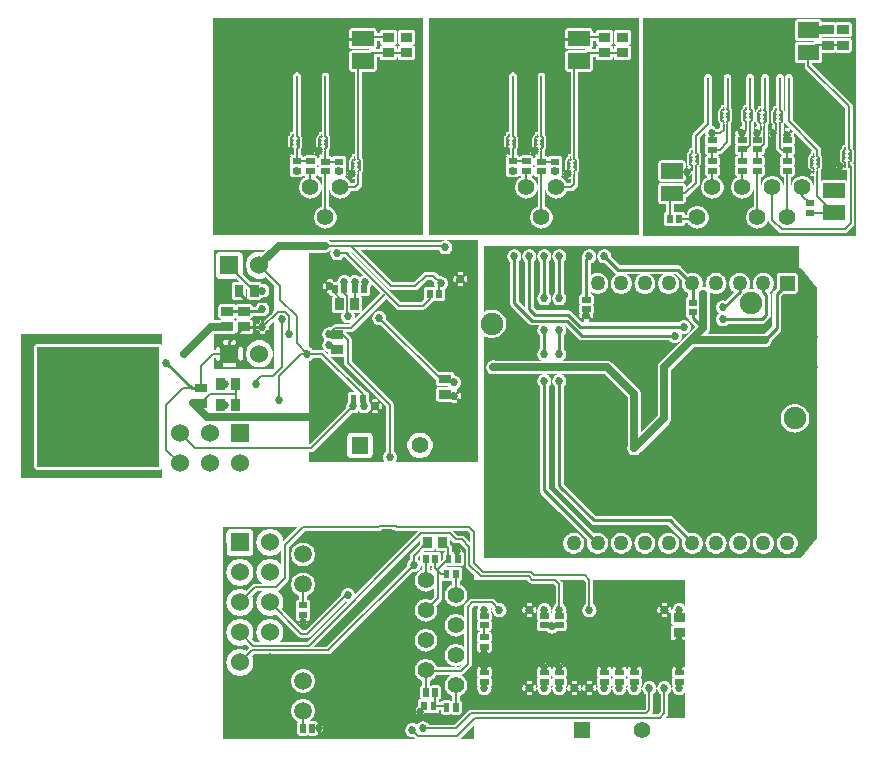
<source format=gbr>
G04 start of page 3 for group 1 idx 1 *
G04 Title: (unknown), bottom *
G04 Creator: pcb 1.99z *
G04 CreationDate: Sat 15 Nov 2014 07:16:59 AM GMT UTC *
G04 For: commonadmin *
G04 Format: Gerber/RS-274X *
G04 PCB-Dimensions (mil): 4500.00 4500.00 *
G04 PCB-Coordinate-Origin: lower left *
%MOIN*%
%FSLAX25Y25*%
%LNBOTTOM*%
%ADD70C,0.0394*%
%ADD69C,0.1260*%
%ADD68C,0.0380*%
%ADD67C,0.0630*%
%ADD66C,0.1280*%
%ADD65C,0.0300*%
%ADD64C,0.0354*%
%ADD63C,0.0130*%
%ADD62C,0.0270*%
%ADD61R,0.4000X0.4000*%
%ADD60R,0.0060X0.0060*%
%ADD59R,0.0197X0.0197*%
%ADD58R,0.0510X0.0510*%
%ADD57R,0.0295X0.0295*%
%ADD56C,0.0591*%
%ADD55C,0.1457*%
%ADD54C,0.0550*%
%ADD53C,0.0600*%
%ADD52C,0.0500*%
%ADD51C,0.0750*%
%ADD50C,0.0827*%
%ADD49C,0.1476*%
%ADD48C,0.0551*%
%ADD47C,0.0110*%
%ADD46C,0.0100*%
%ADD45C,0.0250*%
%ADD44C,0.0060*%
%ADD43C,0.0001*%
G54D43*G36*
X257790Y411872D02*X264565Y405096D01*
X264290Y405094D01*
X264183Y405068D01*
X264081Y405026D01*
X263987Y404968D01*
X263904Y404896D01*
X263832Y404813D01*
X263774Y404719D01*
X263732Y404617D01*
X263706Y404510D01*
X263700Y404400D01*
X263702Y404016D01*
X263321Y403635D01*
X263291Y403609D01*
X263188Y403490D01*
X263106Y403355D01*
X263046Y403210D01*
X263009Y403057D01*
X263009Y403057D01*
X262997Y402900D01*
X263000Y402861D01*
Y402639D01*
X262997Y402600D01*
X263000Y402561D01*
Y401439D01*
X262997Y401400D01*
X263000Y401361D01*
Y400239D01*
X262997Y400200D01*
X263000Y400161D01*
Y399939D01*
X262997Y399900D01*
X263009Y399743D01*
Y399743D01*
X263016Y399713D01*
X263046Y399590D01*
X263106Y399445D01*
X263188Y399310D01*
X263189Y399310D01*
X263197Y399300D01*
X263000D01*
X262796Y399288D01*
X262597Y399240D01*
X262408Y399162D01*
X262234Y399055D01*
X262078Y398922D01*
X261945Y398766D01*
X261838Y398592D01*
X261760Y398403D01*
X261712Y398204D01*
X261696Y398000D01*
X261712Y397796D01*
X261760Y397597D01*
X261838Y397408D01*
X261945Y397234D01*
X262078Y397078D01*
X262234Y396945D01*
X262408Y396838D01*
X262597Y396760D01*
X262796Y396712D01*
X263000Y396700D01*
X264199D01*
X264250Y396696D01*
X264343Y396703D01*
X264400Y396700D01*
X264700Y396703D01*
Y393677D01*
X264583Y394164D01*
X264357Y394710D01*
X264048Y395214D01*
X263664Y395664D01*
X263214Y396048D01*
X262710Y396357D01*
X262164Y396583D01*
X261589Y396721D01*
X261000Y396767D01*
X260411Y396721D01*
X259836Y396583D01*
X259290Y396357D01*
X258786Y396048D01*
X258336Y395664D01*
X257952Y395214D01*
X257790Y394950D01*
Y396605D01*
X257832Y396622D01*
X257967Y396704D01*
X258086Y396807D01*
X258189Y396926D01*
X258271Y397061D01*
X258331Y397206D01*
X258368Y397359D01*
X258377Y397516D01*
X258368Y399641D01*
X258331Y399794D01*
X258271Y399939D01*
X258189Y400074D01*
X258188Y400074D01*
X258189Y400074D01*
X258271Y400209D01*
X258331Y400354D01*
X258368Y400507D01*
X258377Y400664D01*
X258368Y402789D01*
X258331Y402942D01*
X258271Y403087D01*
X258189Y403222D01*
X258086Y403341D01*
X257967Y403444D01*
X257832Y403526D01*
X257790Y403543D01*
Y403605D01*
X257832Y403622D01*
X257967Y403704D01*
X258086Y403807D01*
X258189Y403926D01*
X258271Y404061D01*
X258331Y404206D01*
X258368Y404359D01*
X258377Y404516D01*
X258368Y406641D01*
X258331Y406794D01*
X258271Y406939D01*
X258189Y407074D01*
X258188Y407074D01*
X258189Y407074D01*
X258271Y407209D01*
X258331Y407354D01*
X258368Y407507D01*
X258377Y407664D01*
X258368Y409789D01*
X258331Y409942D01*
X258299Y410020D01*
X258327Y410156D01*
X258350Y410385D01*
Y410615D01*
X258327Y410844D01*
X258283Y411070D01*
X258258Y411145D01*
X258221Y411215D01*
X258174Y411279D01*
X258118Y411334D01*
X258054Y411380D01*
X257983Y411415D01*
X257908Y411439D01*
X257830Y411450D01*
X257790Y411450D01*
Y411872D01*
G37*
G36*
X279000Y449400D02*Y376900D01*
X257790D01*
Y377708D01*
X274992D01*
X275043Y377704D01*
X275247Y377720D01*
X275247Y377720D01*
X275446Y377768D01*
X275635Y377846D01*
X275810Y377953D01*
X275965Y378086D01*
X275999Y378125D01*
X277926Y380053D01*
X277965Y380086D01*
X278098Y380241D01*
X278098Y380241D01*
X278205Y380416D01*
X278283Y380605D01*
X278331Y380804D01*
X278347Y381008D01*
X278343Y381059D01*
Y399957D01*
X278347Y400008D01*
X278331Y400211D01*
X278331Y400212D01*
X278283Y400411D01*
X278205Y400600D01*
X278098Y400774D01*
X277965Y400930D01*
X277926Y400963D01*
X277770Y401120D01*
X277823Y401173D01*
X277853Y401199D01*
X277955Y401318D01*
X277955Y401318D01*
X278037Y401452D01*
X278097Y401598D01*
X278134Y401751D01*
X278146Y401908D01*
X278143Y401947D01*
Y402069D01*
X278146Y402108D01*
X278143Y402147D01*
Y403269D01*
X278146Y403308D01*
X278143Y403347D01*
Y403469D01*
X278146Y403508D01*
X278143Y403547D01*
Y404669D01*
X278146Y404708D01*
X278143Y404747D01*
Y404969D01*
X278146Y405008D01*
X278134Y405165D01*
X278134Y405165D01*
X278097Y405318D01*
X278037Y405463D01*
X277955Y405597D01*
X277853Y405717D01*
X277836Y405731D01*
X277843Y405858D01*
Y419906D01*
X277847Y419957D01*
X277831Y420160D01*
X277831Y420161D01*
X277795Y420312D01*
X277783Y420360D01*
X277751Y420438D01*
X277705Y420549D01*
X277664Y420616D01*
X277598Y420723D01*
X277598Y420723D01*
X277465Y420879D01*
X277427Y420912D01*
X264300Y434038D01*
Y434456D01*
X266707Y434459D01*
X266860Y434496D01*
X267005Y434556D01*
X267140Y434638D01*
X267259Y434741D01*
X267362Y434860D01*
X267444Y434995D01*
X267504Y435140D01*
X267541Y435293D01*
X267550Y435450D01*
X267546Y437924D01*
X271625Y437933D01*
X271778Y437970D01*
X271923Y438030D01*
X272000Y438077D01*
X272077Y438030D01*
X272222Y437970D01*
X272375Y437933D01*
X272532Y437924D01*
X276625Y437933D01*
X276778Y437970D01*
X276923Y438030D01*
X277058Y438113D01*
X277177Y438215D01*
X277280Y438334D01*
X277362Y438469D01*
X277422Y438614D01*
X277459Y438767D01*
X277468Y438924D01*
X277459Y442033D01*
X277422Y442186D01*
X277362Y442331D01*
X277280Y442466D01*
X277177Y442585D01*
X277058Y442688D01*
X276923Y442770D01*
X276778Y442830D01*
X276625Y442867D01*
X276468Y442876D01*
X272375Y442867D01*
X272222Y442830D01*
X272077Y442770D01*
X272000Y442723D01*
X271923Y442770D01*
X271778Y442830D01*
X271625Y442867D01*
X271468Y442876D01*
X267550Y442867D01*
X267550Y443042D01*
X271625Y443051D01*
X271778Y443088D01*
X271923Y443148D01*
X272000Y443195D01*
X272077Y443148D01*
X272222Y443088D01*
X272375Y443051D01*
X272532Y443042D01*
X276625Y443051D01*
X276778Y443088D01*
X276923Y443148D01*
X277058Y443231D01*
X277177Y443333D01*
X277280Y443452D01*
X277362Y443587D01*
X277422Y443732D01*
X277459Y443885D01*
X277468Y444042D01*
X277459Y447151D01*
X277422Y447304D01*
X277362Y447449D01*
X277280Y447584D01*
X277177Y447703D01*
X277058Y447806D01*
X276923Y447888D01*
X276778Y447948D01*
X276625Y447985D01*
X276468Y447994D01*
X272375Y447985D01*
X272222Y447948D01*
X272077Y447888D01*
X272000Y447841D01*
X271923Y447888D01*
X271778Y447948D01*
X271625Y447985D01*
X271468Y447994D01*
X267541Y447985D01*
X267541Y448107D01*
X267504Y448260D01*
X267444Y448405D01*
X267362Y448540D01*
X267259Y448659D01*
X267140Y448762D01*
X267005Y448844D01*
X266860Y448904D01*
X266707Y448941D01*
X266550Y448950D01*
X259293Y448941D01*
X259140Y448904D01*
X258995Y448844D01*
X258860Y448762D01*
X258741Y448659D01*
X258638Y448540D01*
X258556Y448405D01*
X258496Y448260D01*
X258459Y448107D01*
X258450Y447950D01*
X258459Y442693D01*
X258496Y442540D01*
X258556Y442395D01*
X258638Y442260D01*
X258741Y442141D01*
X258860Y442038D01*
X258995Y441956D01*
X259140Y441896D01*
X259293Y441859D01*
X259450Y441850D01*
X266532Y441859D01*
X266533Y441700D01*
X265451D01*
X265400Y441704D01*
X265196Y441688D01*
X264997Y441640D01*
X264808Y441562D01*
X264785Y441548D01*
X259293Y441541D01*
X259140Y441504D01*
X258995Y441444D01*
X258860Y441362D01*
X258741Y441259D01*
X258638Y441140D01*
X258556Y441005D01*
X258496Y440860D01*
X258459Y440707D01*
X258450Y440550D01*
X258459Y435293D01*
X258496Y435140D01*
X258556Y434995D01*
X258638Y434860D01*
X258741Y434741D01*
X258860Y434638D01*
X258995Y434556D01*
X259140Y434496D01*
X259293Y434459D01*
X259450Y434450D01*
X261700Y434453D01*
Y433551D01*
X261696Y433500D01*
X261712Y433296D01*
Y433296D01*
X261724Y433248D01*
X261760Y433097D01*
X261838Y432908D01*
X261945Y432734D01*
X261945Y432733D01*
X262078Y432578D01*
X262117Y432545D01*
X275243Y419418D01*
Y407105D01*
X274833Y407101D01*
X274726Y407076D01*
X274625Y407034D01*
X274531Y406976D01*
X274447Y406904D01*
X274375Y406821D01*
X274318Y406727D01*
X274276Y406625D01*
X274250Y406518D01*
X274243Y406408D01*
X274245Y406024D01*
X273864Y405643D01*
X273834Y405617D01*
X273732Y405497D01*
X273650Y405363D01*
X273589Y405218D01*
X273553Y405065D01*
X273553Y405064D01*
X273540Y404908D01*
X273543Y404869D01*
Y404647D01*
X273540Y404608D01*
X273543Y404569D01*
Y403447D01*
X273540Y403408D01*
X273543Y403369D01*
Y402247D01*
X273540Y402208D01*
X273543Y402169D01*
Y401947D01*
X273540Y401908D01*
X273553Y401751D01*
Y401751D01*
X273560Y401721D01*
X273589Y401598D01*
X273650Y401452D01*
X273732Y401318D01*
X273732Y401318D01*
X273741Y401308D01*
X273543D01*
X273339Y401296D01*
X273140Y401248D01*
X272951Y401170D01*
X272777Y401063D01*
X272621Y400930D01*
X272488Y400774D01*
X272381Y400600D01*
X272303Y400411D01*
X272255Y400212D01*
X272239Y400008D01*
X272255Y399804D01*
X272303Y399605D01*
X272381Y399416D01*
X272488Y399241D01*
X272621Y399086D01*
X272777Y398953D01*
X272951Y398846D01*
X273140Y398768D01*
X273339Y398720D01*
X273543Y398708D01*
X274742D01*
X274793Y398704D01*
X274887Y398711D01*
X274943Y398708D01*
X275653Y398714D01*
X275743Y398736D01*
Y395173D01*
X275640Y395262D01*
X275505Y395344D01*
X275360Y395404D01*
X275207Y395441D01*
X275050Y395450D01*
X267793Y395441D01*
X267640Y395404D01*
X267495Y395344D01*
X267360Y395262D01*
X267300Y395210D01*
Y398500D01*
X267288Y398704D01*
X267240Y398903D01*
X267175Y399061D01*
X267279Y399165D01*
X267309Y399191D01*
X267411Y399310D01*
X267412Y399310D01*
X267494Y399445D01*
X267554Y399590D01*
X267591Y399743D01*
X267603Y399900D01*
X267600Y399939D01*
Y400061D01*
X267603Y400100D01*
X267600Y400139D01*
Y401261D01*
X267603Y401300D01*
X267600Y401339D01*
Y401461D01*
X267603Y401500D01*
X267600Y401539D01*
Y402661D01*
X267603Y402700D01*
X267600Y402739D01*
Y402961D01*
X267603Y403000D01*
X267591Y403157D01*
X267591Y403157D01*
X267554Y403310D01*
X267494Y403455D01*
X267412Y403590D01*
X267309Y403709D01*
X267293Y403724D01*
X267300Y403850D01*
Y405449D01*
X267304Y405500D01*
X267288Y405704D01*
X267288Y405704D01*
X267240Y405903D01*
X267162Y406092D01*
X267055Y406266D01*
X266922Y406422D01*
X266883Y406455D01*
X257800Y415538D01*
Y429500D01*
X257790Y429671D01*
Y449400D01*
X279000D01*
G37*
G36*
X257790Y403543D02*X257716Y403574D01*
X257790Y403605D01*
Y403543D01*
G37*
G36*
Y394950D02*X257643Y394710D01*
X257417Y394164D01*
X257300Y393677D01*
Y396525D01*
X257534Y396525D01*
X257687Y396562D01*
X257790Y396605D01*
Y394950D01*
G37*
G36*
X255999Y413662D02*X257790Y411872D01*
Y411450D01*
X257751Y411450D01*
X257673Y411437D01*
X257598Y411412D01*
X257528Y411375D01*
X257465Y411328D01*
X257409Y411272D01*
X257363Y411207D01*
X257328Y411137D01*
X257304Y411061D01*
X257293Y410983D01*
X257294Y410904D01*
X257308Y410827D01*
X257335Y410698D01*
X257342Y410632D01*
X257292Y410632D01*
X257288Y410704D01*
X257240Y410903D01*
X257162Y411092D01*
X257055Y411266D01*
X256922Y411422D01*
X256766Y411555D01*
X256592Y411662D01*
X256403Y411740D01*
X256204Y411788D01*
X256000Y411804D01*
X255999Y411804D01*
Y411848D01*
X256066D01*
X256198Y411835D01*
X256327Y411810D01*
X256405Y411795D01*
X256483Y411794D01*
X256561Y411806D01*
X256636Y411830D01*
X256707Y411865D01*
X256771Y411910D01*
X256827Y411966D01*
X256874Y412029D01*
X256910Y412099D01*
X256935Y412173D01*
X256948Y412251D01*
X256949Y412330D01*
X256937Y412407D01*
X256914Y412482D01*
X256879Y412553D01*
X256833Y412617D01*
X256778Y412673D01*
X256714Y412720D01*
X256645Y412756D01*
X256570Y412780D01*
X256344Y412827D01*
X256115Y412850D01*
X255999D01*
Y413662D01*
G37*
G36*
Y449400D02*X257790D01*
Y429671D01*
X257788Y429704D01*
X257740Y429903D01*
X257662Y430092D01*
X257555Y430266D01*
X257422Y430422D01*
X257266Y430555D01*
X257092Y430662D01*
X256903Y430740D01*
X256704Y430788D01*
X256500Y430804D01*
X256296Y430788D01*
X256097Y430740D01*
X255999Y430700D01*
Y449400D01*
G37*
G36*
X257790Y376900D02*X255999D01*
Y377708D01*
X257790D01*
Y376900D01*
G37*
G36*
X255999D02*X225277D01*
Y379311D01*
X225411Y379279D01*
X226000Y379233D01*
X226589Y379279D01*
X227164Y379417D01*
X227710Y379643D01*
X228214Y379952D01*
X228664Y380336D01*
X229048Y380786D01*
X229357Y381290D01*
X229583Y381836D01*
X229721Y382411D01*
X229756Y383000D01*
X229721Y383589D01*
X229583Y384164D01*
X229357Y384710D01*
X229048Y385214D01*
X228664Y385664D01*
X228214Y386048D01*
X227710Y386357D01*
X227164Y386583D01*
X226589Y386721D01*
X226000Y386767D01*
X225411Y386721D01*
X225277Y386689D01*
Y392438D01*
X226383Y393545D01*
X226422Y393578D01*
X226555Y393733D01*
X226555Y393734D01*
X226662Y393908D01*
X226740Y394097D01*
X226788Y394296D01*
X226804Y394500D01*
X226800Y394551D01*
Y399500D01*
X226788Y399704D01*
X226740Y399903D01*
X226675Y400061D01*
X226779Y400165D01*
X226809Y400191D01*
X226911Y400310D01*
X226912Y400310D01*
X226994Y400445D01*
X227054Y400590D01*
X227091Y400743D01*
X227103Y400900D01*
X227100Y400939D01*
Y401061D01*
X227103Y401100D01*
X227100Y401139D01*
Y402261D01*
X227103Y402300D01*
X227100Y402339D01*
Y402461D01*
X227103Y402500D01*
X227100Y402539D01*
Y403661D01*
X227103Y403700D01*
X227100Y403739D01*
Y403961D01*
X227103Y404000D01*
X227091Y404157D01*
X227091Y404157D01*
X227054Y404310D01*
X226994Y404455D01*
X226912Y404590D01*
X226809Y404709D01*
X226793Y404724D01*
X226800Y404850D01*
Y409462D01*
X228671Y411333D01*
X228650Y411115D01*
Y410885D01*
X228673Y410656D01*
X228717Y410430D01*
X228742Y410355D01*
X228779Y410285D01*
X228819Y410230D01*
X228811Y410222D01*
X228729Y410087D01*
X228669Y409942D01*
X228632Y409789D01*
X228623Y409632D01*
X228632Y407507D01*
X228669Y407354D01*
X228729Y407209D01*
X228811Y407074D01*
X228812Y407074D01*
X228811Y407074D01*
X228729Y406939D01*
X228669Y406794D01*
X228632Y406641D01*
X228623Y406484D01*
X228632Y404359D01*
X228669Y404206D01*
X228729Y404061D01*
X228811Y403926D01*
X228914Y403807D01*
X229033Y403704D01*
X229168Y403622D01*
X229284Y403574D01*
X229168Y403526D01*
X229033Y403444D01*
X228914Y403341D01*
X228811Y403222D01*
X228729Y403087D01*
X228669Y402942D01*
X228632Y402789D01*
X228623Y402632D01*
X228632Y400507D01*
X228669Y400354D01*
X228729Y400209D01*
X228811Y400074D01*
X228812Y400074D01*
X228811Y400074D01*
X228729Y399939D01*
X228669Y399794D01*
X228632Y399641D01*
X228623Y399484D01*
X228632Y397359D01*
X228669Y397206D01*
X228729Y397061D01*
X228811Y396926D01*
X228914Y396807D01*
X229033Y396704D01*
X229168Y396622D01*
X229313Y396562D01*
X229466Y396525D01*
X229623Y396516D01*
X229674Y396516D01*
X229290Y396357D01*
X228786Y396048D01*
X228336Y395664D01*
X227952Y395214D01*
X227643Y394710D01*
X227417Y394164D01*
X227279Y393589D01*
X227233Y393000D01*
X227279Y392411D01*
X227417Y391836D01*
X227643Y391290D01*
X227952Y390786D01*
X228336Y390336D01*
X228786Y389952D01*
X229290Y389643D01*
X229836Y389417D01*
X230411Y389279D01*
X231000Y389233D01*
X231589Y389279D01*
X232164Y389417D01*
X232710Y389643D01*
X233214Y389952D01*
X233664Y390336D01*
X234048Y390786D01*
X234357Y391290D01*
X234583Y391836D01*
X234721Y392411D01*
X234756Y393000D01*
X234721Y393589D01*
X234583Y394164D01*
X234357Y394710D01*
X234048Y395214D01*
X233664Y395664D01*
X233214Y396048D01*
X232710Y396357D01*
X232306Y396525D01*
X232534Y396525D01*
X232687Y396562D01*
X232832Y396622D01*
X232967Y396704D01*
X233086Y396807D01*
X233189Y396926D01*
X233271Y397061D01*
X233331Y397206D01*
X233368Y397359D01*
X233377Y397516D01*
X233368Y399641D01*
X233331Y399794D01*
X233271Y399939D01*
X233189Y400074D01*
X233188Y400074D01*
X233189Y400074D01*
X233271Y400209D01*
X233331Y400354D01*
X233368Y400507D01*
X233377Y400664D01*
X233368Y402789D01*
X233331Y402942D01*
X233271Y403087D01*
X233189Y403222D01*
X233086Y403341D01*
X232967Y403444D01*
X232832Y403526D01*
X232716Y403574D01*
X232832Y403622D01*
X232967Y403704D01*
X233086Y403807D01*
X233189Y403926D01*
X233271Y404061D01*
X233328Y404200D01*
X233449D01*
X233500Y404196D01*
X233704Y404212D01*
X233704Y404212D01*
X233903Y404260D01*
X234092Y404338D01*
X234266Y404445D01*
X234422Y404578D01*
X234455Y404617D01*
X236883Y407045D01*
X236922Y407078D01*
X237055Y407233D01*
X237055Y407234D01*
X237162Y407408D01*
X237240Y407597D01*
X237288Y407796D01*
X237304Y408000D01*
X237300Y408051D01*
Y414000D01*
X237288Y414204D01*
X237240Y414403D01*
X237175Y414561D01*
X237279Y414665D01*
X237309Y414691D01*
X237411Y414810D01*
X237412Y414810D01*
X237494Y414945D01*
X237554Y415090D01*
X237591Y415243D01*
X237603Y415400D01*
X237600Y415439D01*
Y415561D01*
X237603Y415600D01*
X237600Y415639D01*
Y416761D01*
X237603Y416800D01*
X237600Y416839D01*
Y416961D01*
X237603Y417000D01*
X237600Y417039D01*
Y418161D01*
X237603Y418200D01*
X237600Y418239D01*
Y418461D01*
X237603Y418500D01*
X237591Y418657D01*
X237591Y418657D01*
X237554Y418810D01*
X237494Y418955D01*
X237412Y419090D01*
X237330Y419185D01*
X237331Y419189D01*
X237347Y419393D01*
X237343Y419444D01*
Y429508D01*
X237331Y429712D01*
X237283Y429911D01*
X237205Y430100D01*
X237098Y430274D01*
X236965Y430430D01*
X236810Y430563D01*
X236635Y430670D01*
X236446Y430748D01*
X236247Y430796D01*
X236043Y430812D01*
X235839Y430796D01*
X235640Y430748D01*
X235451Y430670D01*
X235277Y430563D01*
X235121Y430430D01*
X234988Y430274D01*
X234881Y430100D01*
X234803Y429911D01*
X234755Y429712D01*
X234743Y429508D01*
Y420598D01*
X234290Y420594D01*
X234183Y420568D01*
X234081Y420526D01*
X233987Y420468D01*
X233904Y420396D01*
X233832Y420313D01*
X233774Y420219D01*
X233732Y420117D01*
X233706Y420010D01*
X233700Y419900D01*
X233702Y419516D01*
X233321Y419135D01*
X233291Y419109D01*
X233188Y418990D01*
X233106Y418855D01*
X233046Y418710D01*
X233009Y418557D01*
X233009Y418557D01*
X232997Y418400D01*
X233000Y418361D01*
Y418139D01*
X232997Y418100D01*
X233000Y418061D01*
Y416939D01*
X232997Y416900D01*
X233000Y416861D01*
Y415739D01*
X232997Y415700D01*
X233000Y415661D01*
Y415439D01*
X232997Y415400D01*
X233009Y415243D01*
Y415243D01*
X233016Y415213D01*
X233046Y415090D01*
X233106Y414945D01*
X233188Y414810D01*
X233189Y414810D01*
X233291Y414691D01*
X233321Y414665D01*
X233510Y414475D01*
X233460Y414353D01*
X233412Y414154D01*
X233400Y413950D01*
Y412738D01*
X232962Y412300D01*
X231520D01*
X231561Y412306D01*
X231636Y412330D01*
X231707Y412365D01*
X231771Y412410D01*
X231827Y412466D01*
X231874Y412529D01*
X231910Y412599D01*
X231935Y412673D01*
X231948Y412751D01*
X231949Y412830D01*
X231937Y412907D01*
X231914Y412982D01*
X231879Y413053D01*
X231833Y413117D01*
X231778Y413173D01*
X231714Y413220D01*
X231645Y413256D01*
X231570Y413280D01*
X231344Y413327D01*
X231115Y413350D01*
X230885D01*
X230656Y413327D01*
X230626Y413322D01*
X230705Y413451D01*
X230783Y413640D01*
X230831Y413839D01*
X230847Y414043D01*
X230843Y414094D01*
Y429508D01*
X230831Y429712D01*
X230783Y429911D01*
X230705Y430100D01*
X230598Y430274D01*
X230465Y430430D01*
X230310Y430563D01*
X230135Y430670D01*
X229946Y430748D01*
X229747Y430796D01*
X229543Y430812D01*
X229339Y430796D01*
X229140Y430748D01*
X228951Y430670D01*
X228777Y430563D01*
X228621Y430430D01*
X228488Y430274D01*
X228381Y430100D01*
X228303Y429911D01*
X228255Y429712D01*
X228243Y429508D01*
Y414582D01*
X225277Y411615D01*
Y449400D01*
X255999D01*
Y430700D01*
X255908Y430662D01*
X255734Y430555D01*
X255578Y430422D01*
X255445Y430266D01*
X255338Y430092D01*
X255260Y429903D01*
X255212Y429704D01*
X255200Y429500D01*
Y415051D01*
X255196Y415000D01*
X255212Y414796D01*
Y414796D01*
X255224Y414748D01*
X255260Y414597D01*
X255338Y414408D01*
X255445Y414234D01*
X255445Y414233D01*
X255578Y414078D01*
X255617Y414045D01*
X255999Y413662D01*
Y412850D01*
X255885D01*
X255656Y412827D01*
X255430Y412783D01*
X255355Y412758D01*
X255285Y412721D01*
X255221Y412674D01*
X255166Y412618D01*
X255120Y412554D01*
X255085Y412483D01*
X255061Y412408D01*
X255050Y412330D01*
X255050Y412251D01*
X255063Y412173D01*
X255088Y412098D01*
X255125Y412028D01*
X255172Y411965D01*
X255228Y411909D01*
X255293Y411863D01*
X255363Y411828D01*
X255439Y411804D01*
X255517Y411793D01*
X255596Y411794D01*
X255673Y411808D01*
X255802Y411835D01*
X255934Y411848D01*
X255999D01*
Y411804D01*
X255796Y411788D01*
X255597Y411740D01*
X255408Y411662D01*
X255234Y411555D01*
X255078Y411422D01*
X254945Y411266D01*
X254843Y411100D01*
Y413508D01*
X254831Y413712D01*
X254783Y413911D01*
X254718Y414069D01*
X254823Y414173D01*
X254853Y414199D01*
X254955Y414318D01*
X254955Y414318D01*
X255037Y414452D01*
X255097Y414598D01*
X255134Y414751D01*
X255146Y414908D01*
X255143Y414947D01*
Y415069D01*
X255146Y415108D01*
X255143Y415147D01*
Y416269D01*
X255146Y416308D01*
X255143Y416347D01*
Y416469D01*
X255146Y416508D01*
X255143Y416547D01*
Y417669D01*
X255146Y417708D01*
X255143Y417747D01*
Y417969D01*
X255146Y418008D01*
X255134Y418165D01*
X255134Y418165D01*
X255097Y418318D01*
X255037Y418463D01*
X254955Y418597D01*
X254853Y418717D01*
X254836Y418731D01*
X254843Y418858D01*
Y429508D01*
X254831Y429712D01*
X254783Y429911D01*
X254705Y430100D01*
X254598Y430274D01*
X254465Y430430D01*
X254310Y430563D01*
X254135Y430670D01*
X253946Y430748D01*
X253747Y430796D01*
X253543Y430812D01*
X253339Y430796D01*
X253140Y430748D01*
X252951Y430670D01*
X252777Y430563D01*
X252621Y430430D01*
X252488Y430274D01*
X252381Y430100D01*
X252303Y429911D01*
X252255Y429712D01*
X252243Y429508D01*
Y420105D01*
X251833Y420101D01*
X251726Y420076D01*
X251625Y420034D01*
X251531Y419976D01*
X251447Y419904D01*
X251375Y419821D01*
X251318Y419727D01*
X251276Y419625D01*
X251250Y419518D01*
X251243Y419408D01*
X251245Y419024D01*
X250864Y418643D01*
X250834Y418617D01*
X250732Y418497D01*
X250650Y418363D01*
X250589Y418218D01*
X250553Y418065D01*
X250553Y418064D01*
X250540Y417908D01*
X250543Y417869D01*
Y417647D01*
X250540Y417608D01*
X250543Y417569D01*
Y416447D01*
X250540Y416408D01*
X250543Y416369D01*
Y415247D01*
X250540Y415208D01*
X250543Y415169D01*
Y414947D01*
X250540Y414908D01*
X250553Y414751D01*
Y414751D01*
X250560Y414721D01*
X250589Y414598D01*
X250650Y414452D01*
X250732Y414318D01*
X250732Y414318D01*
X250834Y414199D01*
X250864Y414173D01*
X251054Y413983D01*
X251003Y413861D01*
X250955Y413662D01*
X250943Y413458D01*
Y412746D01*
X250124Y411927D01*
X249988Y411774D01*
X249881Y411600D01*
X249803Y411411D01*
X249755Y411212D01*
X249739Y411008D01*
X249755Y410804D01*
X249803Y410605D01*
X249881Y410416D01*
X249988Y410241D01*
X250121Y410086D01*
X250277Y409953D01*
X250451Y409846D01*
X250640Y409768D01*
X250839Y409720D01*
X251043Y409704D01*
X251247Y409720D01*
X251446Y409768D01*
X251635Y409846D01*
X251810Y409953D01*
X251963Y410089D01*
X252243Y410369D01*
Y406059D01*
X252239Y406008D01*
X252255Y405804D01*
Y405804D01*
X252267Y405756D01*
X252303Y405605D01*
X252381Y405416D01*
X252488Y405241D01*
X252488Y405241D01*
X252621Y405086D01*
X252660Y405053D01*
X253088Y404625D01*
X253121Y404586D01*
X253277Y404453D01*
X253277Y404453D01*
X253451Y404346D01*
X253640Y404268D01*
X253655Y404264D01*
X253669Y404206D01*
X253729Y404061D01*
X253811Y403926D01*
X253914Y403807D01*
X254033Y403704D01*
X254168Y403622D01*
X254284Y403574D01*
X254168Y403526D01*
X254033Y403444D01*
X253914Y403341D01*
X253811Y403222D01*
X253729Y403087D01*
X253669Y402942D01*
X253632Y402789D01*
X253623Y402632D01*
X253632Y400507D01*
X253669Y400354D01*
X253729Y400209D01*
X253811Y400074D01*
X253812Y400074D01*
X253811Y400074D01*
X253729Y399939D01*
X253669Y399794D01*
X253632Y399641D01*
X253623Y399484D01*
X253632Y397359D01*
X253669Y397206D01*
X253729Y397061D01*
X253811Y396926D01*
X253914Y396807D01*
X254033Y396704D01*
X254168Y396622D01*
X254313Y396562D01*
X254466Y396525D01*
X254623Y396516D01*
X254700Y396516D01*
Y393677D01*
X254583Y394164D01*
X254357Y394710D01*
X254048Y395214D01*
X253664Y395664D01*
X253214Y396048D01*
X252710Y396357D01*
X252164Y396583D01*
X251589Y396721D01*
X251000Y396767D01*
X250411Y396721D01*
X249836Y396583D01*
X249290Y396357D01*
X248786Y396048D01*
X248336Y395664D01*
X247952Y395214D01*
X247643Y394710D01*
X247417Y394164D01*
X247300Y393677D01*
Y396525D01*
X247534Y396525D01*
X247687Y396562D01*
X247832Y396622D01*
X247967Y396704D01*
X248086Y396807D01*
X248189Y396926D01*
X248271Y397061D01*
X248331Y397206D01*
X248368Y397359D01*
X248377Y397516D01*
X248368Y399641D01*
X248331Y399794D01*
X248271Y399939D01*
X248189Y400074D01*
X248188Y400074D01*
X248189Y400074D01*
X248271Y400209D01*
X248331Y400354D01*
X248368Y400507D01*
X248377Y400664D01*
X248368Y402789D01*
X248331Y402942D01*
X248271Y403087D01*
X248189Y403222D01*
X248086Y403341D01*
X247967Y403444D01*
X247832Y403526D01*
X247687Y403586D01*
X247534Y403623D01*
X247377Y403632D01*
X247300Y403632D01*
Y403673D01*
X247534Y403673D01*
X247687Y403710D01*
X247832Y403770D01*
X247967Y403852D01*
X248086Y403955D01*
X248189Y404074D01*
X248271Y404209D01*
X248331Y404354D01*
X248368Y404507D01*
X248377Y404664D01*
X248373Y405499D01*
X249226Y406353D01*
X249265Y406386D01*
X249398Y406541D01*
X249398Y406541D01*
X249458Y406639D01*
X249505Y406716D01*
Y406716D01*
X249505Y406716D01*
X249584Y406905D01*
X249616Y407040D01*
X249631Y407104D01*
X249631Y407104D01*
X249647Y407308D01*
X249643Y407359D01*
Y413558D01*
X249631Y413762D01*
X249583Y413961D01*
X249518Y414119D01*
X249623Y414223D01*
X249653Y414249D01*
X249755Y414368D01*
X249755Y414368D01*
X249837Y414502D01*
X249897Y414648D01*
X249934Y414801D01*
X249946Y414958D01*
X249943Y414997D01*
Y415119D01*
X249946Y415158D01*
X249943Y415197D01*
Y416319D01*
X249946Y416358D01*
X249943Y416397D01*
Y416519D01*
X249946Y416558D01*
X249943Y416597D01*
Y417719D01*
X249946Y417758D01*
X249943Y417797D01*
Y418019D01*
X249946Y418058D01*
X249934Y418215D01*
X249934Y418215D01*
X249897Y418368D01*
X249837Y418513D01*
X249758Y418643D01*
X249783Y418705D01*
X249831Y418904D01*
X249847Y419108D01*
X249843Y419159D01*
Y429508D01*
X249831Y429712D01*
X249783Y429911D01*
X249705Y430100D01*
X249598Y430274D01*
X249465Y430430D01*
X249310Y430563D01*
X249135Y430670D01*
X248946Y430748D01*
X248747Y430796D01*
X248543Y430812D01*
X248339Y430796D01*
X248140Y430748D01*
X247951Y430670D01*
X247777Y430563D01*
X247621Y430430D01*
X247488Y430274D01*
X247381Y430100D01*
X247303Y429911D01*
X247255Y429712D01*
X247243Y429508D01*
Y420157D01*
X246633Y420151D01*
X246526Y420126D01*
X246425Y420084D01*
X246331Y420026D01*
X246247Y419954D01*
X246175Y419871D01*
X246118Y419777D01*
X246076Y419675D01*
X246050Y419568D01*
X246043Y419458D01*
X246045Y419074D01*
X245664Y418693D01*
X245634Y418667D01*
X245532Y418547D01*
X245450Y418413D01*
X245389Y418268D01*
X245353Y418115D01*
X245353Y418114D01*
X245340Y417958D01*
X245343Y417919D01*
Y417697D01*
X245340Y417658D01*
X245343Y417619D01*
Y416497D01*
X245340Y416458D01*
X245343Y416419D01*
Y415297D01*
X245340Y415258D01*
X245343Y415219D01*
Y414997D01*
X245340Y414958D01*
X245353Y414801D01*
Y414801D01*
X245360Y414771D01*
X245389Y414648D01*
X245450Y414502D01*
X245532Y414368D01*
X245532Y414368D01*
X245634Y414249D01*
X245664Y414223D01*
X245854Y414033D01*
X245803Y413911D01*
X245755Y413712D01*
X245743Y413508D01*
Y413336D01*
X245656Y413327D01*
X245430Y413283D01*
X245355Y413258D01*
X245285Y413221D01*
X245221Y413174D01*
X245166Y413118D01*
X245120Y413054D01*
X245085Y412983D01*
X245061Y412908D01*
X245050Y412830D01*
X245050Y412751D01*
X245063Y412673D01*
X245088Y412598D01*
X245125Y412528D01*
X245172Y412465D01*
X245228Y412409D01*
X245293Y412363D01*
X245363Y412328D01*
X245439Y412304D01*
X245462Y412301D01*
X245117Y411955D01*
X245078Y411922D01*
X244945Y411766D01*
X244843Y411600D01*
Y414008D01*
X244831Y414212D01*
X244783Y414411D01*
X244718Y414569D01*
X244823Y414673D01*
X244853Y414699D01*
X244955Y414818D01*
X244955Y414818D01*
X245037Y414952D01*
X245097Y415098D01*
X245134Y415251D01*
X245146Y415408D01*
X245143Y415447D01*
Y415569D01*
X245146Y415608D01*
X245143Y415647D01*
Y416769D01*
X245146Y416808D01*
X245143Y416847D01*
Y416969D01*
X245146Y417008D01*
X245143Y417047D01*
Y418169D01*
X245146Y418208D01*
X245143Y418247D01*
Y418469D01*
X245146Y418508D01*
X245134Y418665D01*
X245134Y418665D01*
X245097Y418818D01*
X245037Y418963D01*
X244955Y419097D01*
X244853Y419217D01*
X244836Y419231D01*
X244843Y419358D01*
Y429508D01*
X244831Y429712D01*
X244783Y429911D01*
X244705Y430100D01*
X244598Y430274D01*
X244465Y430430D01*
X244310Y430563D01*
X244135Y430670D01*
X243946Y430748D01*
X243747Y430796D01*
X243543Y430812D01*
X243339Y430796D01*
X243140Y430748D01*
X242951Y430670D01*
X242777Y430563D01*
X242621Y430430D01*
X242488Y430274D01*
X242381Y430100D01*
X242303Y429911D01*
X242255Y429712D01*
X242243Y429508D01*
Y420605D01*
X241833Y420601D01*
X241726Y420576D01*
X241625Y420534D01*
X241531Y420476D01*
X241447Y420404D01*
X241375Y420321D01*
X241318Y420227D01*
X241276Y420125D01*
X241250Y420018D01*
X241243Y419908D01*
X241245Y419524D01*
X240864Y419143D01*
X240834Y419117D01*
X240732Y418997D01*
X240650Y418863D01*
X240589Y418718D01*
X240553Y418565D01*
X240553Y418564D01*
X240540Y418408D01*
X240543Y418369D01*
Y418147D01*
X240540Y418108D01*
X240543Y418069D01*
Y416947D01*
X240540Y416908D01*
X240543Y416869D01*
Y415747D01*
X240540Y415708D01*
X240543Y415669D01*
Y415447D01*
X240540Y415408D01*
X240553Y415251D01*
Y415251D01*
X240560Y415221D01*
X240589Y415098D01*
X240650Y414952D01*
X240732Y414818D01*
X240732Y414818D01*
X240834Y414699D01*
X240864Y414673D01*
X241054Y414483D01*
X241003Y414361D01*
X240955Y414162D01*
X240943Y413958D01*
Y413350D01*
X240885D01*
X240656Y413327D01*
X240430Y413283D01*
X240355Y413258D01*
X240285Y413221D01*
X240221Y413174D01*
X240166Y413118D01*
X240120Y413054D01*
X240085Y412983D01*
X240061Y412908D01*
X240050Y412830D01*
X240050Y412751D01*
X240063Y412673D01*
X240088Y412598D01*
X240125Y412528D01*
X240172Y412465D01*
X240228Y412409D01*
X240293Y412363D01*
X240363Y412328D01*
X240439Y412304D01*
X240462Y412301D01*
X240117Y411955D01*
X240078Y411922D01*
X239945Y411766D01*
X239838Y411592D01*
X239760Y411403D01*
X239712Y411204D01*
X239712Y411204D01*
X239696Y411000D01*
X239700Y410949D01*
Y410771D01*
X239671Y410771D01*
X239665Y410802D01*
X239652Y410934D01*
Y411066D01*
X239665Y411198D01*
X239690Y411327D01*
X239705Y411405D01*
X239706Y411483D01*
X239694Y411561D01*
X239670Y411636D01*
X239635Y411707D01*
X239590Y411771D01*
X239534Y411827D01*
X239471Y411874D01*
X239401Y411910D01*
X239327Y411935D01*
X239249Y411948D01*
X239170Y411949D01*
X239093Y411937D01*
X239018Y411914D01*
X238947Y411879D01*
X238883Y411833D01*
X238827Y411778D01*
X238780Y411714D01*
X238744Y411645D01*
X238720Y411570D01*
X238673Y411344D01*
X238650Y411115D01*
Y410885D01*
X238673Y410656D01*
X238717Y410430D01*
X238742Y410355D01*
X238770Y410302D01*
X238729Y410235D01*
X238669Y410090D01*
X238632Y409937D01*
X238623Y409780D01*
X238632Y407655D01*
X238669Y407502D01*
X238729Y407357D01*
X238811Y407222D01*
X238812Y407222D01*
X238811Y407222D01*
X238729Y407087D01*
X238669Y406942D01*
X238632Y406789D01*
X238623Y406632D01*
X238632Y404507D01*
X238669Y404354D01*
X238729Y404209D01*
X238811Y404074D01*
X238914Y403955D01*
X239033Y403852D01*
X239168Y403770D01*
X239313Y403710D01*
X239466Y403673D01*
X239623Y403664D01*
X239700Y403664D01*
Y403623D01*
X239466Y403623D01*
X239313Y403586D01*
X239168Y403526D01*
X239033Y403444D01*
X238914Y403341D01*
X238811Y403222D01*
X238729Y403087D01*
X238669Y402942D01*
X238632Y402789D01*
X238623Y402632D01*
X238632Y400507D01*
X238669Y400354D01*
X238729Y400209D01*
X238811Y400074D01*
X238812Y400074D01*
X238811Y400074D01*
X238729Y399939D01*
X238669Y399794D01*
X238632Y399641D01*
X238623Y399484D01*
X238632Y397359D01*
X238669Y397206D01*
X238729Y397061D01*
X238811Y396926D01*
X238914Y396807D01*
X239033Y396704D01*
X239168Y396622D01*
X239313Y396562D01*
X239466Y396525D01*
X239623Y396516D01*
X239674Y396516D01*
X239290Y396357D01*
X238786Y396048D01*
X238336Y395664D01*
X237952Y395214D01*
X237643Y394710D01*
X237417Y394164D01*
X237279Y393589D01*
X237233Y393000D01*
X237279Y392411D01*
X237417Y391836D01*
X237643Y391290D01*
X237952Y390786D01*
X238336Y390336D01*
X238786Y389952D01*
X239290Y389643D01*
X239836Y389417D01*
X240411Y389279D01*
X241000Y389233D01*
X241589Y389279D01*
X242164Y389417D01*
X242710Y389643D01*
X243214Y389952D01*
X243664Y390336D01*
X244048Y390786D01*
X244357Y391290D01*
X244583Y391836D01*
X244700Y392323D01*
Y386527D01*
X244290Y386357D01*
X243786Y386048D01*
X243336Y385664D01*
X242952Y385214D01*
X242643Y384710D01*
X242417Y384164D01*
X242279Y383589D01*
X242233Y383000D01*
X242279Y382411D01*
X242417Y381836D01*
X242643Y381290D01*
X242952Y380786D01*
X243336Y380336D01*
X243786Y379952D01*
X244290Y379643D01*
X244836Y379417D01*
X245411Y379279D01*
X246000Y379233D01*
X246589Y379279D01*
X247164Y379417D01*
X247710Y379643D01*
X248214Y379952D01*
X248664Y380336D01*
X249048Y380786D01*
X249357Y381290D01*
X249583Y381836D01*
X249700Y382323D01*
Y382102D01*
X249696Y382051D01*
X249712Y381847D01*
Y381847D01*
X249724Y381799D01*
X249760Y381648D01*
X249838Y381459D01*
X249945Y381285D01*
X249945Y381285D01*
X250078Y381129D01*
X250117Y381096D01*
X253088Y378125D01*
X253121Y378086D01*
X253277Y377953D01*
X253277Y377953D01*
X253385Y377887D01*
X253451Y377846D01*
X253640Y377768D01*
X253839Y377720D01*
X253840Y377720D01*
X254043Y377704D01*
X254094Y377708D01*
X255999D01*
Y376900D01*
G37*
G36*
X225277Y386689D02*X224836Y386583D01*
X224290Y386357D01*
X223786Y386048D01*
X223336Y385664D01*
X222952Y385214D01*
X222643Y384710D01*
X222417Y384164D01*
X222329Y383800D01*
X221975D01*
X221975Y384034D01*
X221938Y384187D01*
X221878Y384332D01*
X221795Y384467D01*
X221693Y384586D01*
X221574Y384689D01*
X221439Y384771D01*
X221294Y384831D01*
X221141Y384868D01*
X220984Y384877D01*
X218859Y384868D01*
X218706Y384831D01*
X218561Y384771D01*
X218426Y384689D01*
X218426Y384688D01*
X218426Y384689D01*
X218291Y384771D01*
X218152Y384828D01*
Y387455D01*
X221207Y387459D01*
X221360Y387496D01*
X221505Y387556D01*
X221640Y387638D01*
X221759Y387741D01*
X221862Y387860D01*
X221944Y387995D01*
X222004Y388140D01*
X222041Y388293D01*
X222050Y388450D01*
X222048Y389700D01*
X222204Y389712D01*
X222204Y389712D01*
X222403Y389760D01*
X222592Y389838D01*
X222766Y389945D01*
X222922Y390078D01*
X222955Y390117D01*
X225277Y392438D01*
Y386689D01*
G37*
G36*
Y376900D02*X208000D01*
Y449400D01*
X225277D01*
Y411615D01*
X224617Y410955D01*
X224578Y410922D01*
X224445Y410766D01*
X224338Y410592D01*
X224260Y410403D01*
X224212Y410204D01*
X224212Y410204D01*
X224196Y410000D01*
X224200Y409949D01*
Y406097D01*
X223790Y406094D01*
X223683Y406068D01*
X223581Y406026D01*
X223487Y405968D01*
X223404Y405896D01*
X223332Y405813D01*
X223274Y405719D01*
X223232Y405617D01*
X223206Y405510D01*
X223200Y405400D01*
X223202Y405016D01*
X222821Y404635D01*
X222791Y404609D01*
X222688Y404490D01*
X222606Y404355D01*
X222546Y404210D01*
X222509Y404057D01*
X222509Y404057D01*
X222497Y403900D01*
X222500Y403861D01*
Y403639D01*
X222497Y403600D01*
X222500Y403561D01*
Y402439D01*
X222497Y402400D01*
X222500Y402361D01*
Y401239D01*
X222497Y401200D01*
X222500Y401161D01*
Y400939D01*
X222497Y400900D01*
X222509Y400743D01*
Y400743D01*
X222516Y400713D01*
X222546Y400590D01*
X222606Y400445D01*
X222688Y400310D01*
X222689Y400310D01*
X222791Y400191D01*
X222821Y400165D01*
X222949Y400037D01*
X222169Y399257D01*
X222097Y399240D01*
X222044Y399218D01*
X222041Y401107D01*
X222004Y401260D01*
X221944Y401405D01*
X221862Y401540D01*
X221759Y401659D01*
X221640Y401762D01*
X221505Y401844D01*
X221360Y401904D01*
X221207Y401941D01*
X221050Y401950D01*
X213793Y401941D01*
X213640Y401904D01*
X213495Y401844D01*
X213360Y401762D01*
X213241Y401659D01*
X213138Y401540D01*
X213056Y401405D01*
X212996Y401260D01*
X212959Y401107D01*
X212950Y400950D01*
X212959Y395693D01*
X212996Y395540D01*
X213056Y395395D01*
X213138Y395260D01*
X213241Y395141D01*
X213360Y395038D01*
X213495Y394956D01*
X213640Y394896D01*
X213793Y394859D01*
X213950Y394850D01*
X221207Y394859D01*
X221360Y394896D01*
X221505Y394956D01*
X221640Y395038D01*
X221759Y395141D01*
X221862Y395260D01*
X221944Y395395D01*
X222004Y395540D01*
X222041Y395693D01*
X222050Y395850D01*
X222048Y396780D01*
X222097Y396760D01*
X222296Y396712D01*
X222500Y396700D01*
X222699D01*
X222750Y396696D01*
X222954Y396712D01*
X222954Y396712D01*
X223153Y396760D01*
X223342Y396838D01*
X223516Y396945D01*
X223672Y397078D01*
X223705Y397117D01*
X224200Y397612D01*
Y395038D01*
X222042Y392881D01*
X222041Y393707D01*
X222004Y393860D01*
X221944Y394005D01*
X221862Y394140D01*
X221759Y394259D01*
X221640Y394362D01*
X221505Y394444D01*
X221360Y394504D01*
X221207Y394541D01*
X221050Y394550D01*
X213793Y394541D01*
X213640Y394504D01*
X213495Y394444D01*
X213360Y394362D01*
X213241Y394259D01*
X213138Y394140D01*
X213056Y394005D01*
X212996Y393860D01*
X212959Y393707D01*
X212950Y393550D01*
X212959Y388293D01*
X212996Y388140D01*
X213056Y387995D01*
X213138Y387860D01*
X213241Y387741D01*
X213360Y387638D01*
X213495Y387556D01*
X213640Y387496D01*
X213793Y387459D01*
X213950Y387450D01*
X215552Y387452D01*
Y384828D01*
X215413Y384771D01*
X215278Y384689D01*
X215159Y384586D01*
X215056Y384467D01*
X214974Y384332D01*
X214914Y384187D01*
X214877Y384034D01*
X214868Y383877D01*
X214877Y380966D01*
X214914Y380813D01*
X214974Y380668D01*
X215056Y380533D01*
X215159Y380414D01*
X215278Y380311D01*
X215413Y380229D01*
X215558Y380169D01*
X215711Y380132D01*
X215868Y380123D01*
X217993Y380132D01*
X218146Y380169D01*
X218291Y380229D01*
X218426Y380311D01*
X218426Y380312D01*
X218426Y380311D01*
X218561Y380229D01*
X218706Y380169D01*
X218859Y380132D01*
X219016Y380123D01*
X221141Y380132D01*
X221294Y380169D01*
X221439Y380229D01*
X221574Y380311D01*
X221693Y380414D01*
X221795Y380533D01*
X221878Y380668D01*
X221938Y380813D01*
X221975Y380966D01*
X221984Y381123D01*
X221984Y381200D01*
X222698D01*
X222952Y380786D01*
X223336Y380336D01*
X223786Y379952D01*
X224290Y379643D01*
X224836Y379417D01*
X225277Y379311D01*
Y376900D01*
G37*
G36*
X182332Y396210D02*X182500Y396200D01*
X182728D01*
X182732Y396183D01*
X182774Y396081D01*
X182832Y395987D01*
X182903Y395904D01*
X182987Y395832D01*
X183081Y395774D01*
X183183Y395732D01*
X183290Y395706D01*
X183400Y395700D01*
X183700Y395703D01*
Y394538D01*
X183462Y394300D01*
X182527D01*
X182357Y394710D01*
X182332Y394751D01*
Y396210D01*
G37*
G36*
Y431763D02*X182360Y431738D01*
X182495Y431656D01*
X182640Y431596D01*
X182793Y431559D01*
X182950Y431550D01*
X183700Y431551D01*
Y404097D01*
X183290Y404094D01*
X183183Y404068D01*
X183081Y404026D01*
X182987Y403968D01*
X182904Y403896D01*
X182832Y403813D01*
X182774Y403719D01*
X182732Y403617D01*
X182706Y403510D01*
X182700Y403400D01*
X182702Y403016D01*
X182332Y402646D01*
Y431763D01*
G37*
G36*
Y439163D02*X182360Y439138D01*
X182495Y439056D01*
X182640Y438996D01*
X182793Y438959D01*
X182950Y438950D01*
X188549Y438957D01*
X188515Y438937D01*
X188515Y438937D01*
X188360Y438804D01*
X188327Y438765D01*
X188209Y438648D01*
X182793Y438641D01*
X182640Y438604D01*
X182495Y438544D01*
X182360Y438462D01*
X182332Y438437D01*
Y439163D01*
G37*
G36*
X206500Y377000D02*X201000D01*
Y435410D01*
X203125Y435415D01*
X203278Y435452D01*
X203423Y435512D01*
X203558Y435594D01*
X203677Y435697D01*
X203780Y435816D01*
X203862Y435951D01*
X203922Y436096D01*
X203959Y436249D01*
X203968Y436406D01*
X203959Y439515D01*
X203922Y439668D01*
X203862Y439813D01*
X203780Y439948D01*
X203677Y440067D01*
X203558Y440169D01*
X203423Y440252D01*
X203278Y440312D01*
X203125Y440349D01*
X202968Y440358D01*
X201000Y440353D01*
Y440528D01*
X203125Y440533D01*
X203278Y440570D01*
X203423Y440630D01*
X203558Y440712D01*
X203677Y440815D01*
X203780Y440934D01*
X203862Y441069D01*
X203922Y441214D01*
X203959Y441367D01*
X203968Y441524D01*
X203959Y444633D01*
X203922Y444786D01*
X203862Y444931D01*
X203780Y445066D01*
X203677Y445185D01*
X203558Y445287D01*
X203423Y445370D01*
X203278Y445430D01*
X203125Y445467D01*
X202968Y445476D01*
X201000Y445471D01*
Y449500D01*
X206500D01*
Y377000D01*
G37*
G36*
X201000Y440353D02*X198875Y440349D01*
X198722Y440312D01*
X198577Y440252D01*
X198442Y440169D01*
X198323Y440067D01*
X198220Y439948D01*
X198138Y439813D01*
X198078Y439668D01*
X198041Y439515D01*
X198032Y439358D01*
X198033Y439182D01*
X197960D01*
X197959Y439515D01*
X197922Y439668D01*
X197862Y439813D01*
X197780Y439948D01*
X197677Y440067D01*
X197558Y440169D01*
X197423Y440252D01*
X197278Y440312D01*
X197125Y440349D01*
X196968Y440358D01*
X192875Y440349D01*
X192722Y440312D01*
X192577Y440252D01*
X192442Y440169D01*
X192323Y440067D01*
X192220Y439948D01*
X192138Y439813D01*
X192078Y439668D01*
X192041Y439515D01*
X192032Y439358D01*
X192033Y439182D01*
X190690D01*
X190759Y439241D01*
X190862Y439360D01*
X190944Y439495D01*
X191004Y439640D01*
X191041Y439793D01*
X191050Y439950D01*
X191047Y441700D01*
X192040D01*
X192041Y441367D01*
X192078Y441214D01*
X192138Y441069D01*
X192220Y440934D01*
X192323Y440815D01*
X192442Y440712D01*
X192577Y440630D01*
X192722Y440570D01*
X192875Y440533D01*
X193032Y440524D01*
X197125Y440533D01*
X197278Y440570D01*
X197423Y440630D01*
X197558Y440712D01*
X197677Y440815D01*
X197780Y440934D01*
X197862Y441069D01*
X197922Y441214D01*
X197959Y441367D01*
X197968Y441524D01*
X197959Y444633D01*
X197922Y444786D01*
X197862Y444931D01*
X197780Y445066D01*
X197677Y445185D01*
X197558Y445287D01*
X197423Y445370D01*
X197278Y445430D01*
X197125Y445467D01*
X196968Y445476D01*
X192875Y445467D01*
X192722Y445430D01*
X192577Y445370D01*
X192442Y445287D01*
X192323Y445185D01*
X192220Y445066D01*
X192138Y444931D01*
X192078Y444786D01*
X192041Y444633D01*
X192032Y444476D01*
X192033Y444300D01*
X191042D01*
X191041Y445207D01*
X191004Y445360D01*
X190944Y445505D01*
X190862Y445640D01*
X190759Y445759D01*
X190640Y445862D01*
X190505Y445944D01*
X190360Y446004D01*
X190207Y446041D01*
X190050Y446050D01*
X182793Y446041D01*
X182640Y446004D01*
X182495Y445944D01*
X182360Y445862D01*
X182332Y445837D01*
Y449500D01*
X201000D01*
Y445471D01*
X198875Y445467D01*
X198722Y445430D01*
X198577Y445370D01*
X198442Y445287D01*
X198323Y445185D01*
X198220Y445066D01*
X198138Y444931D01*
X198078Y444786D01*
X198041Y444633D01*
X198032Y444476D01*
X198041Y441367D01*
X198078Y441214D01*
X198138Y441069D01*
X198220Y440934D01*
X198323Y440815D01*
X198442Y440712D01*
X198577Y440630D01*
X198722Y440570D01*
X198875Y440533D01*
X199032Y440524D01*
X201000Y440528D01*
Y440353D01*
G37*
G36*
Y377000D02*X182332D01*
Y391249D01*
X182357Y391290D01*
X182527Y391700D01*
X183949D01*
X184000Y391696D01*
X184204Y391712D01*
X184204Y391712D01*
X184403Y391760D01*
X184592Y391838D01*
X184766Y391945D01*
X184922Y392078D01*
X184955Y392117D01*
X185883Y393045D01*
X185922Y393078D01*
X186055Y393233D01*
X186055Y393234D01*
X186162Y393408D01*
X186240Y393597D01*
X186288Y393796D01*
X186304Y394000D01*
X186300Y394051D01*
Y397500D01*
X186288Y397704D01*
X186240Y397903D01*
X186175Y398061D01*
X186279Y398165D01*
X186309Y398191D01*
X186411Y398310D01*
X186412Y398310D01*
X186494Y398445D01*
X186554Y398590D01*
X186591Y398743D01*
X186603Y398900D01*
X186600Y398939D01*
Y399061D01*
X186603Y399100D01*
X186600Y399139D01*
Y400261D01*
X186603Y400300D01*
X186600Y400339D01*
Y400461D01*
X186603Y400500D01*
X186600Y400539D01*
Y401661D01*
X186603Y401700D01*
X186600Y401739D01*
Y401961D01*
X186603Y402000D01*
X186591Y402157D01*
X186591Y402157D01*
X186554Y402310D01*
X186494Y402455D01*
X186412Y402590D01*
X186309Y402709D01*
X186293Y402724D01*
X186300Y402850D01*
Y431554D01*
X190207Y431559D01*
X190360Y431596D01*
X190505Y431656D01*
X190640Y431738D01*
X190759Y431841D01*
X190862Y431960D01*
X190944Y432095D01*
X191004Y432240D01*
X191041Y432393D01*
X191050Y432550D01*
X191043Y436582D01*
X192040D01*
X192041Y436249D01*
X192078Y436096D01*
X192138Y435951D01*
X192220Y435816D01*
X192323Y435697D01*
X192442Y435594D01*
X192577Y435512D01*
X192722Y435452D01*
X192875Y435415D01*
X193032Y435406D01*
X197125Y435415D01*
X197278Y435452D01*
X197423Y435512D01*
X197558Y435594D01*
X197677Y435697D01*
X197780Y435816D01*
X197862Y435951D01*
X197922Y436096D01*
X197959Y436249D01*
X197968Y436406D01*
X197967Y436582D01*
X198040D01*
X198041Y436249D01*
X198078Y436096D01*
X198138Y435951D01*
X198220Y435816D01*
X198323Y435697D01*
X198442Y435594D01*
X198577Y435512D01*
X198722Y435452D01*
X198875Y435415D01*
X199032Y435406D01*
X201000Y435410D01*
Y377000D01*
G37*
G36*
X182332D02*X136500D01*
Y449500D01*
X182332D01*
Y445837D01*
X182241Y445759D01*
X182138Y445640D01*
X182056Y445505D01*
X181996Y445360D01*
X181959Y445207D01*
X181950Y445050D01*
X181959Y439793D01*
X181996Y439640D01*
X182056Y439495D01*
X182138Y439360D01*
X182241Y439241D01*
X182332Y439163D01*
Y438437D01*
X182241Y438359D01*
X182138Y438240D01*
X182056Y438105D01*
X181996Y437960D01*
X181959Y437807D01*
X181950Y437650D01*
X181959Y432393D01*
X181996Y432240D01*
X182056Y432095D01*
X182138Y431960D01*
X182241Y431841D01*
X182332Y431763D01*
Y402646D01*
X182321Y402635D01*
X182291Y402609D01*
X182188Y402490D01*
X182106Y402355D01*
X182046Y402210D01*
X182009Y402057D01*
X182009Y402057D01*
X181997Y401900D01*
X182000Y401861D01*
Y401639D01*
X181997Y401600D01*
X182000Y401561D01*
Y400439D01*
X181997Y400400D01*
X182000Y400361D01*
Y399239D01*
X181997Y399200D01*
X182000Y399161D01*
Y398939D01*
X181997Y398900D01*
X182009Y398743D01*
Y398743D01*
X182016Y398713D01*
X182018Y398707D01*
X181908Y398662D01*
X181734Y398555D01*
X181578Y398422D01*
X181445Y398266D01*
X181338Y398092D01*
X181260Y397903D01*
X181212Y397704D01*
X181196Y397500D01*
X181212Y397296D01*
X181260Y397097D01*
X181338Y396908D01*
X181445Y396734D01*
X181578Y396578D01*
X181734Y396445D01*
X181908Y396338D01*
X182097Y396260D01*
X182296Y396212D01*
X182332Y396210D01*
Y394751D01*
X182048Y395214D01*
X181664Y395664D01*
X181214Y396048D01*
X180710Y396357D01*
X180371Y396498D01*
X180467Y396556D01*
X180586Y396659D01*
X180689Y396778D01*
X180771Y396913D01*
X180831Y397058D01*
X180868Y397211D01*
X180877Y397368D01*
X180868Y399493D01*
X180831Y399646D01*
X180771Y399791D01*
X180689Y399926D01*
X180688Y399926D01*
X180689Y399926D01*
X180771Y400061D01*
X180831Y400206D01*
X180868Y400359D01*
X180877Y400516D01*
X180868Y402641D01*
X180831Y402794D01*
X180771Y402939D01*
X180689Y403074D01*
X180586Y403193D01*
X180467Y403296D01*
X180332Y403378D01*
X180187Y403438D01*
X180034Y403475D01*
X179877Y403484D01*
X176966Y403475D01*
X176813Y403438D01*
X176668Y403378D01*
X176533Y403296D01*
X176414Y403193D01*
X176311Y403074D01*
X176250Y402973D01*
X176189Y403074D01*
X176086Y403193D01*
X175967Y403296D01*
X175832Y403378D01*
X175687Y403438D01*
X175534Y403475D01*
X175377Y403484D01*
X175300Y403484D01*
Y405000D01*
X175288Y405204D01*
X175240Y405403D01*
X175175Y405561D01*
X175279Y405665D01*
X175309Y405691D01*
X175411Y405810D01*
X175412Y405810D01*
X175494Y405945D01*
X175554Y406090D01*
X175591Y406243D01*
X175603Y406400D01*
X175600Y406439D01*
Y406561D01*
X175603Y406600D01*
X175600Y406639D01*
Y407761D01*
X175603Y407800D01*
X175600Y407839D01*
Y407961D01*
X175603Y408000D01*
X175600Y408039D01*
Y409161D01*
X175603Y409200D01*
X175600Y409239D01*
Y409461D01*
X175603Y409500D01*
X175591Y409657D01*
X175591Y409657D01*
X175554Y409810D01*
X175494Y409955D01*
X175412Y410090D01*
X175309Y410209D01*
X175293Y410224D01*
X175300Y410350D01*
Y430000D01*
X175288Y430204D01*
X175240Y430403D01*
X175162Y430592D01*
X175055Y430766D01*
X174922Y430922D01*
X174766Y431055D01*
X174592Y431162D01*
X174403Y431240D01*
X174204Y431288D01*
X174000Y431304D01*
X173796Y431288D01*
X173597Y431240D01*
X173408Y431162D01*
X173234Y431055D01*
X173078Y430922D01*
X172945Y430766D01*
X172838Y430592D01*
X172760Y430403D01*
X172712Y430204D01*
X172700Y430000D01*
Y411597D01*
X172290Y411594D01*
X172183Y411568D01*
X172081Y411526D01*
X171987Y411468D01*
X171904Y411396D01*
X171832Y411313D01*
X171774Y411219D01*
X171732Y411117D01*
X171706Y411010D01*
X171700Y410900D01*
X171702Y410516D01*
X171321Y410135D01*
X171291Y410109D01*
X171188Y409990D01*
X171106Y409855D01*
X171046Y409710D01*
X171009Y409557D01*
X171009Y409557D01*
X170997Y409400D01*
X171000Y409361D01*
Y409139D01*
X170997Y409100D01*
X171000Y409061D01*
Y407939D01*
X170997Y407900D01*
X171000Y407861D01*
Y406739D01*
X170997Y406700D01*
X171000Y406661D01*
Y406439D01*
X170997Y406400D01*
X171009Y406243D01*
Y406243D01*
X171016Y406213D01*
X171018Y406207D01*
X170908Y406162D01*
X170734Y406055D01*
X170578Y405922D01*
X170445Y405766D01*
X170338Y405592D01*
X170260Y405403D01*
X170212Y405204D01*
X170196Y405000D01*
X170212Y404796D01*
X170260Y404597D01*
X170338Y404408D01*
X170445Y404234D01*
X170578Y404078D01*
X170734Y403945D01*
X170908Y403838D01*
X171097Y403760D01*
X171296Y403712D01*
X171500Y403700D01*
X171728D01*
X171732Y403683D01*
X171774Y403581D01*
X171832Y403487D01*
X171903Y403404D01*
X171987Y403332D01*
X172040Y403300D01*
X172033Y403296D01*
X171914Y403193D01*
X171811Y403074D01*
X171729Y402939D01*
X171669Y402794D01*
X171632Y402641D01*
X171623Y402484D01*
X171632Y400359D01*
X171669Y400206D01*
X171729Y400061D01*
X171811Y399926D01*
X171812Y399926D01*
X171811Y399926D01*
X171729Y399791D01*
X171669Y399646D01*
X171632Y399493D01*
X171623Y399336D01*
X171632Y397211D01*
X171669Y397058D01*
X171729Y396913D01*
X171811Y396778D01*
X171914Y396659D01*
X172033Y396556D01*
X172168Y396474D01*
X172313Y396414D01*
X172466Y396377D01*
X172623Y396368D01*
X172700Y396368D01*
Y393677D01*
X172583Y394164D01*
X172357Y394710D01*
X172048Y395214D01*
X171664Y395664D01*
X171214Y396048D01*
X170710Y396357D01*
X170306Y396525D01*
X170534Y396525D01*
X170687Y396562D01*
X170832Y396622D01*
X170967Y396704D01*
X171086Y396807D01*
X171189Y396926D01*
X171271Y397061D01*
X171331Y397206D01*
X171368Y397359D01*
X171377Y397516D01*
X171368Y399641D01*
X171331Y399794D01*
X171271Y399939D01*
X171189Y400074D01*
X171188Y400074D01*
X171189Y400074D01*
X171271Y400209D01*
X171331Y400354D01*
X171368Y400507D01*
X171377Y400664D01*
X171368Y402789D01*
X171331Y402942D01*
X171271Y403087D01*
X171189Y403222D01*
X171086Y403341D01*
X170967Y403444D01*
X170832Y403526D01*
X170687Y403586D01*
X170534Y403623D01*
X170377Y403632D01*
X167466Y403623D01*
X167313Y403586D01*
X167168Y403526D01*
X167033Y403444D01*
X166914Y403341D01*
X166811Y403222D01*
X166750Y403121D01*
X166689Y403222D01*
X166586Y403341D01*
X166467Y403444D01*
X166332Y403526D01*
X166187Y403586D01*
X166034Y403623D01*
X165877Y403632D01*
X165800Y403632D01*
Y405000D01*
X165788Y405204D01*
X165740Y405403D01*
X165675Y405561D01*
X165779Y405665D01*
X165809Y405691D01*
X165911Y405810D01*
X165912Y405810D01*
X165994Y405945D01*
X166054Y406090D01*
X166091Y406243D01*
X166103Y406400D01*
X166100Y406439D01*
Y406561D01*
X166103Y406600D01*
X166100Y406639D01*
Y407761D01*
X166103Y407800D01*
X166100Y407839D01*
Y407961D01*
X166103Y408000D01*
X166100Y408039D01*
Y409161D01*
X166103Y409200D01*
X166100Y409239D01*
Y409461D01*
X166103Y409500D01*
X166091Y409657D01*
X166091Y409657D01*
X166054Y409810D01*
X165994Y409955D01*
X165912Y410090D01*
X165809Y410209D01*
X165793Y410224D01*
X165800Y410350D01*
Y430000D01*
X165788Y430204D01*
X165740Y430403D01*
X165662Y430592D01*
X165555Y430766D01*
X165422Y430922D01*
X165266Y431055D01*
X165092Y431162D01*
X164903Y431240D01*
X164704Y431288D01*
X164500Y431304D01*
X164296Y431288D01*
X164097Y431240D01*
X163908Y431162D01*
X163734Y431055D01*
X163578Y430922D01*
X163445Y430766D01*
X163338Y430592D01*
X163260Y430403D01*
X163212Y430204D01*
X163200Y430000D01*
Y411597D01*
X162790Y411594D01*
X162683Y411568D01*
X162581Y411526D01*
X162487Y411468D01*
X162404Y411396D01*
X162332Y411313D01*
X162274Y411219D01*
X162232Y411117D01*
X162206Y411010D01*
X162200Y410900D01*
X162202Y410516D01*
X161821Y410135D01*
X161791Y410109D01*
X161688Y409990D01*
X161606Y409855D01*
X161546Y409710D01*
X161509Y409557D01*
X161509Y409557D01*
X161497Y409400D01*
X161500Y409361D01*
Y409139D01*
X161497Y409100D01*
X161500Y409061D01*
Y407939D01*
X161497Y407900D01*
X161500Y407861D01*
Y406739D01*
X161497Y406700D01*
X161500Y406661D01*
Y406439D01*
X161497Y406400D01*
X161509Y406243D01*
Y406243D01*
X161516Y406213D01*
X161518Y406207D01*
X161408Y406162D01*
X161234Y406055D01*
X161078Y405922D01*
X160945Y405766D01*
X160838Y405592D01*
X160760Y405403D01*
X160712Y405204D01*
X160696Y405000D01*
X160712Y404796D01*
X160760Y404597D01*
X160838Y404408D01*
X160945Y404234D01*
X161078Y404078D01*
X161234Y403945D01*
X161408Y403838D01*
X161597Y403760D01*
X161796Y403712D01*
X162000Y403700D01*
X162228D01*
X162232Y403683D01*
X162274Y403581D01*
X162332Y403487D01*
X162403Y403404D01*
X162445Y403368D01*
X162414Y403341D01*
X162311Y403222D01*
X162229Y403087D01*
X162169Y402942D01*
X162132Y402789D01*
X162123Y402632D01*
X162132Y400507D01*
X162169Y400354D01*
X162229Y400209D01*
X162311Y400074D01*
X162312Y400074D01*
X162311Y400074D01*
X162229Y399939D01*
X162169Y399794D01*
X162132Y399641D01*
X162123Y399484D01*
X162132Y397359D01*
X162169Y397206D01*
X162229Y397061D01*
X162311Y396926D01*
X162414Y396807D01*
X162533Y396704D01*
X162668Y396622D01*
X162813Y396562D01*
X162966Y396525D01*
X163123Y396516D01*
X166034Y396525D01*
X166187Y396562D01*
X166332Y396622D01*
X166467Y396704D01*
X166586Y396807D01*
X166689Y396926D01*
X166750Y397027D01*
X166811Y396926D01*
X166914Y396807D01*
X167033Y396704D01*
X167168Y396622D01*
X167313Y396562D01*
X167466Y396525D01*
X167623Y396516D01*
X167674Y396516D01*
X167290Y396357D01*
X166786Y396048D01*
X166336Y395664D01*
X165952Y395214D01*
X165643Y394710D01*
X165417Y394164D01*
X165279Y393589D01*
X165233Y393000D01*
X165279Y392411D01*
X165417Y391836D01*
X165643Y391290D01*
X165952Y390786D01*
X166336Y390336D01*
X166786Y389952D01*
X167290Y389643D01*
X167836Y389417D01*
X168411Y389279D01*
X169000Y389233D01*
X169589Y389279D01*
X170164Y389417D01*
X170710Y389643D01*
X171214Y389952D01*
X171664Y390336D01*
X172048Y390786D01*
X172357Y391290D01*
X172583Y391836D01*
X172700Y392323D01*
Y386527D01*
X172290Y386357D01*
X171786Y386048D01*
X171336Y385664D01*
X170952Y385214D01*
X170643Y384710D01*
X170417Y384164D01*
X170279Y383589D01*
X170233Y383000D01*
X170279Y382411D01*
X170417Y381836D01*
X170643Y381290D01*
X170952Y380786D01*
X171336Y380336D01*
X171786Y379952D01*
X172290Y379643D01*
X172836Y379417D01*
X173411Y379279D01*
X174000Y379233D01*
X174589Y379279D01*
X175164Y379417D01*
X175710Y379643D01*
X176214Y379952D01*
X176664Y380336D01*
X177048Y380786D01*
X177357Y381290D01*
X177583Y381836D01*
X177721Y382411D01*
X177756Y383000D01*
X177721Y383589D01*
X177583Y384164D01*
X177357Y384710D01*
X177048Y385214D01*
X176664Y385664D01*
X176214Y386048D01*
X175710Y386357D01*
X175300Y386527D01*
Y392323D01*
X175417Y391836D01*
X175643Y391290D01*
X175952Y390786D01*
X176336Y390336D01*
X176786Y389952D01*
X177290Y389643D01*
X177836Y389417D01*
X178411Y389279D01*
X179000Y389233D01*
X179589Y389279D01*
X180164Y389417D01*
X180710Y389643D01*
X181214Y389952D01*
X181664Y390336D01*
X182048Y390786D01*
X182332Y391249D01*
Y377000D01*
G37*
G36*
X258000Y366000D02*X260500D01*
X266000Y359500D01*
Y276000D01*
X260500Y269500D01*
X258000D01*
Y271591D01*
X258383Y271917D01*
X258740Y272336D01*
X259028Y272806D01*
X259239Y273315D01*
X259368Y273851D01*
X259400Y274400D01*
X259368Y274949D01*
X259239Y275485D01*
X259028Y275994D01*
X258740Y276464D01*
X258383Y276883D01*
X258000Y277209D01*
Y311275D01*
X258500Y311235D01*
X259245Y311294D01*
X259972Y311469D01*
X260663Y311755D01*
X261301Y312145D01*
X261869Y312631D01*
X262355Y313199D01*
X262745Y313837D01*
X263031Y314528D01*
X263206Y315255D01*
X263250Y316000D01*
X263206Y316745D01*
X263031Y317472D01*
X262745Y318163D01*
X262355Y318801D01*
X261869Y319369D01*
X261301Y319855D01*
X260663Y320245D01*
X259972Y320531D01*
X259245Y320706D01*
X258500Y320765D01*
X258000Y320725D01*
Y357508D01*
X258557Y357509D01*
X258710Y357546D01*
X258855Y357606D01*
X258990Y357688D01*
X259109Y357791D01*
X259212Y357910D01*
X259294Y358045D01*
X259354Y358190D01*
X259391Y358343D01*
X259400Y358500D01*
X259391Y363657D01*
X259354Y363810D01*
X259294Y363955D01*
X259212Y364090D01*
X259109Y364209D01*
X258990Y364312D01*
X258855Y364394D01*
X258710Y364454D01*
X258557Y364491D01*
X258400Y364500D01*
X258000Y364499D01*
Y366000D01*
G37*
G36*
X255895Y312026D02*X256337Y311755D01*
X257028Y311469D01*
X257755Y311294D01*
X258500Y311235D01*
X259245Y311294D01*
X259972Y311469D01*
X260000Y311480D01*
Y269500D01*
X255895D01*
Y270890D01*
X255900Y270889D01*
X256449Y270932D01*
X256985Y271061D01*
X257494Y271272D01*
X257964Y271560D01*
X258383Y271917D01*
X258740Y272336D01*
X259028Y272806D01*
X259239Y273315D01*
X259368Y273851D01*
X259400Y274400D01*
X259368Y274949D01*
X259239Y275485D01*
X259028Y275994D01*
X258740Y276464D01*
X258383Y276883D01*
X257964Y277240D01*
X257494Y277528D01*
X256985Y277739D01*
X256449Y277868D01*
X255900Y277911D01*
X255895Y277910D01*
Y312026D01*
G37*
G36*
Y373500D02*X260000D01*
Y320520D01*
X259972Y320531D01*
X259245Y320706D01*
X258500Y320765D01*
X257755Y320706D01*
X257028Y320531D01*
X256337Y320245D01*
X255895Y319974D01*
Y357504D01*
X258557Y357509D01*
X258710Y357546D01*
X258855Y357606D01*
X258990Y357688D01*
X259109Y357791D01*
X259212Y357910D01*
X259294Y358045D01*
X259354Y358190D01*
X259391Y358343D01*
X259400Y358500D01*
X259391Y363657D01*
X259354Y363810D01*
X259294Y363955D01*
X259212Y364090D01*
X259109Y364209D01*
X258990Y364312D01*
X258855Y364394D01*
X258710Y364454D01*
X258557Y364491D01*
X258400Y364500D01*
X255895Y364496D01*
Y373500D01*
G37*
G36*
Y319974D02*X255699Y319855D01*
X255131Y319369D01*
X254645Y318801D01*
X254255Y318163D01*
X253969Y317472D01*
X253794Y316745D01*
X253735Y316000D01*
X253794Y315255D01*
X253969Y314528D01*
X254255Y313837D01*
X254645Y313199D01*
X255131Y312631D01*
X255699Y312145D01*
X255895Y312026D01*
Y277910D01*
X255351Y277868D01*
X254815Y277739D01*
X254306Y277528D01*
X253836Y277240D01*
X253417Y276883D01*
X253060Y276464D01*
X252772Y275994D01*
X252561Y275485D01*
X252432Y274949D01*
X252389Y274400D01*
X252432Y273851D01*
X252561Y273315D01*
X252772Y272806D01*
X253060Y272336D01*
X253417Y271917D01*
X253836Y271560D01*
X254306Y271272D01*
X254815Y271061D01*
X255351Y270932D01*
X255895Y270890D01*
Y269500D01*
X247995D01*
Y270890D01*
X248000Y270889D01*
X248549Y270932D01*
X249085Y271061D01*
X249594Y271272D01*
X250064Y271560D01*
X250483Y271917D01*
X250840Y272336D01*
X251128Y272806D01*
X251339Y273315D01*
X251468Y273851D01*
X251500Y274400D01*
X251468Y274949D01*
X251339Y275485D01*
X251128Y275994D01*
X250840Y276464D01*
X250483Y276883D01*
X250064Y277240D01*
X249594Y277528D01*
X249085Y277739D01*
X248549Y277868D01*
X248000Y277911D01*
X247995Y277910D01*
Y339750D01*
X248500D01*
X248853Y339771D01*
X249197Y339854D01*
X249525Y339989D01*
X249827Y340174D01*
X250096Y340404D01*
X250326Y340673D01*
X250511Y340975D01*
X250646Y341303D01*
X250729Y341647D01*
X250757Y342000D01*
X250747Y342126D01*
X253519Y344898D01*
X253564Y344936D01*
X253717Y345115D01*
X253717Y345116D01*
X253841Y345317D01*
X253931Y345535D01*
X253986Y345765D01*
X254005Y346000D01*
X254000Y346059D01*
Y356879D01*
X254624Y357502D01*
X255895Y357504D01*
Y319974D01*
G37*
G36*
X247995Y269500D02*X241821D01*
Y271350D01*
X242164Y271560D01*
X242583Y271917D01*
X242940Y272336D01*
X243228Y272806D01*
X243439Y273315D01*
X243568Y273851D01*
X243600Y274400D01*
X243568Y274949D01*
X243439Y275485D01*
X243228Y275994D01*
X242940Y276464D01*
X242583Y276883D01*
X242164Y277240D01*
X241821Y277450D01*
Y339750D01*
X247995D01*
Y277910D01*
X247451Y277868D01*
X246915Y277739D01*
X246406Y277528D01*
X245936Y277240D01*
X245517Y276883D01*
X245160Y276464D01*
X244872Y275994D01*
X244661Y275485D01*
X244532Y274949D01*
X244489Y274400D01*
X244532Y273851D01*
X244661Y273315D01*
X244872Y272806D01*
X245160Y272336D01*
X245517Y271917D01*
X245936Y271560D01*
X246406Y271272D01*
X246915Y271061D01*
X247451Y270932D01*
X247995Y270890D01*
Y269500D01*
G37*
G36*
X241821Y373500D02*X255895D01*
Y364496D01*
X253243Y364491D01*
X253090Y364454D01*
X252945Y364394D01*
X252810Y364312D01*
X252691Y364209D01*
X252588Y364090D01*
X252506Y363955D01*
X252446Y363810D01*
X252409Y363657D01*
X252400Y363500D01*
X252407Y359528D01*
X251481Y358602D01*
X251436Y358564D01*
X251283Y358384D01*
X251159Y358183D01*
X251069Y357965D01*
X251014Y357735D01*
X251014Y357735D01*
X250995Y357500D01*
X251000Y357441D01*
Y346621D01*
X248622Y344243D01*
X248500Y344250D01*
X241821D01*
Y347500D01*
X247441D01*
X247500Y347495D01*
X247735Y347514D01*
X247735Y347514D01*
X247965Y347569D01*
X248183Y347659D01*
X248384Y347783D01*
X248564Y347936D01*
X248602Y347981D01*
X250019Y349398D01*
X250064Y349436D01*
X250217Y349615D01*
X250217Y349616D01*
X250341Y349817D01*
X250431Y350035D01*
X250486Y350265D01*
X250505Y350500D01*
X250500Y350559D01*
Y356941D01*
X250505Y357000D01*
X250486Y357235D01*
X250431Y357465D01*
X250341Y357683D01*
X250217Y357884D01*
X250064Y358064D01*
X250019Y358102D01*
X250000Y358121D01*
X250064Y358160D01*
X250483Y358517D01*
X250840Y358936D01*
X251128Y359406D01*
X251339Y359915D01*
X251468Y360451D01*
X251500Y361000D01*
X251468Y361549D01*
X251339Y362085D01*
X251128Y362594D01*
X250840Y363064D01*
X250483Y363483D01*
X250064Y363840D01*
X249594Y364128D01*
X249085Y364339D01*
X248549Y364468D01*
X248000Y364511D01*
X247451Y364468D01*
X246915Y364339D01*
X246406Y364128D01*
X245936Y363840D01*
X245517Y363483D01*
X245160Y363064D01*
X244872Y362594D01*
X244661Y362085D01*
X244532Y361549D01*
X244489Y361000D01*
X244532Y360451D01*
X244661Y359915D01*
X244872Y359406D01*
X245037Y359136D01*
X244745Y359206D01*
X244000Y359265D01*
X243255Y359206D01*
X243080Y359164D01*
X243228Y359406D01*
X243439Y359915D01*
X243568Y360451D01*
X243600Y361000D01*
X243568Y361549D01*
X243439Y362085D01*
X243228Y362594D01*
X242940Y363064D01*
X242583Y363483D01*
X242164Y363840D01*
X241821Y364050D01*
Y373500D01*
G37*
G36*
X232195Y339750D02*X241821D01*
Y277450D01*
X241694Y277528D01*
X241185Y277739D01*
X240649Y277868D01*
X240100Y277911D01*
X239551Y277868D01*
X239015Y277739D01*
X238506Y277528D01*
X238036Y277240D01*
X237617Y276883D01*
X237260Y276464D01*
X236972Y275994D01*
X236761Y275485D01*
X236632Y274949D01*
X236589Y274400D01*
X236632Y273851D01*
X236761Y273315D01*
X236972Y272806D01*
X237260Y272336D01*
X237617Y271917D01*
X238036Y271560D01*
X238506Y271272D01*
X239015Y271061D01*
X239551Y270932D01*
X240100Y270889D01*
X240649Y270932D01*
X241185Y271061D01*
X241694Y271272D01*
X241821Y271350D01*
Y269500D01*
X232195D01*
Y270890D01*
X232200Y270889D01*
X232749Y270932D01*
X233285Y271061D01*
X233794Y271272D01*
X234264Y271560D01*
X234683Y271917D01*
X235040Y272336D01*
X235328Y272806D01*
X235539Y273315D01*
X235668Y273851D01*
X235700Y274400D01*
X235668Y274949D01*
X235539Y275485D01*
X235328Y275994D01*
X235040Y276464D01*
X234683Y276883D01*
X234264Y277240D01*
X233794Y277528D01*
X233285Y277739D01*
X232749Y277868D01*
X232200Y277911D01*
X232195Y277910D01*
Y339750D01*
G37*
G36*
X216395Y280184D02*X221000Y275579D01*
X220961Y275485D01*
X220832Y274949D01*
X220789Y274400D01*
X220832Y273851D01*
X220961Y273315D01*
X221172Y272806D01*
X221460Y272336D01*
X221817Y271917D01*
X222236Y271560D01*
X222706Y271272D01*
X223215Y271061D01*
X223751Y270932D01*
X224300Y270889D01*
X224849Y270932D01*
X225385Y271061D01*
X225894Y271272D01*
X226364Y271560D01*
X226783Y271917D01*
X227140Y272336D01*
X227428Y272806D01*
X227639Y273315D01*
X227768Y273851D01*
X227800Y274400D01*
X227768Y274949D01*
X227639Y275485D01*
X227428Y275994D01*
X227140Y276464D01*
X226783Y276883D01*
X226364Y277240D01*
X225894Y277528D01*
X225385Y277739D01*
X224849Y277868D01*
X224300Y277911D01*
X223751Y277868D01*
X223215Y277739D01*
X223121Y277700D01*
X217802Y283019D01*
X217764Y283064D01*
X217584Y283217D01*
X217383Y283341D01*
X217165Y283431D01*
X216935Y283486D01*
X216700Y283505D01*
X216641Y283500D01*
X216395D01*
Y314213D01*
X216529Y314347D01*
X216596Y314404D01*
X216826Y314673D01*
X216826Y314673D01*
X217011Y314975D01*
X217146Y315303D01*
X217229Y315647D01*
X217257Y316000D01*
X217250Y316088D01*
Y332068D01*
X224932Y339750D01*
X232195D01*
Y277910D01*
X231651Y277868D01*
X231115Y277739D01*
X230606Y277528D01*
X230136Y277240D01*
X229717Y276883D01*
X229360Y276464D01*
X229072Y275994D01*
X228861Y275485D01*
X228732Y274949D01*
X228689Y274400D01*
X228732Y273851D01*
X228861Y273315D01*
X229072Y272806D01*
X229360Y272336D01*
X229717Y271917D01*
X230136Y271560D01*
X230606Y271272D01*
X231115Y271061D01*
X231651Y270932D01*
X232195Y270890D01*
Y269500D01*
X216395D01*
Y270890D01*
X216400Y270889D01*
X216949Y270932D01*
X217485Y271061D01*
X217994Y271272D01*
X218464Y271560D01*
X218883Y271917D01*
X219240Y272336D01*
X219528Y272806D01*
X219739Y273315D01*
X219868Y273851D01*
X219900Y274400D01*
X219868Y274949D01*
X219739Y275485D01*
X219528Y275994D01*
X219240Y276464D01*
X218883Y276883D01*
X218464Y277240D01*
X217994Y277528D01*
X217485Y277739D01*
X216949Y277868D01*
X216400Y277911D01*
X216395Y277910D01*
Y280184D01*
G37*
G36*
Y283500D02*X192121D01*
X191412Y284210D01*
Y330750D01*
X195068D01*
X202750Y323068D01*
Y306695D01*
X202672Y306369D01*
X202643Y306000D01*
X202672Y305631D01*
X202758Y305272D01*
X202900Y304930D01*
X203093Y304614D01*
X203333Y304333D01*
X203614Y304093D01*
X203930Y303900D01*
X204272Y303758D01*
X204631Y303672D01*
X205000Y303643D01*
X205369Y303672D01*
X205728Y303758D01*
X206070Y303900D01*
X206386Y304093D01*
X206667Y304333D01*
X206907Y304614D01*
X207082Y304900D01*
X216395Y314213D01*
Y283500D01*
G37*
G36*
X208495Y280500D02*X216079D01*
X216395Y280184D01*
Y277910D01*
X215851Y277868D01*
X215315Y277739D01*
X214806Y277528D01*
X214336Y277240D01*
X213917Y276883D01*
X213560Y276464D01*
X213272Y275994D01*
X213061Y275485D01*
X212932Y274949D01*
X212889Y274400D01*
X212932Y273851D01*
X213061Y273315D01*
X213272Y272806D01*
X213560Y272336D01*
X213917Y271917D01*
X214336Y271560D01*
X214806Y271272D01*
X215315Y271061D01*
X215851Y270932D01*
X216395Y270890D01*
Y269500D01*
X208495D01*
Y270890D01*
X208500Y270889D01*
X209049Y270932D01*
X209585Y271061D01*
X210094Y271272D01*
X210564Y271560D01*
X210983Y271917D01*
X211340Y272336D01*
X211628Y272806D01*
X211839Y273315D01*
X211968Y273851D01*
X212000Y274400D01*
X211968Y274949D01*
X211839Y275485D01*
X211628Y275994D01*
X211340Y276464D01*
X210983Y276883D01*
X210564Y277240D01*
X210094Y277528D01*
X209585Y277739D01*
X209049Y277868D01*
X208500Y277911D01*
X208495Y277910D01*
Y280500D01*
G37*
G36*
X200595D02*X208495D01*
Y277910D01*
X207951Y277868D01*
X207415Y277739D01*
X206906Y277528D01*
X206436Y277240D01*
X206017Y276883D01*
X205660Y276464D01*
X205372Y275994D01*
X205161Y275485D01*
X205032Y274949D01*
X204989Y274400D01*
X205032Y273851D01*
X205161Y273315D01*
X205372Y272806D01*
X205660Y272336D01*
X206017Y271917D01*
X206436Y271560D01*
X206906Y271272D01*
X207415Y271061D01*
X207951Y270932D01*
X208495Y270890D01*
Y269500D01*
X200595D01*
Y270890D01*
X200600Y270889D01*
X201149Y270932D01*
X201685Y271061D01*
X202194Y271272D01*
X202664Y271560D01*
X203083Y271917D01*
X203440Y272336D01*
X203728Y272806D01*
X203939Y273315D01*
X204068Y273851D01*
X204100Y274400D01*
X204068Y274949D01*
X203939Y275485D01*
X203728Y275994D01*
X203440Y276464D01*
X203083Y276883D01*
X202664Y277240D01*
X202194Y277528D01*
X201685Y277739D01*
X201149Y277868D01*
X200600Y277911D01*
X200595Y277910D01*
Y280500D01*
G37*
G36*
X191412Y271145D02*X191615Y271061D01*
X192151Y270932D01*
X192700Y270889D01*
X193249Y270932D01*
X193785Y271061D01*
X194294Y271272D01*
X194764Y271560D01*
X195183Y271917D01*
X195540Y272336D01*
X195828Y272806D01*
X196039Y273315D01*
X196168Y273851D01*
X196200Y274400D01*
X196168Y274949D01*
X196039Y275485D01*
X195828Y275994D01*
X195540Y276464D01*
X195183Y276883D01*
X194764Y277240D01*
X194294Y277528D01*
X193785Y277739D01*
X193249Y277868D01*
X192700Y277911D01*
X192151Y277868D01*
X191615Y277739D01*
X191451Y277671D01*
X191412Y277710D01*
Y280502D01*
X191500Y280495D01*
X191559Y280500D01*
X200595D01*
Y277910D01*
X200051Y277868D01*
X199515Y277739D01*
X199006Y277528D01*
X198536Y277240D01*
X198117Y276883D01*
X197760Y276464D01*
X197472Y275994D01*
X197261Y275485D01*
X197132Y274949D01*
X197089Y274400D01*
X197132Y273851D01*
X197261Y273315D01*
X197472Y272806D01*
X197760Y272336D01*
X198117Y271917D01*
X198536Y271560D01*
X199006Y271272D01*
X199515Y271061D01*
X200051Y270932D01*
X200595Y270890D01*
Y269500D01*
X191412D01*
Y271145D01*
G37*
G36*
Y373500D02*X241821D01*
Y364050D01*
X241694Y364128D01*
X241185Y364339D01*
X240649Y364468D01*
X240100Y364511D01*
X239551Y364468D01*
X239015Y364339D01*
X238506Y364128D01*
X238036Y363840D01*
X237617Y363483D01*
X237260Y363064D01*
X236972Y362594D01*
X236761Y362085D01*
X236632Y361549D01*
X236589Y361000D01*
X236632Y360451D01*
X236761Y359915D01*
X236972Y359406D01*
X237260Y358936D01*
X237617Y358517D01*
X238036Y358160D01*
X238038Y358159D01*
X235141Y355263D01*
X234869Y355328D01*
X234500Y355357D01*
X234131Y355328D01*
X233772Y355242D01*
X233430Y355100D01*
X233114Y354907D01*
X232833Y354667D01*
X232593Y354386D01*
X232400Y354070D01*
X232258Y353728D01*
X232172Y353369D01*
X232143Y353000D01*
X232172Y352631D01*
X232258Y352272D01*
X232400Y351930D01*
X232593Y351614D01*
X232833Y351333D01*
X233114Y351093D01*
X233266Y351000D01*
X233114Y350907D01*
X232833Y350667D01*
X232593Y350386D01*
X232400Y350070D01*
X232258Y349728D01*
X232172Y349369D01*
X232143Y349000D01*
X232172Y348631D01*
X232258Y348272D01*
X232400Y347930D01*
X232593Y347614D01*
X232833Y347333D01*
X233114Y347093D01*
X233430Y346900D01*
X233772Y346758D01*
X234131Y346672D01*
X234500Y346643D01*
X234869Y346672D01*
X235228Y346758D01*
X235570Y346900D01*
X235886Y347093D01*
X236167Y347333D01*
X236309Y347500D01*
X241821D01*
Y344250D01*
X229432D01*
X229529Y344347D01*
X229596Y344404D01*
X229826Y344673D01*
X229826Y344673D01*
X230011Y344975D01*
X230146Y345303D01*
X230229Y345647D01*
X230257Y346000D01*
X230250Y346088D01*
Y356805D01*
X230328Y357131D01*
X230350Y357500D01*
X230328Y357869D01*
X230279Y358072D01*
X230606Y357872D01*
X231115Y357661D01*
X231651Y357532D01*
X232200Y357489D01*
X232749Y357532D01*
X233285Y357661D01*
X233794Y357872D01*
X234264Y358160D01*
X234683Y358517D01*
X235040Y358936D01*
X235328Y359406D01*
X235539Y359915D01*
X235668Y360451D01*
X235700Y361000D01*
X235668Y361549D01*
X235539Y362085D01*
X235328Y362594D01*
X235040Y363064D01*
X234683Y363483D01*
X234264Y363840D01*
X233794Y364128D01*
X233285Y364339D01*
X232749Y364468D01*
X232200Y364511D01*
X231651Y364468D01*
X231115Y364339D01*
X230606Y364128D01*
X230136Y363840D01*
X229717Y363483D01*
X229360Y363064D01*
X229072Y362594D01*
X228861Y362085D01*
X228732Y361549D01*
X228689Y361000D01*
X228732Y360451D01*
X228861Y359915D01*
X228975Y359640D01*
X228728Y359742D01*
X228369Y359828D01*
X228000Y359857D01*
X227631Y359828D01*
X227600Y359821D01*
X227639Y359915D01*
X227768Y360451D01*
X227800Y361000D01*
X227768Y361549D01*
X227639Y362085D01*
X227428Y362594D01*
X227140Y363064D01*
X226783Y363483D01*
X226364Y363840D01*
X225894Y364128D01*
X225385Y364339D01*
X224849Y364468D01*
X224300Y364511D01*
X223751Y364468D01*
X223215Y364339D01*
X222909Y364212D01*
X220602Y366519D01*
X220564Y366564D01*
X220384Y366717D01*
X220183Y366841D01*
X219965Y366931D01*
X219735Y366986D01*
X219735Y366986D01*
X219500Y367005D01*
X219441Y367000D01*
X200121D01*
X197337Y369784D01*
X197350Y370000D01*
X197328Y370369D01*
X197242Y370728D01*
X197100Y371070D01*
X196907Y371386D01*
X196667Y371667D01*
X196386Y371907D01*
X196070Y372100D01*
X195728Y372242D01*
X195369Y372328D01*
X195000Y372357D01*
X194631Y372328D01*
X194272Y372242D01*
X193930Y372100D01*
X193614Y371907D01*
X193333Y371667D01*
X193093Y371386D01*
X192900Y371070D01*
X192758Y370728D01*
X192672Y370369D01*
X192643Y370000D01*
X192672Y369631D01*
X192758Y369272D01*
X192900Y368930D01*
X193093Y368614D01*
X193333Y368333D01*
X193614Y368093D01*
X193930Y367900D01*
X194272Y367758D01*
X194631Y367672D01*
X195000Y367643D01*
X195219Y367660D01*
X198398Y364481D01*
X198436Y364436D01*
X198616Y364283D01*
X198817Y364159D01*
X198960Y364100D01*
X198536Y363840D01*
X198117Y363483D01*
X197760Y363064D01*
X197472Y362594D01*
X197261Y362085D01*
X197132Y361549D01*
X197089Y361000D01*
X197132Y360451D01*
X197261Y359915D01*
X197472Y359406D01*
X197760Y358936D01*
X198117Y358517D01*
X198536Y358160D01*
X199006Y357872D01*
X199515Y357661D01*
X200051Y357532D01*
X200600Y357489D01*
X201149Y357532D01*
X201685Y357661D01*
X202194Y357872D01*
X202664Y358160D01*
X203083Y358517D01*
X203440Y358936D01*
X203728Y359406D01*
X203939Y359915D01*
X204068Y360451D01*
X204100Y361000D01*
X204068Y361549D01*
X203939Y362085D01*
X203728Y362594D01*
X203440Y363064D01*
X203083Y363483D01*
X202664Y363840D01*
X202403Y364000D01*
X206697D01*
X206436Y363840D01*
X206017Y363483D01*
X205660Y363064D01*
X205372Y362594D01*
X205161Y362085D01*
X205032Y361549D01*
X204989Y361000D01*
X205032Y360451D01*
X205161Y359915D01*
X205372Y359406D01*
X205660Y358936D01*
X206017Y358517D01*
X206436Y358160D01*
X206906Y357872D01*
X207415Y357661D01*
X207951Y357532D01*
X208500Y357489D01*
X209049Y357532D01*
X209585Y357661D01*
X210094Y357872D01*
X210564Y358160D01*
X210983Y358517D01*
X211340Y358936D01*
X211628Y359406D01*
X211839Y359915D01*
X211968Y360451D01*
X212000Y361000D01*
X211968Y361549D01*
X211839Y362085D01*
X211628Y362594D01*
X211340Y363064D01*
X210983Y363483D01*
X210564Y363840D01*
X210303Y364000D01*
X214597D01*
X214336Y363840D01*
X213917Y363483D01*
X213560Y363064D01*
X213272Y362594D01*
X213061Y362085D01*
X212932Y361549D01*
X212889Y361000D01*
X212932Y360451D01*
X213061Y359915D01*
X213272Y359406D01*
X213560Y358936D01*
X213917Y358517D01*
X214336Y358160D01*
X214806Y357872D01*
X215315Y357661D01*
X215851Y357532D01*
X216400Y357489D01*
X216949Y357532D01*
X217485Y357661D01*
X217994Y357872D01*
X218464Y358160D01*
X218883Y358517D01*
X219240Y358936D01*
X219528Y359406D01*
X219739Y359915D01*
X219868Y360451D01*
X219900Y361000D01*
X219868Y361549D01*
X219739Y362085D01*
X219528Y362594D01*
X219240Y363064D01*
X218883Y363483D01*
X218464Y363840D01*
X218203Y364000D01*
X218879D01*
X220929Y361950D01*
X220832Y361549D01*
X220789Y361000D01*
X220832Y360451D01*
X220961Y359915D01*
X221172Y359406D01*
X221460Y358936D01*
X221817Y358517D01*
X222236Y358160D01*
X222706Y357872D01*
X223000Y357750D01*
Y356475D01*
X222966Y356475D01*
X222813Y356438D01*
X222668Y356378D01*
X222533Y356296D01*
X222414Y356193D01*
X222311Y356074D01*
X222229Y355939D01*
X222169Y355794D01*
X222132Y355641D01*
X222123Y355484D01*
X222132Y353359D01*
X222169Y353206D01*
X222229Y353061D01*
X222311Y352926D01*
X222312Y352926D01*
X222311Y352926D01*
X222229Y352791D01*
X222169Y352646D01*
X222132Y352493D01*
X222123Y352336D01*
X222132Y350211D01*
X222169Y350058D01*
X222229Y349913D01*
X222311Y349778D01*
X222414Y349659D01*
X222533Y349556D01*
X222668Y349474D01*
X222813Y349414D01*
X222966Y349377D01*
X223005Y349375D01*
X223014Y349265D01*
X223069Y349035D01*
X223159Y348817D01*
X223283Y348616D01*
X223436Y348436D01*
X223481Y348398D01*
X225348Y346530D01*
X222471Y343653D01*
X222404Y343596D01*
X222347Y343529D01*
X213471Y334653D01*
X213404Y334596D01*
X213174Y334327D01*
X212989Y334025D01*
X212854Y333697D01*
X212771Y333353D01*
X212771Y333353D01*
X212743Y333000D01*
X212750Y332912D01*
Y316932D01*
X207250Y311432D01*
Y323912D01*
X207257Y324000D01*
X207229Y324353D01*
X207146Y324697D01*
X207107Y324793D01*
X207011Y325025D01*
X206896Y325212D01*
X206826Y325327D01*
X206826Y325327D01*
X206596Y325596D01*
X206529Y325653D01*
X197653Y334529D01*
X197596Y334596D01*
X197327Y334826D01*
X197025Y335011D01*
X196697Y335146D01*
X196353Y335229D01*
X196353Y335229D01*
X196000Y335257D01*
X195912Y335250D01*
X191412D01*
Y342000D01*
X216691D01*
X216833Y341833D01*
X217114Y341593D01*
X217430Y341400D01*
X217772Y341258D01*
X218131Y341172D01*
X218500Y341143D01*
X218869Y341172D01*
X219228Y341258D01*
X219570Y341400D01*
X219886Y341593D01*
X220167Y341833D01*
X220407Y342114D01*
X220600Y342430D01*
X220742Y342772D01*
X220828Y343131D01*
X220850Y343500D01*
X220828Y343869D01*
X220742Y344228D01*
X220721Y344279D01*
X220772Y344258D01*
X221131Y344172D01*
X221500Y344143D01*
X221869Y344172D01*
X222228Y344258D01*
X222570Y344400D01*
X222886Y344593D01*
X223167Y344833D01*
X223407Y345114D01*
X223600Y345430D01*
X223742Y345772D01*
X223828Y346131D01*
X223850Y346500D01*
X223828Y346869D01*
X223742Y347228D01*
X223600Y347570D01*
X223407Y347886D01*
X223167Y348167D01*
X222886Y348407D01*
X222570Y348600D01*
X222228Y348742D01*
X221869Y348828D01*
X221500Y348857D01*
X221131Y348828D01*
X220772Y348742D01*
X220430Y348600D01*
X220114Y348407D01*
X219833Y348167D01*
X219691Y348000D01*
X191412D01*
Y357745D01*
X191615Y357661D01*
X192151Y357532D01*
X192700Y357489D01*
X193249Y357532D01*
X193785Y357661D01*
X194294Y357872D01*
X194764Y358160D01*
X195183Y358517D01*
X195540Y358936D01*
X195828Y359406D01*
X196039Y359915D01*
X196168Y360451D01*
X196200Y361000D01*
X196168Y361549D01*
X196039Y362085D01*
X195828Y362594D01*
X195540Y363064D01*
X195183Y363483D01*
X194764Y363840D01*
X194294Y364128D01*
X193785Y364339D01*
X193249Y364468D01*
X192700Y364511D01*
X192151Y364468D01*
X191615Y364339D01*
X191412Y364255D01*
Y368115D01*
X191667Y368333D01*
X191907Y368614D01*
X192100Y368930D01*
X192242Y369272D01*
X192328Y369631D01*
X192350Y370000D01*
X192328Y370369D01*
X192242Y370728D01*
X192100Y371070D01*
X191907Y371386D01*
X191667Y371667D01*
X191412Y371885D01*
Y373500D01*
G37*
G36*
Y364255D02*X191106Y364128D01*
X190636Y363840D01*
X190500Y363724D01*
Y367703D01*
X190728Y367758D01*
X191070Y367900D01*
X191386Y368093D01*
X191412Y368115D01*
Y364255D01*
G37*
G36*
Y284210D02*X181500Y294121D01*
Y326691D01*
X181667Y326833D01*
X181907Y327114D01*
X182100Y327430D01*
X182242Y327772D01*
X182328Y328131D01*
X182350Y328500D01*
X182328Y328869D01*
X182242Y329228D01*
X182100Y329570D01*
X181907Y329886D01*
X181667Y330167D01*
X181386Y330407D01*
X181070Y330600D01*
X180728Y330742D01*
X180695Y330750D01*
X191412D01*
Y284210D01*
G37*
G36*
Y277710D02*X176500Y292621D01*
Y326691D01*
X176667Y326833D01*
X176907Y327114D01*
X177100Y327430D01*
X177242Y327772D01*
X177328Y328131D01*
X177350Y328500D01*
X177328Y328869D01*
X177242Y329228D01*
X177100Y329570D01*
X176907Y329886D01*
X176667Y330167D01*
X176386Y330407D01*
X176070Y330600D01*
X175728Y330742D01*
X175695Y330750D01*
X179305D01*
X179272Y330742D01*
X178930Y330600D01*
X178614Y330407D01*
X178333Y330167D01*
X178093Y329886D01*
X177900Y329570D01*
X177758Y329228D01*
X177672Y328869D01*
X177643Y328500D01*
X177672Y328131D01*
X177758Y327772D01*
X177900Y327430D01*
X178093Y327114D01*
X178333Y326833D01*
X178500Y326691D01*
Y293559D01*
X178495Y293500D01*
X178514Y293265D01*
X178569Y293035D01*
X178659Y292817D01*
X178783Y292616D01*
X178936Y292436D01*
X178981Y292398D01*
X190398Y280981D01*
X190436Y280936D01*
X190615Y280783D01*
X190616Y280783D01*
X190817Y280659D01*
X191035Y280569D01*
X191265Y280514D01*
X191412Y280502D01*
Y277710D01*
G37*
G36*
Y335250D02*X180695D01*
X180728Y335258D01*
X181070Y335400D01*
X181386Y335593D01*
X181667Y335833D01*
X181907Y336114D01*
X182100Y336430D01*
X182242Y336772D01*
X182328Y337131D01*
X182350Y337500D01*
X182328Y337869D01*
X182242Y338228D01*
X182100Y338570D01*
X181907Y338886D01*
X181667Y339167D01*
X181500Y339309D01*
Y343691D01*
X181667Y343833D01*
X181907Y344114D01*
X182100Y344430D01*
X182242Y344772D01*
X182328Y345131D01*
X182350Y345500D01*
X182328Y345869D01*
X182242Y346228D01*
X182100Y346570D01*
X181907Y346886D01*
X181809Y347000D01*
X181879D01*
X186398Y342481D01*
X186436Y342436D01*
X186616Y342283D01*
X186817Y342159D01*
X187035Y342069D01*
X187265Y342014D01*
X187500Y341995D01*
X187559Y342000D01*
X191412D01*
Y335250D01*
G37*
G36*
X184795Y280084D02*X189371Y275508D01*
X189361Y275485D01*
X189232Y274949D01*
X189189Y274400D01*
X189232Y273851D01*
X189361Y273315D01*
X189572Y272806D01*
X189860Y272336D01*
X190217Y271917D01*
X190636Y271560D01*
X191106Y271272D01*
X191412Y271145D01*
Y269500D01*
X184795D01*
Y270890D01*
X184800Y270889D01*
X185349Y270932D01*
X185885Y271061D01*
X186394Y271272D01*
X186864Y271560D01*
X187283Y271917D01*
X187640Y272336D01*
X187928Y272806D01*
X188139Y273315D01*
X188268Y273851D01*
X188300Y274400D01*
X188268Y274949D01*
X188139Y275485D01*
X187928Y275994D01*
X187640Y276464D01*
X187283Y276883D01*
X186864Y277240D01*
X186394Y277528D01*
X185885Y277739D01*
X185349Y277868D01*
X184800Y277911D01*
X184795Y277910D01*
Y280084D01*
G37*
G36*
X179996Y284882D02*X184795Y280084D01*
Y277910D01*
X184251Y277868D01*
X183715Y277739D01*
X183206Y277528D01*
X182736Y277240D01*
X182317Y276883D01*
X181960Y276464D01*
X181672Y275994D01*
X181461Y275485D01*
X181332Y274949D01*
X181289Y274400D01*
X181332Y273851D01*
X181461Y273315D01*
X181672Y272806D01*
X181960Y272336D01*
X182317Y271917D01*
X182736Y271560D01*
X183206Y271272D01*
X183715Y271061D01*
X184251Y270932D01*
X184795Y270890D01*
Y269500D01*
X179996D01*
Y284882D01*
G37*
G36*
X189001Y350372D02*X190343Y350377D01*
X190335Y350302D01*
X190310Y350173D01*
X190295Y350095D01*
X190294Y350017D01*
X190306Y349939D01*
X190330Y349864D01*
X190365Y349793D01*
X190410Y349729D01*
X190466Y349673D01*
X190529Y349626D01*
X190599Y349590D01*
X190673Y349565D01*
X190751Y349552D01*
X190830Y349551D01*
X190907Y349563D01*
X190982Y349586D01*
X191053Y349621D01*
X191117Y349667D01*
X191173Y349722D01*
X191220Y349786D01*
X191256Y349855D01*
X191280Y349930D01*
X191327Y350156D01*
X191350Y350385D01*
Y350615D01*
X191327Y350844D01*
X191300Y350983D01*
X191331Y351058D01*
X191368Y351211D01*
X191377Y351368D01*
X191368Y353493D01*
X191331Y353646D01*
X191271Y353791D01*
X191189Y353926D01*
X191188Y353926D01*
X191189Y353926D01*
X191271Y354061D01*
X191331Y354206D01*
X191368Y354359D01*
X191377Y354516D01*
X191368Y356641D01*
X191331Y356794D01*
X191271Y356939D01*
X191189Y357074D01*
X191086Y357193D01*
X190967Y357296D01*
X190832Y357378D01*
X190687Y357438D01*
X190534Y357475D01*
X190500Y357477D01*
Y358276D01*
X190636Y358160D01*
X191106Y357872D01*
X191412Y357745D01*
Y348000D01*
X189001D01*
Y348150D01*
X189115D01*
X189344Y348173D01*
X189570Y348217D01*
X189645Y348242D01*
X189715Y348279D01*
X189779Y348326D01*
X189834Y348382D01*
X189880Y348446D01*
X189915Y348517D01*
X189939Y348592D01*
X189950Y348670D01*
X189950Y348749D01*
X189937Y348827D01*
X189912Y348902D01*
X189875Y348972D01*
X189828Y349035D01*
X189772Y349091D01*
X189707Y349137D01*
X189637Y349172D01*
X189561Y349196D01*
X189483Y349207D01*
X189404Y349206D01*
X189327Y349192D01*
X189198Y349165D01*
X189066Y349152D01*
X189001D01*
Y350372D01*
G37*
G36*
Y373500D02*X191412D01*
Y371885D01*
X191386Y371907D01*
X191070Y372100D01*
X190728Y372242D01*
X190369Y372328D01*
X190000Y372357D01*
X189631Y372328D01*
X189272Y372242D01*
X189001Y372130D01*
Y373500D01*
G37*
G36*
X179996D02*X189001D01*
Y372130D01*
X188930Y372100D01*
X188614Y371907D01*
X188333Y371667D01*
X188093Y371386D01*
X187900Y371070D01*
X187758Y370728D01*
X187672Y370369D01*
X187643Y370000D01*
X187667Y369695D01*
X187659Y369683D01*
X187569Y369465D01*
X187514Y369235D01*
X187514Y369235D01*
X187495Y369000D01*
X187500Y368941D01*
Y357475D01*
X187466Y357475D01*
X187313Y357438D01*
X187168Y357378D01*
X187033Y357296D01*
X186914Y357193D01*
X186811Y357074D01*
X186729Y356939D01*
X186669Y356794D01*
X186632Y356641D01*
X186623Y356484D01*
X186632Y354359D01*
X186669Y354206D01*
X186729Y354061D01*
X186811Y353926D01*
X186812Y353926D01*
X186811Y353926D01*
X186729Y353791D01*
X186669Y353646D01*
X186632Y353493D01*
X186623Y353336D01*
X186632Y351211D01*
X186669Y351058D01*
X186701Y350980D01*
X186673Y350844D01*
X186650Y350615D01*
Y350385D01*
X186673Y350156D01*
X186717Y349930D01*
X186742Y349855D01*
X186779Y349785D01*
X186826Y349721D01*
X186882Y349666D01*
X186946Y349620D01*
X187017Y349585D01*
X187092Y349561D01*
X187170Y349550D01*
X187249Y349550D01*
X187327Y349563D01*
X187402Y349588D01*
X187472Y349625D01*
X187535Y349672D01*
X187591Y349728D01*
X187637Y349793D01*
X187672Y349863D01*
X187696Y349939D01*
X187707Y350017D01*
X187706Y350096D01*
X187692Y350173D01*
X187665Y350302D01*
X187658Y350368D01*
X189001Y350372D01*
Y349152D01*
X188934D01*
X188802Y349165D01*
X188673Y349190D01*
X188595Y349205D01*
X188517Y349206D01*
X188439Y349194D01*
X188364Y349170D01*
X188293Y349135D01*
X188229Y349090D01*
X188173Y349034D01*
X188126Y348971D01*
X188090Y348901D01*
X188065Y348827D01*
X188052Y348749D01*
X188051Y348670D01*
X188063Y348593D01*
X188086Y348518D01*
X188121Y348447D01*
X188167Y348383D01*
X188222Y348327D01*
X188286Y348280D01*
X188355Y348244D01*
X188430Y348220D01*
X188656Y348173D01*
X188885Y348150D01*
X189001D01*
Y348000D01*
X187621D01*
X184102Y351519D01*
X184064Y351564D01*
X183884Y351717D01*
X183683Y351841D01*
X183465Y351931D01*
X183235Y351986D01*
X183235Y351986D01*
X183000Y352005D01*
X182941Y352000D01*
X179996D01*
Y353643D01*
X180000Y353643D01*
X180369Y353672D01*
X180728Y353758D01*
X181070Y353900D01*
X181386Y354093D01*
X181667Y354333D01*
X181907Y354614D01*
X182100Y354930D01*
X182242Y355272D01*
X182328Y355631D01*
X182350Y356000D01*
X182328Y356369D01*
X182242Y356728D01*
X182100Y357070D01*
X181907Y357386D01*
X181667Y357667D01*
X181500Y357809D01*
Y368191D01*
X181667Y368333D01*
X181907Y368614D01*
X182100Y368930D01*
X182242Y369272D01*
X182328Y369631D01*
X182350Y370000D01*
X182328Y370369D01*
X182242Y370728D01*
X182100Y371070D01*
X181907Y371386D01*
X181667Y371667D01*
X181386Y371907D01*
X181070Y372100D01*
X180728Y372242D01*
X180369Y372328D01*
X180000Y372357D01*
X179996Y372357D01*
Y373500D01*
G37*
G36*
X174996Y289882D02*X179996Y284882D01*
Y269500D01*
X174996D01*
Y289882D01*
G37*
G36*
Y373500D02*X179996D01*
Y372357D01*
X179631Y372328D01*
X179272Y372242D01*
X178930Y372100D01*
X178614Y371907D01*
X178333Y371667D01*
X178093Y371386D01*
X177900Y371070D01*
X177758Y370728D01*
X177672Y370369D01*
X177643Y370000D01*
X177672Y369631D01*
X177758Y369272D01*
X177900Y368930D01*
X178093Y368614D01*
X178333Y368333D01*
X178500Y368191D01*
Y357809D01*
X178333Y357667D01*
X178093Y357386D01*
X177900Y357070D01*
X177758Y356728D01*
X177672Y356369D01*
X177643Y356000D01*
X177672Y355631D01*
X177758Y355272D01*
X177900Y354930D01*
X178093Y354614D01*
X178333Y354333D01*
X178614Y354093D01*
X178930Y353900D01*
X179272Y353758D01*
X179631Y353672D01*
X179996Y353643D01*
Y352000D01*
X174996D01*
Y353643D01*
X175000Y353643D01*
X175369Y353672D01*
X175728Y353758D01*
X176070Y353900D01*
X176386Y354093D01*
X176667Y354333D01*
X176907Y354614D01*
X177100Y354930D01*
X177242Y355272D01*
X177328Y355631D01*
X177350Y356000D01*
X177328Y356369D01*
X177242Y356728D01*
X177100Y357070D01*
X176907Y357386D01*
X176667Y357667D01*
X176500Y357809D01*
Y368191D01*
X176667Y368333D01*
X176907Y368614D01*
X177100Y368930D01*
X177242Y369272D01*
X177328Y369631D01*
X177350Y370000D01*
X177328Y370369D01*
X177242Y370728D01*
X177100Y371070D01*
X176907Y371386D01*
X176667Y371667D01*
X176386Y371907D01*
X176070Y372100D01*
X175728Y372242D01*
X175369Y372328D01*
X175000Y372357D01*
X174996Y372357D01*
Y373500D01*
G37*
G36*
X155000D02*X174996D01*
Y372357D01*
X174631Y372328D01*
X174272Y372242D01*
X173930Y372100D01*
X173614Y371907D01*
X173333Y371667D01*
X173093Y371386D01*
X172900Y371070D01*
X172758Y370728D01*
X172672Y370369D01*
X172643Y370000D01*
X172672Y369631D01*
X172758Y369272D01*
X172900Y368930D01*
X173093Y368614D01*
X173333Y368333D01*
X173500Y368191D01*
Y357809D01*
X173333Y357667D01*
X173093Y357386D01*
X172900Y357070D01*
X172758Y356728D01*
X172672Y356369D01*
X172643Y356000D01*
X172672Y355631D01*
X172758Y355272D01*
X172900Y354930D01*
X173093Y354614D01*
X173333Y354333D01*
X173614Y354093D01*
X173930Y353900D01*
X174272Y353758D01*
X174631Y353672D01*
X174996Y353643D01*
Y352000D01*
X172621D01*
X171500Y353121D01*
Y368191D01*
X171667Y368333D01*
X171907Y368614D01*
X172100Y368930D01*
X172242Y369272D01*
X172328Y369631D01*
X172350Y370000D01*
X172328Y370369D01*
X172242Y370728D01*
X172100Y371070D01*
X171907Y371386D01*
X171667Y371667D01*
X171386Y371907D01*
X171070Y372100D01*
X170728Y372242D01*
X170369Y372328D01*
X170000Y372357D01*
X169631Y372328D01*
X169272Y372242D01*
X168930Y372100D01*
X168614Y371907D01*
X168333Y371667D01*
X168093Y371386D01*
X167900Y371070D01*
X167758Y370728D01*
X167672Y370369D01*
X167643Y370000D01*
X167672Y369631D01*
X167758Y369272D01*
X167900Y368930D01*
X168093Y368614D01*
X168333Y368333D01*
X168500Y368191D01*
Y353121D01*
X166500Y355121D01*
Y368191D01*
X166667Y368333D01*
X166907Y368614D01*
X167100Y368930D01*
X167242Y369272D01*
X167328Y369631D01*
X167350Y370000D01*
X167328Y370369D01*
X167242Y370728D01*
X167100Y371070D01*
X166907Y371386D01*
X166667Y371667D01*
X166386Y371907D01*
X166070Y372100D01*
X165728Y372242D01*
X165369Y372328D01*
X165000Y372357D01*
X164631Y372328D01*
X164272Y372242D01*
X163930Y372100D01*
X163614Y371907D01*
X163333Y371667D01*
X163093Y371386D01*
X162900Y371070D01*
X162758Y370728D01*
X162672Y370369D01*
X162643Y370000D01*
X162672Y369631D01*
X162758Y369272D01*
X162900Y368930D01*
X163093Y368614D01*
X163333Y368333D01*
X163500Y368191D01*
Y354559D01*
X163495Y354500D01*
X163514Y354265D01*
X163569Y354035D01*
X163659Y353817D01*
X163783Y353616D01*
X163936Y353436D01*
X163981Y353398D01*
X169898Y347481D01*
X169936Y347436D01*
X170116Y347283D01*
X170317Y347159D01*
X170535Y347069D01*
X170765Y347014D01*
X171000Y346995D01*
X171059Y347000D01*
X173191D01*
X173093Y346886D01*
X172900Y346570D01*
X172758Y346228D01*
X172672Y345869D01*
X172643Y345500D01*
X172672Y345131D01*
X172758Y344772D01*
X172900Y344430D01*
X173093Y344114D01*
X173333Y343833D01*
X173500Y343691D01*
Y339309D01*
X173333Y339167D01*
X173093Y338886D01*
X172900Y338570D01*
X172758Y338228D01*
X172672Y337869D01*
X172643Y337500D01*
X172672Y337131D01*
X172758Y336772D01*
X172900Y336430D01*
X173093Y336114D01*
X173333Y335833D01*
X173614Y335593D01*
X173930Y335400D01*
X174272Y335258D01*
X174305Y335250D01*
X158695D01*
X158369Y335328D01*
X158000Y335357D01*
X157631Y335328D01*
X157272Y335242D01*
X156930Y335100D01*
X156614Y334907D01*
X156333Y334667D01*
X156093Y334386D01*
X155900Y334070D01*
X155758Y333728D01*
X155672Y333369D01*
X155643Y333000D01*
X155672Y332631D01*
X155758Y332272D01*
X155900Y331930D01*
X156093Y331614D01*
X156333Y331333D01*
X156614Y331093D01*
X156930Y330900D01*
X157272Y330758D01*
X157631Y330672D01*
X158000Y330643D01*
X158369Y330672D01*
X158695Y330750D01*
X174305D01*
X174272Y330742D01*
X173930Y330600D01*
X173614Y330407D01*
X173333Y330167D01*
X173093Y329886D01*
X172900Y329570D01*
X172758Y329228D01*
X172672Y328869D01*
X172643Y328500D01*
X172672Y328131D01*
X172758Y327772D01*
X172900Y327430D01*
X173093Y327114D01*
X173333Y326833D01*
X173500Y326691D01*
Y292059D01*
X173495Y292000D01*
X173514Y291765D01*
X173569Y291535D01*
X173659Y291317D01*
X173783Y291116D01*
X173936Y290936D01*
X173981Y290898D01*
X174996Y289882D01*
Y269500D01*
X155000D01*
Y343461D01*
X155337Y343255D01*
X156028Y342969D01*
X156755Y342794D01*
X157500Y342735D01*
X158245Y342794D01*
X158972Y342969D01*
X159663Y343255D01*
X160301Y343645D01*
X160869Y344131D01*
X161355Y344699D01*
X161745Y345337D01*
X162031Y346028D01*
X162206Y346755D01*
X162250Y347500D01*
X162206Y348245D01*
X162031Y348972D01*
X161745Y349663D01*
X161355Y350301D01*
X160869Y350869D01*
X160301Y351355D01*
X159663Y351745D01*
X158972Y352031D01*
X158245Y352206D01*
X157500Y352265D01*
X156755Y352206D01*
X156028Y352031D01*
X155337Y351745D01*
X155000Y351539D01*
Y373500D01*
G37*
G36*
X79993Y345225D02*X80086Y345142D01*
X80278Y345024D01*
X80229Y344990D01*
X80173Y344934D01*
X80126Y344871D01*
X80090Y344801D01*
X80065Y344727D01*
X80052Y344649D01*
X80051Y344570D01*
X80063Y344493D01*
X80086Y344418D01*
X80121Y344347D01*
X80167Y344283D01*
X80222Y344227D01*
X80286Y344180D01*
X80355Y344144D01*
X80430Y344120D01*
X80656Y344073D01*
X80885Y344050D01*
X81115D01*
X81344Y344073D01*
X81570Y344117D01*
X81645Y344142D01*
X81715Y344179D01*
X81779Y344226D01*
X81834Y344282D01*
X81880Y344346D01*
X81915Y344417D01*
X81939Y344492D01*
X81950Y344570D01*
X81950Y344649D01*
X81937Y344727D01*
X81912Y344802D01*
X81875Y344872D01*
X81828Y344935D01*
X81772Y344991D01*
X81723Y345025D01*
X81914Y345142D01*
X82099Y345301D01*
X82105Y345308D01*
X82166Y345345D01*
X82322Y345478D01*
X82432Y345607D01*
X82466Y345573D01*
X82529Y345526D01*
X82599Y345490D01*
X82673Y345465D01*
X82751Y345452D01*
X82830Y345451D01*
X82907Y345463D01*
X82982Y345486D01*
X83053Y345521D01*
X83117Y345567D01*
X83173Y345622D01*
X83220Y345686D01*
X83256Y345755D01*
X83280Y345830D01*
X83327Y346056D01*
X83350Y346285D01*
Y346515D01*
X83327Y346744D01*
X83304Y346865D01*
X85000Y348562D01*
Y332500D01*
X79993D01*
Y332987D01*
X80000Y332986D01*
X80706Y333042D01*
X81395Y333207D01*
X82049Y333478D01*
X82653Y333848D01*
X83192Y334308D01*
X83652Y334847D01*
X84022Y335451D01*
X84293Y336105D01*
X84458Y336794D01*
X84500Y337500D01*
X84458Y338206D01*
X84293Y338895D01*
X84022Y339549D01*
X83652Y340153D01*
X83192Y340692D01*
X82653Y341152D01*
X82049Y341522D01*
X81395Y341793D01*
X80706Y341958D01*
X80000Y342014D01*
X79993Y342013D01*
Y345225D01*
G37*
G36*
Y372000D02*X81818D01*
X81166Y371348D01*
X80706Y371458D01*
X80000Y371514D01*
X79993Y371513D01*
Y372000D01*
G37*
G36*
Y350068D02*X80057D01*
X80118Y350063D01*
X80361Y350082D01*
X80361Y350082D01*
X80599Y350139D01*
X80669Y350169D01*
X81000Y350143D01*
X81369Y350172D01*
X81728Y350258D01*
X82070Y350400D01*
X82386Y350593D01*
X82667Y350833D01*
X82907Y351114D01*
X83100Y351430D01*
X83242Y351772D01*
X83328Y352131D01*
X83350Y352500D01*
X83328Y352869D01*
X83242Y353228D01*
X83100Y353570D01*
X82907Y353886D01*
X82667Y354167D01*
X82386Y354407D01*
X82070Y354600D01*
X81728Y354742D01*
X81369Y354828D01*
X81000Y354857D01*
X80631Y354828D01*
X80272Y354742D01*
X79993Y354627D01*
Y355556D01*
X80086Y355578D01*
X80231Y355638D01*
X80366Y355720D01*
X80485Y355823D01*
X80587Y355942D01*
X80670Y356077D01*
X80730Y356222D01*
X80740Y356263D01*
X81000Y356243D01*
X81369Y356272D01*
X81728Y356358D01*
X82070Y356500D01*
X82386Y356693D01*
X82667Y356933D01*
X82907Y357214D01*
X83100Y357530D01*
X83242Y357872D01*
X83328Y358231D01*
X83350Y358600D01*
X83328Y358969D01*
X83242Y359328D01*
X83100Y359670D01*
X82907Y359986D01*
X82667Y360267D01*
X82386Y360507D01*
X82070Y360700D01*
X81728Y360842D01*
X81369Y360928D01*
X81000Y360957D01*
X80665Y360931D01*
X80587Y361058D01*
X80485Y361177D01*
X80366Y361280D01*
X80231Y361362D01*
X80086Y361422D01*
X79993Y361444D01*
Y362487D01*
X80000Y362486D01*
X80706Y362542D01*
X81395Y362707D01*
X82049Y362978D01*
X82132Y363029D01*
X85000Y360162D01*
Y352238D01*
X81464Y348702D01*
X81344Y348727D01*
X81115Y348750D01*
X80885D01*
X80656Y348727D01*
X80430Y348683D01*
X80355Y348658D01*
X80285Y348621D01*
X80221Y348574D01*
X80166Y348518D01*
X80120Y348454D01*
X80085Y348383D01*
X80061Y348308D01*
X80050Y348230D01*
X80050Y348151D01*
X80063Y348073D01*
X80088Y347998D01*
X80125Y347928D01*
X80168Y347869D01*
X79993Y347762D01*
Y350068D01*
G37*
G36*
Y361444D02*X79933Y361459D01*
X79776Y361468D01*
X77178Y361460D01*
X74841Y363797D01*
Y372000D01*
X79993D01*
Y371513D01*
X79294Y371458D01*
X78605Y371293D01*
X77951Y371022D01*
X77347Y370652D01*
X76808Y370192D01*
X76348Y369653D01*
X75978Y369049D01*
X75707Y368395D01*
X75542Y367706D01*
X75486Y367000D01*
X75542Y366294D01*
X75707Y365605D01*
X75978Y364951D01*
X76348Y364347D01*
X76808Y363808D01*
X77347Y363348D01*
X77951Y362978D01*
X78605Y362707D01*
X79294Y362542D01*
X79993Y362487D01*
Y361444D01*
G37*
G36*
Y354627D02*X79930Y354600D01*
X79614Y354407D01*
X79333Y354167D01*
X79093Y353886D01*
X78900Y353570D01*
X78758Y353228D01*
X78744Y353168D01*
X77759D01*
X77759Y353251D01*
X77722Y353404D01*
X77662Y353549D01*
X77580Y353684D01*
X77477Y353803D01*
X77358Y353906D01*
X77223Y353988D01*
X77078Y354048D01*
X76925Y354085D01*
X76768Y354094D01*
X74841Y354090D01*
Y355548D01*
X74968Y355578D01*
X75113Y355638D01*
X75248Y355720D01*
X75367Y355823D01*
X75469Y355942D01*
X75552Y356077D01*
X75612Y356222D01*
X75649Y356375D01*
X75658Y356532D01*
X75652Y359310D01*
X75827Y359135D01*
X75833Y356375D01*
X75870Y356222D01*
X75930Y356077D01*
X76012Y355942D01*
X76115Y355823D01*
X76234Y355720D01*
X76369Y355638D01*
X76514Y355578D01*
X76667Y355541D01*
X76824Y355532D01*
X79933Y355541D01*
X79993Y355556D01*
Y354627D01*
G37*
G36*
X74841Y344029D02*X76925Y344033D01*
X77078Y344070D01*
X77223Y344130D01*
X77358Y344213D01*
X77477Y344315D01*
X77580Y344434D01*
X77662Y344569D01*
X77722Y344714D01*
X77759Y344867D01*
X77768Y345024D01*
X77759Y348133D01*
X77722Y348286D01*
X77662Y348431D01*
X77580Y348566D01*
X77477Y348685D01*
X77358Y348788D01*
X77223Y348870D01*
X77078Y348930D01*
X76925Y348967D01*
X76768Y348976D01*
X74841Y348972D01*
Y349147D01*
X76925Y349151D01*
X77078Y349188D01*
X77223Y349248D01*
X77358Y349331D01*
X77477Y349433D01*
X77580Y349552D01*
X77662Y349687D01*
X77722Y349832D01*
X77759Y349985D01*
X77764Y350068D01*
X79993D01*
Y347762D01*
X79986Y347758D01*
X79801Y347599D01*
X79642Y347414D01*
X79530Y347230D01*
X79471Y347274D01*
X79401Y347310D01*
X79327Y347335D01*
X79249Y347348D01*
X79170Y347349D01*
X79093Y347337D01*
X79018Y347314D01*
X78947Y347279D01*
X78883Y347233D01*
X78827Y347178D01*
X78780Y347114D01*
X78744Y347045D01*
X78720Y346970D01*
X78673Y346744D01*
X78650Y346515D01*
Y346285D01*
X78673Y346056D01*
X78717Y345830D01*
X78742Y345755D01*
X78779Y345685D01*
X78826Y345621D01*
X78882Y345566D01*
X78946Y345520D01*
X79017Y345485D01*
X79092Y345461D01*
X79170Y345450D01*
X79249Y345450D01*
X79327Y345463D01*
X79402Y345488D01*
X79472Y345525D01*
X79535Y345572D01*
X79591Y345628D01*
X79605Y345648D01*
X79642Y345586D01*
X79804Y345404D01*
X79904Y345304D01*
X79993Y345225D01*
Y342013D01*
X79294Y341958D01*
X78605Y341793D01*
X77951Y341522D01*
X77347Y341152D01*
X76808Y340692D01*
X76348Y340153D01*
X75978Y339549D01*
X75707Y338895D01*
X75542Y338206D01*
X75486Y337500D01*
X75542Y336794D01*
X75707Y336105D01*
X75978Y335451D01*
X76348Y334847D01*
X76808Y334308D01*
X77347Y333848D01*
X77951Y333478D01*
X78605Y333207D01*
X79294Y333042D01*
X79993Y332987D01*
Y332500D01*
X74841D01*
Y344029D01*
G37*
G36*
Y348972D02*X72675Y348967D01*
X72522Y348930D01*
X72377Y348870D01*
X72242Y348788D01*
X72123Y348685D01*
X72050Y348600D01*
X71977Y348685D01*
X71858Y348788D01*
X71723Y348870D01*
X71578Y348930D01*
X71425Y348967D01*
X71268Y348976D01*
X67175Y348967D01*
X67022Y348930D01*
X66877Y348870D01*
X66742Y348788D01*
X66698Y348750D01*
X65000D01*
Y372000D01*
X74841D01*
Y363797D01*
X74500Y364139D01*
X74486Y370235D01*
X74431Y370465D01*
X74341Y370683D01*
X74217Y370884D01*
X74064Y371064D01*
X73884Y371217D01*
X73683Y371341D01*
X73465Y371431D01*
X73235Y371486D01*
X73000Y371500D01*
X66765Y371486D01*
X66535Y371431D01*
X66317Y371341D01*
X66116Y371217D01*
X65936Y371064D01*
X65783Y370884D01*
X65659Y370683D01*
X65569Y370465D01*
X65514Y370235D01*
X65500Y370000D01*
X65514Y363765D01*
X65569Y363535D01*
X65659Y363317D01*
X65783Y363116D01*
X65936Y362936D01*
X66116Y362783D01*
X66317Y362659D01*
X66535Y362569D01*
X66765Y362514D01*
X67000Y362500D01*
X72449Y362512D01*
X73497Y361465D01*
X71549Y361459D01*
X71396Y361422D01*
X71251Y361362D01*
X71116Y361280D01*
X70997Y361177D01*
X70894Y361058D01*
X70812Y360923D01*
X70752Y360778D01*
X70715Y360625D01*
X70706Y360468D01*
X70715Y356375D01*
X70752Y356222D01*
X70812Y356077D01*
X70894Y355942D01*
X70997Y355823D01*
X71116Y355720D01*
X71251Y355638D01*
X71396Y355578D01*
X71549Y355541D01*
X71706Y355532D01*
X74815Y355541D01*
X74841Y355548D01*
Y354090D01*
X72675Y354085D01*
X72522Y354048D01*
X72377Y353988D01*
X72242Y353906D01*
X72123Y353803D01*
X72050Y353718D01*
X71977Y353803D01*
X71858Y353906D01*
X71723Y353988D01*
X71578Y354048D01*
X71425Y354085D01*
X71268Y354094D01*
X67175Y354085D01*
X67022Y354048D01*
X66877Y353988D01*
X66742Y353906D01*
X66623Y353803D01*
X66520Y353684D01*
X66438Y353549D01*
X66378Y353404D01*
X66341Y353251D01*
X66332Y353094D01*
X66341Y349985D01*
X66378Y349832D01*
X66438Y349687D01*
X66520Y349552D01*
X66623Y349433D01*
X66742Y349331D01*
X66877Y349248D01*
X67022Y349188D01*
X67175Y349151D01*
X67332Y349142D01*
X71425Y349151D01*
X71578Y349188D01*
X71723Y349248D01*
X71858Y349331D01*
X71977Y349433D01*
X72050Y349518D01*
X72123Y349433D01*
X72242Y349331D01*
X72377Y349248D01*
X72522Y349188D01*
X72675Y349151D01*
X72832Y349142D01*
X74841Y349147D01*
Y348972D01*
G37*
G36*
X73750Y344026D02*X74841Y344029D01*
Y332500D01*
X73750D01*
Y335248D01*
X73868Y335257D01*
X73982Y335285D01*
X74092Y335330D01*
X74192Y335391D01*
X74282Y335468D01*
X74359Y335558D01*
X74420Y335658D01*
X74465Y335768D01*
X74493Y335882D01*
X74500Y336000D01*
Y339000D01*
X74493Y339118D01*
X74465Y339232D01*
X74420Y339342D01*
X74359Y339442D01*
X74282Y339532D01*
X74192Y339609D01*
X74092Y339670D01*
X73982Y339715D01*
X73868Y339743D01*
X73750Y339752D01*
Y344026D01*
G37*
G36*
X72050Y344400D02*X72123Y344315D01*
X72242Y344213D01*
X72377Y344130D01*
X72522Y344070D01*
X72675Y344033D01*
X72832Y344024D01*
X73750Y344026D01*
Y339752D01*
X73632Y339743D01*
X73518Y339715D01*
X73408Y339670D01*
X73308Y339609D01*
X73218Y339532D01*
X73141Y339442D01*
X73080Y339342D01*
X73035Y339232D01*
X73007Y339118D01*
X73000Y339000D01*
Y336000D01*
X73007Y335882D01*
X73035Y335768D01*
X73080Y335658D01*
X73141Y335558D01*
X73218Y335468D01*
X73308Y335391D01*
X73408Y335330D01*
X73518Y335285D01*
X73632Y335257D01*
X73750Y335248D01*
Y332500D01*
X70000D01*
Y333000D01*
X71500D01*
X71618Y333007D01*
X71732Y333035D01*
X71842Y333080D01*
X71942Y333141D01*
X72032Y333218D01*
X72109Y333308D01*
X72170Y333408D01*
X72215Y333518D01*
X72243Y333632D01*
X72252Y333750D01*
X72243Y333868D01*
X72215Y333982D01*
X72170Y334092D01*
X72109Y334192D01*
X72032Y334282D01*
X71942Y334359D01*
X71842Y334420D01*
X71732Y334465D01*
X71618Y334493D01*
X71500Y334500D01*
X70000D01*
Y336200D01*
X70204Y336212D01*
X70403Y336260D01*
X70592Y336338D01*
X70766Y336445D01*
X70922Y336578D01*
X71055Y336734D01*
X71162Y336908D01*
X71240Y337097D01*
X71288Y337296D01*
X71304Y337500D01*
X71288Y337704D01*
X71240Y337903D01*
X71162Y338092D01*
X71055Y338266D01*
X70922Y338422D01*
X70766Y338555D01*
X70592Y338662D01*
X70403Y338740D01*
X70204Y338788D01*
X70000Y338800D01*
Y340500D01*
X71500D01*
X71618Y340507D01*
X71732Y340535D01*
X71842Y340580D01*
X71942Y340641D01*
X72032Y340718D01*
X72109Y340808D01*
X72170Y340908D01*
X72215Y341018D01*
X72243Y341132D01*
X72252Y341250D01*
X72243Y341368D01*
X72215Y341482D01*
X72170Y341592D01*
X72109Y341692D01*
X72032Y341782D01*
X71942Y341859D01*
X71842Y341920D01*
X71732Y341965D01*
X71618Y341993D01*
X71500Y342000D01*
X70000D01*
Y344030D01*
X71425Y344033D01*
X71578Y344070D01*
X71723Y344130D01*
X71858Y344213D01*
X71977Y344315D01*
X72050Y344400D01*
G37*
G36*
X70000Y338800D02*X67000D01*
Y339000D01*
X66993Y339118D01*
X66965Y339232D01*
X66920Y339342D01*
X66859Y339442D01*
X66782Y339532D01*
X66692Y339609D01*
X66592Y339670D01*
X66482Y339715D01*
X66368Y339743D01*
X66250Y339752D01*
X66132Y339743D01*
X66018Y339715D01*
X65908Y339670D01*
X65808Y339609D01*
X65718Y339532D01*
X65641Y339442D01*
X65580Y339342D01*
X65535Y339232D01*
X65507Y339118D01*
X65500Y339000D01*
Y338800D01*
X65000D01*
Y344250D01*
X66699D01*
X66742Y344213D01*
X66877Y344130D01*
X67022Y344070D01*
X67175Y344033D01*
X67332Y344024D01*
X70000Y344030D01*
Y342000D01*
X68500D01*
X68382Y341993D01*
X68268Y341965D01*
X68158Y341920D01*
X68058Y341859D01*
X67968Y341782D01*
X67891Y341692D01*
X67830Y341592D01*
X67785Y341482D01*
X67757Y341368D01*
X67748Y341250D01*
X67757Y341132D01*
X67785Y341018D01*
X67830Y340908D01*
X67891Y340808D01*
X67968Y340718D01*
X68058Y340641D01*
X68158Y340580D01*
X68268Y340535D01*
X68382Y340507D01*
X68500Y340500D01*
X70000D01*
Y338800D01*
G37*
G36*
Y332500D02*X65000D01*
Y336162D01*
X65038Y336200D01*
X65500D01*
Y336000D01*
X65507Y335882D01*
X65535Y335768D01*
X65580Y335658D01*
X65641Y335558D01*
X65718Y335468D01*
X65808Y335391D01*
X65908Y335330D01*
X66018Y335285D01*
X66132Y335257D01*
X66250Y335248D01*
X66368Y335257D01*
X66482Y335285D01*
X66592Y335330D01*
X66692Y335391D01*
X66782Y335468D01*
X66859Y335558D01*
X66920Y335658D01*
X66965Y335768D01*
X66993Y335882D01*
X67000Y336000D01*
Y336200D01*
X70000D01*
Y334500D01*
X68500D01*
X68382Y334493D01*
X68268Y334465D01*
X68158Y334420D01*
X68058Y334359D01*
X67968Y334282D01*
X67891Y334192D01*
X67830Y334092D01*
X67785Y333982D01*
X67757Y333868D01*
X67748Y333750D01*
X67757Y333632D01*
X67785Y333518D01*
X67830Y333408D01*
X67891Y333308D01*
X67968Y333218D01*
X68058Y333141D01*
X68158Y333080D01*
X68268Y333035D01*
X68382Y333007D01*
X68500Y333000D01*
X70000D01*
Y332500D01*
G37*
G36*
X148821Y375500D02*X153000D01*
Y349048D01*
X152969Y348972D01*
X152794Y348245D01*
X152735Y347500D01*
X152794Y346755D01*
X152969Y346028D01*
X153000Y345952D01*
Y301500D01*
X148821D01*
Y361551D01*
X148830Y361551D01*
X148907Y361563D01*
X148982Y361586D01*
X149053Y361621D01*
X149117Y361667D01*
X149173Y361722D01*
X149220Y361786D01*
X149256Y361855D01*
X149280Y361930D01*
X149327Y362156D01*
X149350Y362385D01*
Y362615D01*
X149327Y362844D01*
X149283Y363070D01*
X149258Y363145D01*
X149221Y363215D01*
X149174Y363279D01*
X149118Y363334D01*
X149054Y363380D01*
X148983Y363415D01*
X148908Y363439D01*
X148830Y363450D01*
X148821Y363450D01*
Y375500D01*
G37*
G36*
X147001D02*X148821D01*
Y363450D01*
X148751Y363450D01*
X148673Y363437D01*
X148598Y363412D01*
X148528Y363375D01*
X148465Y363328D01*
X148409Y363272D01*
X148363Y363207D01*
X148328Y363137D01*
X148304Y363061D01*
X148293Y362983D01*
X148294Y362904D01*
X148308Y362827D01*
X148335Y362698D01*
X148348Y362566D01*
Y362434D01*
X148335Y362302D01*
X148310Y362173D01*
X148295Y362095D01*
X148294Y362017D01*
X148306Y361939D01*
X148330Y361864D01*
X148365Y361793D01*
X148410Y361729D01*
X148466Y361673D01*
X148529Y361626D01*
X148599Y361590D01*
X148673Y361565D01*
X148751Y361552D01*
X148821Y361551D01*
Y301500D01*
X147001D01*
Y322596D01*
X147053Y322621D01*
X147117Y322667D01*
X147173Y322722D01*
X147220Y322786D01*
X147256Y322855D01*
X147280Y322930D01*
X147327Y323156D01*
X147350Y323385D01*
Y323615D01*
X147327Y323844D01*
X147283Y324070D01*
X147258Y324145D01*
X147221Y324215D01*
X147174Y324279D01*
X147118Y324334D01*
X147054Y324380D01*
X147001Y324406D01*
Y327047D01*
X147094Y327272D01*
X147180Y327631D01*
X147202Y328000D01*
X147180Y328369D01*
X147094Y328728D01*
X147001Y328953D01*
Y360150D01*
X147115D01*
X147344Y360173D01*
X147570Y360217D01*
X147645Y360242D01*
X147715Y360279D01*
X147779Y360326D01*
X147834Y360382D01*
X147880Y360446D01*
X147915Y360517D01*
X147939Y360592D01*
X147950Y360670D01*
X147950Y360749D01*
X147937Y360827D01*
X147912Y360902D01*
X147875Y360972D01*
X147828Y361035D01*
X147772Y361091D01*
X147707Y361137D01*
X147637Y361172D01*
X147561Y361196D01*
X147483Y361207D01*
X147404Y361206D01*
X147327Y361192D01*
X147198Y361165D01*
X147066Y361152D01*
X147001D01*
Y363848D01*
X147066D01*
X147198Y363835D01*
X147327Y363810D01*
X147405Y363795D01*
X147483Y363794D01*
X147561Y363806D01*
X147636Y363830D01*
X147707Y363865D01*
X147771Y363910D01*
X147827Y363966D01*
X147874Y364029D01*
X147910Y364099D01*
X147935Y364173D01*
X147948Y364251D01*
X147949Y364330D01*
X147937Y364407D01*
X147914Y364482D01*
X147879Y364553D01*
X147833Y364617D01*
X147778Y364673D01*
X147714Y364720D01*
X147645Y364756D01*
X147570Y364780D01*
X147344Y364827D01*
X147115Y364850D01*
X147001D01*
Y375500D01*
G37*
G36*
Y301500D02*X132422D01*
Y302888D01*
X132833Y302789D01*
X133500Y302737D01*
X134167Y302789D01*
X134817Y302946D01*
X135435Y303202D01*
X136006Y303551D01*
X136514Y303986D01*
X136949Y304494D01*
X137298Y305065D01*
X137554Y305683D01*
X137711Y306333D01*
X137750Y307000D01*
X137711Y307667D01*
X137554Y308317D01*
X137298Y308935D01*
X136949Y309506D01*
X136514Y310014D01*
X136006Y310449D01*
X135435Y310798D01*
X134817Y311054D01*
X134167Y311211D01*
X133500Y311263D01*
X132833Y311211D01*
X132422Y311112D01*
Y335239D01*
X138889Y328772D01*
X138893Y327485D01*
X138930Y327332D01*
X138990Y327187D01*
X139072Y327052D01*
X139175Y326933D01*
X139294Y326831D01*
X139429Y326748D01*
X139574Y326688D01*
X139727Y326651D01*
X139884Y326642D01*
X142924Y326649D01*
X142945Y326614D01*
X143065Y326474D01*
X139727Y326467D01*
X139574Y326430D01*
X139429Y326370D01*
X139294Y326288D01*
X139175Y326185D01*
X139072Y326066D01*
X138990Y325931D01*
X138930Y325786D01*
X138893Y325633D01*
X138884Y325476D01*
X138893Y322367D01*
X138930Y322214D01*
X138990Y322069D01*
X139072Y321934D01*
X139175Y321815D01*
X139294Y321713D01*
X139429Y321630D01*
X139574Y321570D01*
X139727Y321533D01*
X139884Y321524D01*
X143977Y321533D01*
X144074Y321557D01*
X144086Y321518D01*
X144121Y321447D01*
X144167Y321383D01*
X144222Y321327D01*
X144286Y321280D01*
X144355Y321244D01*
X144430Y321220D01*
X144656Y321173D01*
X144885Y321150D01*
X145115D01*
X145344Y321173D01*
X145570Y321217D01*
X145645Y321242D01*
X145715Y321279D01*
X145779Y321326D01*
X145834Y321382D01*
X145880Y321446D01*
X145915Y321517D01*
X145939Y321592D01*
X145950Y321670D01*
X145950Y321749D01*
X145937Y321827D01*
X145912Y321902D01*
X145875Y321972D01*
X145828Y322035D01*
X145772Y322091D01*
X145707Y322137D01*
X145637Y322172D01*
X145561Y322196D01*
X145483Y322207D01*
X145404Y322206D01*
X145327Y322192D01*
X145198Y322165D01*
X145066Y322152D01*
X144934D01*
X144802Y322165D01*
X144757Y322174D01*
X144774Y322214D01*
X144775Y322217D01*
X144796Y322212D01*
X145000Y322196D01*
X145204Y322212D01*
X145403Y322260D01*
X145592Y322338D01*
X145766Y322445D01*
X145922Y322578D01*
X146055Y322734D01*
X146162Y322908D01*
X146240Y323097D01*
X146288Y323296D01*
X146304Y323500D01*
X146288Y323704D01*
X146240Y323903D01*
X146162Y324092D01*
X146055Y324266D01*
X145919Y324419D01*
X145536Y324802D01*
X145561Y324806D01*
X145636Y324830D01*
X145707Y324865D01*
X145771Y324910D01*
X145827Y324966D01*
X145874Y325029D01*
X145910Y325099D01*
X145935Y325173D01*
X145948Y325251D01*
X145949Y325330D01*
X145937Y325407D01*
X145914Y325482D01*
X145879Y325553D01*
X145833Y325617D01*
X145778Y325673D01*
X145714Y325720D01*
X145645Y325756D01*
X145606Y325769D01*
X145922Y325900D01*
X146238Y326093D01*
X146519Y326333D01*
X146759Y326614D01*
X146952Y326930D01*
X147001Y327047D01*
Y324406D01*
X146983Y324415D01*
X146908Y324439D01*
X146830Y324450D01*
X146751Y324450D01*
X146673Y324437D01*
X146598Y324412D01*
X146528Y324375D01*
X146465Y324328D01*
X146409Y324272D01*
X146363Y324207D01*
X146328Y324137D01*
X146304Y324061D01*
X146293Y323983D01*
X146294Y323904D01*
X146308Y323827D01*
X146335Y323698D01*
X146348Y323566D01*
Y323434D01*
X146335Y323302D01*
X146310Y323173D01*
X146295Y323095D01*
X146294Y323017D01*
X146306Y322939D01*
X146330Y322864D01*
X146365Y322793D01*
X146410Y322729D01*
X146466Y322673D01*
X146529Y322626D01*
X146599Y322590D01*
X146673Y322565D01*
X146751Y322552D01*
X146830Y322551D01*
X146907Y322563D01*
X146982Y322586D01*
X147001Y322596D01*
Y301500D01*
G37*
G36*
X145179Y375500D02*X147001D01*
Y364850D01*
X146885D01*
X146656Y364827D01*
X146430Y364783D01*
X146355Y364758D01*
X146285Y364721D01*
X146221Y364674D01*
X146166Y364618D01*
X146120Y364554D01*
X146085Y364483D01*
X146061Y364408D01*
X146050Y364330D01*
X146050Y364251D01*
X146063Y364173D01*
X146088Y364098D01*
X146125Y364028D01*
X146172Y363965D01*
X146228Y363909D01*
X146293Y363863D01*
X146363Y363828D01*
X146439Y363804D01*
X146517Y363793D01*
X146596Y363794D01*
X146673Y363808D01*
X146802Y363835D01*
X146934Y363848D01*
X147001D01*
Y361152D01*
X146934D01*
X146802Y361165D01*
X146673Y361190D01*
X146595Y361205D01*
X146517Y361206D01*
X146439Y361194D01*
X146364Y361170D01*
X146293Y361135D01*
X146229Y361090D01*
X146173Y361034D01*
X146126Y360971D01*
X146090Y360901D01*
X146065Y360827D01*
X146052Y360749D01*
X146051Y360670D01*
X146063Y360593D01*
X146086Y360518D01*
X146121Y360447D01*
X146167Y360383D01*
X146222Y360327D01*
X146286Y360280D01*
X146355Y360244D01*
X146430Y360220D01*
X146656Y360173D01*
X146885Y360150D01*
X147001D01*
Y328953D01*
X146952Y329070D01*
X146759Y329386D01*
X146519Y329667D01*
X146238Y329907D01*
X145922Y330100D01*
X145580Y330242D01*
X145221Y330328D01*
X145179Y330332D01*
Y361550D01*
X145249Y361550D01*
X145327Y361563D01*
X145402Y361588D01*
X145472Y361625D01*
X145535Y361672D01*
X145591Y361728D01*
X145637Y361793D01*
X145672Y361863D01*
X145696Y361939D01*
X145707Y362017D01*
X145706Y362096D01*
X145692Y362173D01*
X145665Y362302D01*
X145652Y362434D01*
Y362566D01*
X145665Y362698D01*
X145690Y362827D01*
X145705Y362905D01*
X145706Y362983D01*
X145694Y363061D01*
X145670Y363136D01*
X145635Y363207D01*
X145590Y363271D01*
X145534Y363327D01*
X145471Y363374D01*
X145401Y363410D01*
X145327Y363435D01*
X145249Y363448D01*
X145179Y363449D01*
Y375500D01*
G37*
G36*
X132422Y352200D02*X134449D01*
X134500Y352196D01*
X134704Y352212D01*
X134704Y352212D01*
X134807Y352237D01*
X134903Y352260D01*
X135014Y352306D01*
X135092Y352338D01*
X135092Y352338D01*
X135092D01*
X135266Y352445D01*
X135267Y352445D01*
X135422Y352578D01*
X135455Y352617D01*
X137735Y354897D01*
X137774Y354930D01*
X137907Y355085D01*
X137907Y355086D01*
X137935Y355132D01*
X137993Y355132D01*
X138146Y355169D01*
X138291Y355229D01*
X138426Y355311D01*
X138426Y355312D01*
X138426Y355311D01*
X138561Y355229D01*
X138706Y355169D01*
X138859Y355132D01*
X139016Y355123D01*
X141141Y355132D01*
X141294Y355169D01*
X141439Y355229D01*
X141574Y355311D01*
X141693Y355414D01*
X141795Y355533D01*
X141878Y355668D01*
X141938Y355813D01*
X141975Y355966D01*
X141984Y356123D01*
X141975Y359034D01*
X141948Y359146D01*
X142167Y359333D01*
X142407Y359614D01*
X142600Y359930D01*
X142742Y360272D01*
X142828Y360631D01*
X142850Y361000D01*
X142828Y361369D01*
X142742Y361728D01*
X142600Y362070D01*
X142407Y362386D01*
X142167Y362667D01*
X141886Y362907D01*
X141570Y363100D01*
X141228Y363242D01*
X140869Y363328D01*
X140500Y363357D01*
X140131Y363328D01*
X140034Y363305D01*
X138955Y364383D01*
X138922Y364422D01*
X138766Y364555D01*
X138592Y364662D01*
X138403Y364740D01*
X138204Y364788D01*
X138204Y364788D01*
X138000Y364804D01*
X137949Y364800D01*
X135551D01*
X135500Y364804D01*
X135296Y364788D01*
X135097Y364740D01*
X134908Y364662D01*
X134734Y364555D01*
X134733Y364555D01*
X134578Y364422D01*
X134545Y364383D01*
X132422Y362261D01*
Y372200D01*
X139788D01*
X139900Y371930D01*
X140093Y371614D01*
X140333Y371333D01*
X140614Y371093D01*
X140930Y370900D01*
X141272Y370758D01*
X141631Y370672D01*
X142000Y370643D01*
X142369Y370672D01*
X142728Y370758D01*
X143070Y370900D01*
X143386Y371093D01*
X143667Y371333D01*
X143907Y371614D01*
X144100Y371930D01*
X144242Y372272D01*
X144328Y372631D01*
X144350Y373000D01*
X144328Y373369D01*
X144242Y373728D01*
X144100Y374070D01*
X143907Y374386D01*
X143667Y374667D01*
X143386Y374907D01*
X143070Y375100D01*
X142728Y375242D01*
X142369Y375328D01*
X142000Y375357D01*
X141631Y375328D01*
X141272Y375242D01*
X140930Y375100D01*
X140614Y374907D01*
X140489Y374800D01*
X132422D01*
Y375500D01*
X145179D01*
Y363449D01*
X145170Y363449D01*
X145093Y363437D01*
X145018Y363414D01*
X144947Y363379D01*
X144883Y363333D01*
X144827Y363278D01*
X144780Y363214D01*
X144744Y363145D01*
X144720Y363070D01*
X144673Y362844D01*
X144650Y362615D01*
Y362385D01*
X144673Y362156D01*
X144717Y361930D01*
X144742Y361855D01*
X144779Y361785D01*
X144826Y361721D01*
X144882Y361666D01*
X144946Y361620D01*
X145017Y361585D01*
X145092Y361561D01*
X145170Y361550D01*
X145179Y361550D01*
Y330332D01*
X144852Y330357D01*
X144812Y330354D01*
X144811Y330751D01*
X144774Y330904D01*
X144714Y331049D01*
X144631Y331184D01*
X144529Y331303D01*
X144410Y331406D01*
X144275Y331488D01*
X144130Y331548D01*
X143977Y331585D01*
X143820Y331594D01*
X139754Y331585D01*
X132422Y338916D01*
Y352200D01*
G37*
G36*
Y374800D02*X110551D01*
X110500Y374804D01*
X110449Y374800D01*
X103842D01*
X103826Y374827D01*
X103596Y375096D01*
X103327Y375326D01*
X103043Y375500D01*
X132422D01*
Y374800D01*
G37*
G36*
Y362261D02*X131462Y361300D01*
X124538D01*
X113638Y372200D01*
X132422D01*
Y362261D01*
G37*
G36*
X124800Y304959D02*Y320449D01*
X124804Y320500D01*
X124788Y320704D01*
X124788Y320704D01*
X124740Y320903D01*
X124662Y321092D01*
X124555Y321266D01*
X124422Y321422D01*
X124383Y321455D01*
X110800Y335038D01*
Y341949D01*
X110804Y342000D01*
X110788Y342204D01*
X110788Y342204D01*
X110752Y342355D01*
X110740Y342403D01*
X110708Y342481D01*
X110662Y342592D01*
X110620Y342660D01*
X110555Y342766D01*
X110555Y342767D01*
X110422Y342922D01*
X110383Y342955D01*
X108814Y344524D01*
X108813Y344700D01*
X110449D01*
X110500Y344696D01*
X110704Y344712D01*
X110704Y344712D01*
X110903Y344760D01*
X111092Y344838D01*
X111266Y344945D01*
X111422Y345078D01*
X111455Y345117D01*
X122250Y355912D01*
X125545Y352617D01*
X125578Y352578D01*
X125733Y352445D01*
X125734Y352445D01*
X125908Y352338D01*
X126097Y352260D01*
X126248Y352224D01*
X126296Y352212D01*
X126296D01*
X126500Y352196D01*
X126551Y352200D01*
X132422D01*
Y338916D01*
X122305Y349034D01*
X122328Y349131D01*
X122350Y349500D01*
X122328Y349869D01*
X122242Y350228D01*
X122100Y350570D01*
X121907Y350886D01*
X121667Y351167D01*
X121386Y351407D01*
X121070Y351600D01*
X120728Y351742D01*
X120369Y351828D01*
X120000Y351857D01*
X119631Y351828D01*
X119272Y351742D01*
X118930Y351600D01*
X118614Y351407D01*
X118333Y351167D01*
X118093Y350886D01*
X117900Y350570D01*
X117758Y350228D01*
X117672Y349869D01*
X117643Y349500D01*
X117672Y349131D01*
X117758Y348772D01*
X117900Y348430D01*
X118093Y348114D01*
X118333Y347833D01*
X118614Y347593D01*
X118930Y347400D01*
X119272Y347258D01*
X119631Y347172D01*
X120000Y347143D01*
X120369Y347172D01*
X120466Y347195D01*
X132422Y335239D01*
Y311112D01*
X132183Y311054D01*
X131565Y310798D01*
X130994Y310449D01*
X130486Y310014D01*
X130051Y309506D01*
X129702Y308935D01*
X129446Y308317D01*
X129289Y307667D01*
X129237Y307000D01*
X129289Y306333D01*
X129446Y305683D01*
X129702Y305065D01*
X130051Y304494D01*
X130486Y303986D01*
X130994Y303551D01*
X131565Y303202D01*
X132183Y302946D01*
X132422Y302888D01*
Y301500D01*
X125309D01*
X125407Y301614D01*
X125600Y301930D01*
X125742Y302272D01*
X125828Y302631D01*
X125850Y303000D01*
X125828Y303369D01*
X125742Y303728D01*
X125600Y304070D01*
X125407Y304386D01*
X125167Y304667D01*
X124886Y304907D01*
X124800Y304959D01*
G37*
G36*
X105470Y341528D02*X107977Y341533D01*
X108099Y341563D01*
X108200Y341462D01*
Y341283D01*
X108130Y341312D01*
X107977Y341349D01*
X107820Y341358D01*
X105542Y341353D01*
X105470Y341528D01*
G37*
G36*
X101679Y345659D02*X101445Y345386D01*
X101252Y345070D01*
X101110Y344728D01*
X101024Y344369D01*
X100995Y344000D01*
X101024Y343631D01*
X101110Y343272D01*
X101252Y342930D01*
X101445Y342614D01*
X101679Y342341D01*
Y342159D01*
X101445Y341886D01*
X101252Y341570D01*
X101110Y341228D01*
X101024Y340869D01*
X100995Y340500D01*
X101024Y340131D01*
X101110Y339772D01*
X101252Y339430D01*
X101445Y339114D01*
X101679Y338841D01*
Y338609D01*
X101592Y338662D01*
X101403Y338740D01*
X101204Y338788D01*
X101204Y338788D01*
X101000Y338804D01*
X100949Y338800D01*
X97959D01*
X97907Y338886D01*
X97667Y339167D01*
X97386Y339407D01*
X97070Y339600D01*
X96728Y339742D01*
X96500Y339797D01*
Y371250D01*
X101679D01*
Y360949D01*
X101670Y360949D01*
X101593Y360937D01*
X101518Y360914D01*
X101447Y360879D01*
X101383Y360833D01*
X101327Y360778D01*
X101280Y360714D01*
X101244Y360645D01*
X101220Y360570D01*
X101173Y360344D01*
X101150Y360115D01*
Y359885D01*
X101173Y359656D01*
X101217Y359430D01*
X101242Y359355D01*
X101279Y359285D01*
X101326Y359221D01*
X101382Y359166D01*
X101446Y359120D01*
X101517Y359085D01*
X101592Y359061D01*
X101670Y359050D01*
X101679Y359050D01*
Y345659D01*
G37*
G36*
X103842Y372200D02*X103979D01*
X103900Y372070D01*
X103758Y371728D01*
X103672Y371369D01*
X103643Y371000D01*
X103672Y370631D01*
X103758Y370272D01*
X103900Y369930D01*
X104093Y369614D01*
X104333Y369333D01*
X104614Y369093D01*
X104930Y368900D01*
X105272Y368758D01*
X105631Y368672D01*
X106000Y368643D01*
X106369Y368672D01*
X106728Y368758D01*
X107070Y368900D01*
X107386Y369093D01*
X107667Y369333D01*
X107907Y369614D01*
X107959Y369700D01*
X108462D01*
X114501Y363660D01*
X114424Y363642D01*
X114082Y363500D01*
X113766Y363307D01*
X113485Y363067D01*
X113452Y363028D01*
X113419Y363067D01*
X113138Y363307D01*
X112822Y363500D01*
X112480Y363642D01*
X112121Y363728D01*
X111752Y363757D01*
X111383Y363728D01*
X111024Y363642D01*
X110682Y363500D01*
X110366Y363307D01*
X110085Y363067D01*
X110052Y363028D01*
X110019Y363067D01*
X109738Y363307D01*
X109422Y363500D01*
X109080Y363642D01*
X108721Y363728D01*
X108352Y363757D01*
X107983Y363728D01*
X107624Y363642D01*
X107282Y363500D01*
X106966Y363307D01*
X106685Y363067D01*
X106445Y362786D01*
X106252Y362470D01*
X106110Y362128D01*
X106024Y361769D01*
X106001Y361477D01*
X104330Y361469D01*
X104374Y361529D01*
X104410Y361599D01*
X104435Y361673D01*
X104448Y361751D01*
X104449Y361830D01*
X104437Y361907D01*
X104414Y361982D01*
X104379Y362053D01*
X104333Y362117D01*
X104278Y362173D01*
X104214Y362220D01*
X104145Y362256D01*
X104070Y362280D01*
X103844Y362327D01*
X103615Y362350D01*
X103385D01*
X103156Y362327D01*
X102930Y362283D01*
X102855Y362258D01*
X102785Y362221D01*
X102721Y362174D01*
X102666Y362118D01*
X102620Y362054D01*
X102585Y361983D01*
X102561Y361908D01*
X102550Y361830D01*
X102550Y361751D01*
X102563Y361673D01*
X102588Y361598D01*
X102625Y361528D01*
X102672Y361465D01*
X102728Y361409D01*
X102793Y361363D01*
X102863Y361328D01*
X102939Y361304D01*
X103017Y361293D01*
X103096Y361294D01*
X103173Y361308D01*
X103302Y361335D01*
X103434Y361348D01*
X103566D01*
X103619Y361343D01*
X103530Y361289D01*
X103411Y361186D01*
X103308Y361067D01*
X103226Y360932D01*
X103166Y360787D01*
X103129Y360634D01*
X103120Y360477D01*
X103126Y358699D01*
X103095Y358705D01*
X103017Y358706D01*
X102939Y358694D01*
X102864Y358670D01*
X102793Y358635D01*
X102729Y358590D01*
X102673Y358534D01*
X102626Y358471D01*
X102590Y358401D01*
X102565Y358327D01*
X102552Y358249D01*
X102551Y358170D01*
X102563Y358093D01*
X102586Y358018D01*
X102621Y357947D01*
X102667Y357883D01*
X102722Y357827D01*
X102786Y357780D01*
X102855Y357744D01*
X102930Y357720D01*
X103129Y357678D01*
X103129Y357566D01*
X103166Y357413D01*
X103226Y357268D01*
X103308Y357133D01*
X103411Y357014D01*
X103530Y356911D01*
X103665Y356829D01*
X103810Y356769D01*
X103963Y356732D01*
X104120Y356723D01*
X104290Y356724D01*
X104397Y356617D01*
X104346Y356558D01*
X104264Y356423D01*
X104204Y356278D01*
X104167Y356125D01*
X104158Y355968D01*
X104167Y351875D01*
X104204Y351722D01*
X104264Y351577D01*
X104346Y351442D01*
X104449Y351323D01*
X104568Y351220D01*
X104703Y351138D01*
X104848Y351078D01*
X105001Y351041D01*
X105158Y351032D01*
X107387Y351039D01*
X107258Y350728D01*
X107172Y350369D01*
X107143Y350000D01*
X107172Y349631D01*
X107258Y349272D01*
X107400Y348930D01*
X107593Y348614D01*
X107833Y348333D01*
X108114Y348093D01*
X108430Y347900D01*
X108772Y347758D01*
X109131Y347672D01*
X109500Y347643D01*
X109869Y347672D01*
X110228Y347758D01*
X110555Y347893D01*
X109962Y347300D01*
X105403D01*
X105352Y347304D01*
X105148Y347288D01*
X104949Y347240D01*
X104760Y347162D01*
X104585Y347055D01*
X104585Y347055D01*
X104430Y346922D01*
X104397Y346883D01*
X103981Y346467D01*
X103727Y346467D01*
X103574Y346430D01*
X103429Y346370D01*
X103402Y346353D01*
X103352Y346357D01*
X102983Y346328D01*
X102624Y346242D01*
X102282Y346100D01*
X101966Y345907D01*
X101685Y345667D01*
X101679Y345659D01*
Y359050D01*
X101749Y359050D01*
X101827Y359063D01*
X101902Y359088D01*
X101972Y359125D01*
X102035Y359172D01*
X102091Y359228D01*
X102137Y359293D01*
X102172Y359363D01*
X102196Y359439D01*
X102207Y359517D01*
X102206Y359596D01*
X102192Y359673D01*
X102165Y359802D01*
X102152Y359934D01*
Y360066D01*
X102165Y360198D01*
X102190Y360327D01*
X102205Y360405D01*
X102206Y360483D01*
X102194Y360561D01*
X102170Y360636D01*
X102135Y360707D01*
X102090Y360771D01*
X102034Y360827D01*
X101971Y360874D01*
X101901Y360910D01*
X101827Y360935D01*
X101749Y360948D01*
X101679Y360949D01*
Y371250D01*
X102000D01*
X102353Y371271D01*
X102697Y371354D01*
X103025Y371489D01*
X103327Y371674D01*
X103596Y371904D01*
X103826Y372173D01*
X103842Y372200D01*
G37*
G36*
X101679Y342341D02*X101685Y342333D01*
X101783Y342250D01*
X101685Y342167D01*
X101679Y342159D01*
Y342341D01*
G37*
G36*
Y338841D02*X101685Y338833D01*
X101966Y338593D01*
X102282Y338400D01*
X102624Y338258D01*
X102890Y338194D01*
X102893Y337446D01*
X101955Y338383D01*
X101922Y338422D01*
X101766Y338555D01*
X101679Y338609D01*
Y338841D01*
G37*
G36*
X111614Y351036D02*X113385Y351041D01*
X113538Y351078D01*
X113683Y351138D01*
X113818Y351220D01*
X113937Y351323D01*
X114039Y351442D01*
X114122Y351577D01*
X114182Y351722D01*
X114219Y351875D01*
X114228Y352032D01*
X114219Y356125D01*
X114182Y356278D01*
X114122Y356423D01*
X114039Y356558D01*
X113937Y356677D01*
X113881Y356725D01*
X113916Y356723D01*
X116041Y356732D01*
X116194Y356769D01*
X116339Y356829D01*
X116474Y356911D01*
X116593Y357014D01*
X116695Y357133D01*
X116778Y357268D01*
X116838Y357413D01*
X116875Y357566D01*
X116884Y357723D01*
X116877Y359802D01*
X117059Y360014D01*
X117252Y360330D01*
X117394Y360672D01*
X117412Y360749D01*
X120412Y357750D01*
X111607Y348945D01*
X111742Y349272D01*
X111828Y349631D01*
X111850Y350000D01*
X111828Y350369D01*
X111742Y350728D01*
X111614Y351036D01*
G37*
G36*
X137836Y359877D02*X135711Y359868D01*
X135558Y359831D01*
X135413Y359771D01*
X135278Y359689D01*
X135159Y359586D01*
X135056Y359467D01*
X134974Y359332D01*
X134914Y359187D01*
X134877Y359034D01*
X134868Y358877D01*
X134877Y355966D01*
X134914Y355813D01*
X134932Y355770D01*
X133962Y354800D01*
X127038D01*
X110801Y371037D01*
X110788Y371204D01*
X110740Y371403D01*
X110727Y371434D01*
X123045Y359117D01*
X123078Y359078D01*
X123233Y358945D01*
X123234Y358945D01*
X123408Y358838D01*
X123597Y358760D01*
X123748Y358724D01*
X123796Y358712D01*
X123796D01*
X124000Y358696D01*
X124051Y358700D01*
X131949D01*
X132000Y358696D01*
X132204Y358712D01*
X132204Y358712D01*
X132403Y358760D01*
X132592Y358838D01*
X132766Y358945D01*
X132922Y359078D01*
X132955Y359117D01*
X136038Y362200D01*
X137462D01*
X138195Y361466D01*
X138172Y361369D01*
X138143Y361000D01*
X138172Y360631D01*
X138258Y360272D01*
X138400Y359930D01*
X138514Y359742D01*
X138426Y359689D01*
X138426Y359688D01*
X138426Y359689D01*
X138291Y359771D01*
X138146Y359831D01*
X137993Y359868D01*
X137836Y359877D01*
G37*
G36*
X111787Y324875D02*X110211Y324868D01*
X110058Y324831D01*
X109913Y324771D01*
X109778Y324689D01*
X109659Y324586D01*
X109556Y324467D01*
X109474Y324332D01*
X109414Y324187D01*
X109377Y324034D01*
X109368Y323877D01*
X109376Y321274D01*
X109252Y321070D01*
X109110Y320728D01*
X109024Y320369D01*
X108995Y320000D01*
X109024Y319631D01*
X109047Y319534D01*
X96814Y307300D01*
X96500D01*
Y335203D01*
X96728Y335258D01*
X97070Y335400D01*
X97386Y335593D01*
X97667Y335833D01*
X97907Y336114D01*
X97959Y336200D01*
X100462D01*
X111787Y324875D01*
G37*
G36*
X113500Y301500D02*X96500D01*
Y304700D01*
X97301D01*
X97352Y304696D01*
X97556Y304712D01*
X97556Y304712D01*
X97755Y304760D01*
X97944Y304838D01*
X98118Y304945D01*
X98274Y305078D01*
X98307Y305117D01*
X110886Y317695D01*
X110983Y317672D01*
X111352Y317643D01*
X111721Y317672D01*
X112080Y317758D01*
X112422Y317900D01*
X112738Y318093D01*
X113019Y318333D01*
X113102Y318431D01*
X113185Y318333D01*
X113466Y318093D01*
X113500Y318072D01*
Y311243D01*
X110515Y311236D01*
X110285Y311181D01*
X110067Y311091D01*
X109866Y310967D01*
X109686Y310814D01*
X109533Y310634D01*
X109409Y310433D01*
X109319Y310215D01*
X109264Y309985D01*
X109250Y309750D01*
X109264Y304015D01*
X109319Y303785D01*
X109409Y303567D01*
X109533Y303366D01*
X109686Y303186D01*
X109866Y303033D01*
X110067Y302909D01*
X110285Y302819D01*
X110515Y302764D01*
X110750Y302750D01*
X113500Y302757D01*
Y301500D01*
G37*
G36*
Y326838D02*X103932Y336406D01*
X107977Y336415D01*
X108130Y336452D01*
X108200Y336481D01*
Y334551D01*
X108196Y334500D01*
X108212Y334296D01*
Y334296D01*
X108224Y334248D01*
X108260Y334097D01*
X108338Y333908D01*
X108445Y333734D01*
X108445Y333733D01*
X108578Y333578D01*
X108617Y333545D01*
X113500Y328662D01*
Y326838D01*
G37*
G36*
X118501Y301500D02*X113500D01*
Y302757D01*
X116485Y302764D01*
X116715Y302819D01*
X116933Y302909D01*
X117134Y303033D01*
X117314Y303186D01*
X117467Y303366D01*
X117591Y303567D01*
X117681Y303785D01*
X117736Y304015D01*
X117750Y304250D01*
X117736Y309985D01*
X117681Y310215D01*
X117591Y310433D01*
X117467Y310634D01*
X117314Y310814D01*
X117134Y310967D01*
X116933Y311091D01*
X116715Y311181D01*
X116485Y311236D01*
X116250Y311250D01*
X113500Y311243D01*
Y318072D01*
X113782Y317900D01*
X114124Y317758D01*
X114483Y317672D01*
X114852Y317643D01*
X115221Y317672D01*
X115580Y317758D01*
X115922Y317900D01*
X116238Y318093D01*
X116519Y318333D01*
X116759Y318614D01*
X116952Y318930D01*
X117065Y319202D01*
X117091Y319228D01*
X117137Y319293D01*
X117172Y319363D01*
X117196Y319439D01*
X117207Y319517D01*
X117206Y319596D01*
X117192Y319673D01*
X117185Y319707D01*
X117202Y320000D01*
X117184Y320298D01*
X117190Y320327D01*
X117205Y320405D01*
X117206Y320483D01*
X117194Y320561D01*
X117170Y320636D01*
X117135Y320707D01*
X117090Y320771D01*
X117067Y320794D01*
X116952Y321070D01*
X116759Y321386D01*
X116519Y321667D01*
X116482Y321698D01*
X116475Y324034D01*
X116438Y324187D01*
X116378Y324332D01*
X116295Y324467D01*
X116193Y324586D01*
X116074Y324689D01*
X115939Y324771D01*
X115794Y324831D01*
X115641Y324868D01*
X115484Y324877D01*
X115461Y324877D01*
X115422Y324922D01*
X115383Y324955D01*
X113500Y326838D01*
Y328662D01*
X118501Y323661D01*
Y322350D01*
X118385D01*
X118156Y322327D01*
X117930Y322283D01*
X117855Y322258D01*
X117785Y322221D01*
X117721Y322174D01*
X117666Y322118D01*
X117620Y322054D01*
X117585Y321983D01*
X117561Y321908D01*
X117550Y321830D01*
X117550Y321751D01*
X117563Y321673D01*
X117588Y321598D01*
X117625Y321528D01*
X117672Y321465D01*
X117728Y321409D01*
X117793Y321363D01*
X117863Y321328D01*
X117939Y321304D01*
X118017Y321293D01*
X118096Y321294D01*
X118173Y321308D01*
X118302Y321335D01*
X118434Y321348D01*
X118501D01*
Y318652D01*
X118434D01*
X118302Y318665D01*
X118173Y318690D01*
X118095Y318705D01*
X118017Y318706D01*
X117939Y318694D01*
X117864Y318670D01*
X117793Y318635D01*
X117729Y318590D01*
X117673Y318534D01*
X117626Y318471D01*
X117590Y318401D01*
X117565Y318327D01*
X117552Y318249D01*
X117551Y318170D01*
X117563Y318093D01*
X117586Y318018D01*
X117621Y317947D01*
X117667Y317883D01*
X117722Y317827D01*
X117786Y317780D01*
X117855Y317744D01*
X117930Y317720D01*
X118156Y317673D01*
X118385Y317650D01*
X118501D01*
Y301500D01*
G37*
G36*
X120321D02*X118501D01*
Y317650D01*
X118615D01*
X118844Y317673D01*
X119070Y317717D01*
X119145Y317742D01*
X119215Y317779D01*
X119279Y317826D01*
X119334Y317882D01*
X119380Y317946D01*
X119415Y318017D01*
X119439Y318092D01*
X119450Y318170D01*
X119450Y318249D01*
X119437Y318327D01*
X119412Y318402D01*
X119375Y318472D01*
X119328Y318535D01*
X119272Y318591D01*
X119207Y318637D01*
X119137Y318672D01*
X119061Y318696D01*
X118983Y318707D01*
X118904Y318706D01*
X118827Y318692D01*
X118698Y318665D01*
X118566Y318652D01*
X118501D01*
Y321348D01*
X118566D01*
X118698Y321335D01*
X118827Y321310D01*
X118905Y321295D01*
X118983Y321294D01*
X119061Y321306D01*
X119136Y321330D01*
X119207Y321365D01*
X119271Y321410D01*
X119327Y321466D01*
X119374Y321529D01*
X119410Y321599D01*
X119435Y321673D01*
X119448Y321751D01*
X119449Y321830D01*
X119437Y321907D01*
X119414Y321982D01*
X119379Y322053D01*
X119333Y322117D01*
X119278Y322173D01*
X119214Y322220D01*
X119145Y322256D01*
X119070Y322280D01*
X118844Y322327D01*
X118615Y322350D01*
X118501D01*
Y323661D01*
X120321Y321840D01*
Y320950D01*
X120251Y320950D01*
X120173Y320937D01*
X120098Y320912D01*
X120028Y320875D01*
X119965Y320828D01*
X119909Y320772D01*
X119863Y320707D01*
X119828Y320637D01*
X119804Y320561D01*
X119793Y320483D01*
X119794Y320404D01*
X119808Y320327D01*
X119835Y320198D01*
X119848Y320066D01*
Y319934D01*
X119835Y319802D01*
X119810Y319673D01*
X119795Y319595D01*
X119794Y319517D01*
X119806Y319439D01*
X119830Y319364D01*
X119865Y319293D01*
X119910Y319229D01*
X119966Y319173D01*
X120029Y319126D01*
X120099Y319090D01*
X120173Y319065D01*
X120251Y319052D01*
X120321Y319051D01*
Y301500D01*
G37*
G36*
X121691D02*X120321D01*
Y319051D01*
X120330Y319051D01*
X120407Y319063D01*
X120482Y319086D01*
X120553Y319121D01*
X120617Y319167D01*
X120673Y319222D01*
X120720Y319286D01*
X120756Y319355D01*
X120780Y319430D01*
X120827Y319656D01*
X120850Y319885D01*
Y320115D01*
X120827Y320344D01*
X120783Y320570D01*
X120758Y320645D01*
X120721Y320715D01*
X120674Y320779D01*
X120618Y320834D01*
X120554Y320880D01*
X120483Y320915D01*
X120408Y320939D01*
X120330Y320950D01*
X120321Y320950D01*
Y321840D01*
X122200Y319962D01*
Y304959D01*
X122114Y304907D01*
X121833Y304667D01*
X121593Y304386D01*
X121400Y304070D01*
X121258Y303728D01*
X121172Y303369D01*
X121143Y303000D01*
X121172Y302631D01*
X121258Y302272D01*
X121400Y301930D01*
X121593Y301614D01*
X121691Y301500D01*
G37*
G36*
X5000Y339828D02*X5009Y299671D01*
X5046Y299518D01*
X5106Y299373D01*
X5188Y299238D01*
X5291Y299119D01*
X5410Y299016D01*
X5545Y298934D01*
X5690Y298874D01*
X5843Y298837D01*
X6000Y298828D01*
X46657Y298837D01*
X46810Y298874D01*
X46955Y298934D01*
X47090Y299016D01*
X47209Y299119D01*
X47312Y299238D01*
X47394Y299373D01*
X47454Y299518D01*
X47491Y299671D01*
X47500Y299828D01*
X47492Y332697D01*
X47500Y332691D01*
Y296000D01*
X500D01*
Y344000D01*
X47500D01*
Y336309D01*
X47492Y336302D01*
X47491Y339985D01*
X47454Y340138D01*
X47394Y340283D01*
X47312Y340418D01*
X47209Y340537D01*
X47090Y340639D01*
X46955Y340722D01*
X46810Y340782D01*
X46657Y340819D01*
X46500Y340828D01*
X5843Y340819D01*
X5690Y340782D01*
X5545Y340722D01*
X5410Y340639D01*
X5291Y340537D01*
X5188Y340418D01*
X5106Y340283D01*
X5046Y340138D01*
X5009Y339985D01*
X5000Y339828D01*
G37*
G36*
X110332Y396210D02*X110500Y396200D01*
X110728D01*
X110732Y396183D01*
X110774Y396081D01*
X110832Y395987D01*
X110903Y395904D01*
X110987Y395832D01*
X111081Y395774D01*
X111183Y395732D01*
X111290Y395706D01*
X111400Y395700D01*
X111700Y395703D01*
Y394538D01*
X111462Y394300D01*
X110527D01*
X110357Y394710D01*
X110332Y394751D01*
Y396210D01*
G37*
G36*
Y431763D02*X110360Y431738D01*
X110495Y431656D01*
X110640Y431596D01*
X110793Y431559D01*
X110950Y431550D01*
X111700Y431551D01*
Y404097D01*
X111290Y404094D01*
X111183Y404068D01*
X111081Y404026D01*
X110987Y403968D01*
X110904Y403896D01*
X110832Y403813D01*
X110774Y403719D01*
X110732Y403617D01*
X110706Y403510D01*
X110700Y403400D01*
X110702Y403016D01*
X110332Y402646D01*
Y431763D01*
G37*
G36*
Y439163D02*X110360Y439138D01*
X110495Y439056D01*
X110640Y438996D01*
X110793Y438959D01*
X110950Y438950D01*
X116549Y438957D01*
X116515Y438937D01*
X116515Y438937D01*
X116360Y438804D01*
X116327Y438765D01*
X116209Y438648D01*
X110793Y438641D01*
X110640Y438604D01*
X110495Y438544D01*
X110360Y438462D01*
X110332Y438437D01*
Y439163D01*
G37*
G36*
X134500Y377000D02*X129000D01*
Y435410D01*
X131125Y435415D01*
X131278Y435452D01*
X131423Y435512D01*
X131558Y435594D01*
X131677Y435697D01*
X131780Y435816D01*
X131862Y435951D01*
X131922Y436096D01*
X131959Y436249D01*
X131968Y436406D01*
X131959Y439515D01*
X131922Y439668D01*
X131862Y439813D01*
X131780Y439948D01*
X131677Y440067D01*
X131558Y440169D01*
X131423Y440252D01*
X131278Y440312D01*
X131125Y440349D01*
X130968Y440358D01*
X129000Y440353D01*
Y440528D01*
X131125Y440533D01*
X131278Y440570D01*
X131423Y440630D01*
X131558Y440712D01*
X131677Y440815D01*
X131780Y440934D01*
X131862Y441069D01*
X131922Y441214D01*
X131959Y441367D01*
X131968Y441524D01*
X131959Y444633D01*
X131922Y444786D01*
X131862Y444931D01*
X131780Y445066D01*
X131677Y445185D01*
X131558Y445287D01*
X131423Y445370D01*
X131278Y445430D01*
X131125Y445467D01*
X130968Y445476D01*
X129000Y445471D01*
Y449500D01*
X134500D01*
Y377000D01*
G37*
G36*
X129000Y440353D02*X126875Y440349D01*
X126722Y440312D01*
X126577Y440252D01*
X126442Y440169D01*
X126323Y440067D01*
X126220Y439948D01*
X126138Y439813D01*
X126078Y439668D01*
X126041Y439515D01*
X126032Y439358D01*
X126033Y439182D01*
X125960D01*
X125959Y439515D01*
X125922Y439668D01*
X125862Y439813D01*
X125780Y439948D01*
X125677Y440067D01*
X125558Y440169D01*
X125423Y440252D01*
X125278Y440312D01*
X125125Y440349D01*
X124968Y440358D01*
X120875Y440349D01*
X120722Y440312D01*
X120577Y440252D01*
X120442Y440169D01*
X120323Y440067D01*
X120220Y439948D01*
X120138Y439813D01*
X120078Y439668D01*
X120041Y439515D01*
X120032Y439358D01*
X120033Y439182D01*
X118690D01*
X118759Y439241D01*
X118862Y439360D01*
X118944Y439495D01*
X119004Y439640D01*
X119041Y439793D01*
X119050Y439950D01*
X119047Y441700D01*
X120040D01*
X120041Y441367D01*
X120078Y441214D01*
X120138Y441069D01*
X120220Y440934D01*
X120323Y440815D01*
X120442Y440712D01*
X120577Y440630D01*
X120722Y440570D01*
X120875Y440533D01*
X121032Y440524D01*
X125125Y440533D01*
X125278Y440570D01*
X125423Y440630D01*
X125558Y440712D01*
X125677Y440815D01*
X125780Y440934D01*
X125862Y441069D01*
X125922Y441214D01*
X125959Y441367D01*
X125968Y441524D01*
X125959Y444633D01*
X125922Y444786D01*
X125862Y444931D01*
X125780Y445066D01*
X125677Y445185D01*
X125558Y445287D01*
X125423Y445370D01*
X125278Y445430D01*
X125125Y445467D01*
X124968Y445476D01*
X120875Y445467D01*
X120722Y445430D01*
X120577Y445370D01*
X120442Y445287D01*
X120323Y445185D01*
X120220Y445066D01*
X120138Y444931D01*
X120078Y444786D01*
X120041Y444633D01*
X120032Y444476D01*
X120033Y444300D01*
X119042D01*
X119041Y445207D01*
X119004Y445360D01*
X118944Y445505D01*
X118862Y445640D01*
X118759Y445759D01*
X118640Y445862D01*
X118505Y445944D01*
X118360Y446004D01*
X118207Y446041D01*
X118050Y446050D01*
X110793Y446041D01*
X110640Y446004D01*
X110495Y445944D01*
X110360Y445862D01*
X110332Y445837D01*
Y449500D01*
X129000D01*
Y445471D01*
X126875Y445467D01*
X126722Y445430D01*
X126577Y445370D01*
X126442Y445287D01*
X126323Y445185D01*
X126220Y445066D01*
X126138Y444931D01*
X126078Y444786D01*
X126041Y444633D01*
X126032Y444476D01*
X126041Y441367D01*
X126078Y441214D01*
X126138Y441069D01*
X126220Y440934D01*
X126323Y440815D01*
X126442Y440712D01*
X126577Y440630D01*
X126722Y440570D01*
X126875Y440533D01*
X127032Y440524D01*
X129000Y440528D01*
Y440353D01*
G37*
G36*
Y377000D02*X110332D01*
Y391249D01*
X110357Y391290D01*
X110527Y391700D01*
X111949D01*
X112000Y391696D01*
X112204Y391712D01*
X112204Y391712D01*
X112403Y391760D01*
X112592Y391838D01*
X112766Y391945D01*
X112922Y392078D01*
X112955Y392117D01*
X113883Y393045D01*
X113922Y393078D01*
X114055Y393233D01*
X114055Y393234D01*
X114162Y393408D01*
X114240Y393597D01*
X114288Y393796D01*
X114304Y394000D01*
X114300Y394051D01*
Y397500D01*
X114288Y397704D01*
X114240Y397903D01*
X114175Y398061D01*
X114279Y398165D01*
X114309Y398191D01*
X114411Y398310D01*
X114412Y398310D01*
X114494Y398445D01*
X114554Y398590D01*
X114591Y398743D01*
X114603Y398900D01*
X114600Y398939D01*
Y399061D01*
X114603Y399100D01*
X114600Y399139D01*
Y400261D01*
X114603Y400300D01*
X114600Y400339D01*
Y400461D01*
X114603Y400500D01*
X114600Y400539D01*
Y401661D01*
X114603Y401700D01*
X114600Y401739D01*
Y401961D01*
X114603Y402000D01*
X114591Y402157D01*
X114591Y402157D01*
X114554Y402310D01*
X114494Y402455D01*
X114412Y402590D01*
X114309Y402709D01*
X114293Y402724D01*
X114300Y402850D01*
Y431554D01*
X118207Y431559D01*
X118360Y431596D01*
X118505Y431656D01*
X118640Y431738D01*
X118759Y431841D01*
X118862Y431960D01*
X118944Y432095D01*
X119004Y432240D01*
X119041Y432393D01*
X119050Y432550D01*
X119043Y436582D01*
X120040D01*
X120041Y436249D01*
X120078Y436096D01*
X120138Y435951D01*
X120220Y435816D01*
X120323Y435697D01*
X120442Y435594D01*
X120577Y435512D01*
X120722Y435452D01*
X120875Y435415D01*
X121032Y435406D01*
X125125Y435415D01*
X125278Y435452D01*
X125423Y435512D01*
X125558Y435594D01*
X125677Y435697D01*
X125780Y435816D01*
X125862Y435951D01*
X125922Y436096D01*
X125959Y436249D01*
X125968Y436406D01*
X125967Y436582D01*
X126040D01*
X126041Y436249D01*
X126078Y436096D01*
X126138Y435951D01*
X126220Y435816D01*
X126323Y435697D01*
X126442Y435594D01*
X126577Y435512D01*
X126722Y435452D01*
X126875Y435415D01*
X127032Y435406D01*
X129000Y435410D01*
Y377000D01*
G37*
G36*
X110332D02*X64500D01*
Y449500D01*
X110332D01*
Y445837D01*
X110241Y445759D01*
X110138Y445640D01*
X110056Y445505D01*
X109996Y445360D01*
X109959Y445207D01*
X109950Y445050D01*
X109959Y439793D01*
X109996Y439640D01*
X110056Y439495D01*
X110138Y439360D01*
X110241Y439241D01*
X110332Y439163D01*
Y438437D01*
X110241Y438359D01*
X110138Y438240D01*
X110056Y438105D01*
X109996Y437960D01*
X109959Y437807D01*
X109950Y437650D01*
X109959Y432393D01*
X109996Y432240D01*
X110056Y432095D01*
X110138Y431960D01*
X110241Y431841D01*
X110332Y431763D01*
Y402646D01*
X110321Y402635D01*
X110291Y402609D01*
X110188Y402490D01*
X110106Y402355D01*
X110046Y402210D01*
X110009Y402057D01*
X110009Y402057D01*
X109997Y401900D01*
X110000Y401861D01*
Y401639D01*
X109997Y401600D01*
X110000Y401561D01*
Y400439D01*
X109997Y400400D01*
X110000Y400361D01*
Y399239D01*
X109997Y399200D01*
X110000Y399161D01*
Y398939D01*
X109997Y398900D01*
X110009Y398743D01*
Y398743D01*
X110016Y398713D01*
X110018Y398707D01*
X109908Y398662D01*
X109734Y398555D01*
X109578Y398422D01*
X109445Y398266D01*
X109338Y398092D01*
X109260Y397903D01*
X109212Y397704D01*
X109196Y397500D01*
X109212Y397296D01*
X109260Y397097D01*
X109338Y396908D01*
X109445Y396734D01*
X109578Y396578D01*
X109734Y396445D01*
X109908Y396338D01*
X110097Y396260D01*
X110296Y396212D01*
X110332Y396210D01*
Y394751D01*
X110048Y395214D01*
X109664Y395664D01*
X109214Y396048D01*
X108710Y396357D01*
X108371Y396498D01*
X108467Y396556D01*
X108586Y396659D01*
X108689Y396778D01*
X108771Y396913D01*
X108831Y397058D01*
X108868Y397211D01*
X108877Y397368D01*
X108868Y399493D01*
X108831Y399646D01*
X108771Y399791D01*
X108689Y399926D01*
X108688Y399926D01*
X108689Y399926D01*
X108771Y400061D01*
X108831Y400206D01*
X108868Y400359D01*
X108877Y400516D01*
X108868Y402641D01*
X108831Y402794D01*
X108771Y402939D01*
X108689Y403074D01*
X108586Y403193D01*
X108467Y403296D01*
X108332Y403378D01*
X108187Y403438D01*
X108034Y403475D01*
X107877Y403484D01*
X104966Y403475D01*
X104813Y403438D01*
X104668Y403378D01*
X104533Y403296D01*
X104414Y403193D01*
X104311Y403074D01*
X104250Y402973D01*
X104189Y403074D01*
X104086Y403193D01*
X103967Y403296D01*
X103832Y403378D01*
X103687Y403438D01*
X103534Y403475D01*
X103377Y403484D01*
X103300Y403484D01*
Y405000D01*
X103288Y405204D01*
X103240Y405403D01*
X103175Y405561D01*
X103279Y405665D01*
X103309Y405691D01*
X103411Y405810D01*
X103412Y405810D01*
X103494Y405945D01*
X103554Y406090D01*
X103591Y406243D01*
X103603Y406400D01*
X103600Y406439D01*
Y406561D01*
X103603Y406600D01*
X103600Y406639D01*
Y407761D01*
X103603Y407800D01*
X103600Y407839D01*
Y407961D01*
X103603Y408000D01*
X103600Y408039D01*
Y409161D01*
X103603Y409200D01*
X103600Y409239D01*
Y409461D01*
X103603Y409500D01*
X103591Y409657D01*
X103591Y409657D01*
X103554Y409810D01*
X103494Y409955D01*
X103412Y410090D01*
X103309Y410209D01*
X103293Y410224D01*
X103300Y410350D01*
Y430000D01*
X103288Y430204D01*
X103240Y430403D01*
X103162Y430592D01*
X103055Y430766D01*
X102922Y430922D01*
X102766Y431055D01*
X102592Y431162D01*
X102403Y431240D01*
X102204Y431288D01*
X102000Y431304D01*
X101796Y431288D01*
X101597Y431240D01*
X101408Y431162D01*
X101234Y431055D01*
X101078Y430922D01*
X100945Y430766D01*
X100838Y430592D01*
X100760Y430403D01*
X100712Y430204D01*
X100700Y430000D01*
Y411597D01*
X100290Y411594D01*
X100183Y411568D01*
X100081Y411526D01*
X99987Y411468D01*
X99904Y411396D01*
X99832Y411313D01*
X99774Y411219D01*
X99732Y411117D01*
X99706Y411010D01*
X99700Y410900D01*
X99702Y410516D01*
X99321Y410135D01*
X99291Y410109D01*
X99188Y409990D01*
X99106Y409855D01*
X99046Y409710D01*
X99009Y409557D01*
X99009Y409557D01*
X98997Y409400D01*
X99000Y409361D01*
Y409139D01*
X98997Y409100D01*
X99000Y409061D01*
Y407939D01*
X98997Y407900D01*
X99000Y407861D01*
Y406739D01*
X98997Y406700D01*
X99000Y406661D01*
Y406439D01*
X98997Y406400D01*
X99009Y406243D01*
Y406243D01*
X99016Y406213D01*
X99018Y406207D01*
X98908Y406162D01*
X98734Y406055D01*
X98578Y405922D01*
X98445Y405766D01*
X98338Y405592D01*
X98260Y405403D01*
X98212Y405204D01*
X98196Y405000D01*
X98212Y404796D01*
X98260Y404597D01*
X98338Y404408D01*
X98445Y404234D01*
X98578Y404078D01*
X98734Y403945D01*
X98908Y403838D01*
X99097Y403760D01*
X99296Y403712D01*
X99500Y403700D01*
X99728D01*
X99732Y403683D01*
X99774Y403581D01*
X99832Y403487D01*
X99903Y403404D01*
X99987Y403332D01*
X100040Y403300D01*
X100033Y403296D01*
X99914Y403193D01*
X99811Y403074D01*
X99729Y402939D01*
X99669Y402794D01*
X99632Y402641D01*
X99623Y402484D01*
X99632Y400359D01*
X99669Y400206D01*
X99729Y400061D01*
X99811Y399926D01*
X99812Y399926D01*
X99811Y399926D01*
X99729Y399791D01*
X99669Y399646D01*
X99632Y399493D01*
X99623Y399336D01*
X99632Y397211D01*
X99669Y397058D01*
X99729Y396913D01*
X99811Y396778D01*
X99914Y396659D01*
X100033Y396556D01*
X100168Y396474D01*
X100313Y396414D01*
X100466Y396377D01*
X100623Y396368D01*
X100700Y396368D01*
Y393677D01*
X100583Y394164D01*
X100357Y394710D01*
X100048Y395214D01*
X99664Y395664D01*
X99214Y396048D01*
X98710Y396357D01*
X98306Y396525D01*
X98534Y396525D01*
X98687Y396562D01*
X98832Y396622D01*
X98967Y396704D01*
X99086Y396807D01*
X99189Y396926D01*
X99271Y397061D01*
X99331Y397206D01*
X99368Y397359D01*
X99377Y397516D01*
X99368Y399641D01*
X99331Y399794D01*
X99271Y399939D01*
X99189Y400074D01*
X99188Y400074D01*
X99189Y400074D01*
X99271Y400209D01*
X99331Y400354D01*
X99368Y400507D01*
X99377Y400664D01*
X99368Y402789D01*
X99331Y402942D01*
X99271Y403087D01*
X99189Y403222D01*
X99086Y403341D01*
X98967Y403444D01*
X98832Y403526D01*
X98687Y403586D01*
X98534Y403623D01*
X98377Y403632D01*
X95466Y403623D01*
X95313Y403586D01*
X95168Y403526D01*
X95033Y403444D01*
X94914Y403341D01*
X94811Y403222D01*
X94750Y403121D01*
X94689Y403222D01*
X94586Y403341D01*
X94467Y403444D01*
X94332Y403526D01*
X94187Y403586D01*
X94034Y403623D01*
X93877Y403632D01*
X93800Y403632D01*
Y405000D01*
X93788Y405204D01*
X93740Y405403D01*
X93675Y405561D01*
X93779Y405665D01*
X93809Y405691D01*
X93911Y405810D01*
X93912Y405810D01*
X93994Y405945D01*
X94054Y406090D01*
X94091Y406243D01*
X94103Y406400D01*
X94100Y406439D01*
Y406561D01*
X94103Y406600D01*
X94100Y406639D01*
Y407761D01*
X94103Y407800D01*
X94100Y407839D01*
Y407961D01*
X94103Y408000D01*
X94100Y408039D01*
Y409161D01*
X94103Y409200D01*
X94100Y409239D01*
Y409461D01*
X94103Y409500D01*
X94091Y409657D01*
X94091Y409657D01*
X94054Y409810D01*
X93994Y409955D01*
X93912Y410090D01*
X93809Y410209D01*
X93793Y410224D01*
X93800Y410350D01*
Y430000D01*
X93788Y430204D01*
X93740Y430403D01*
X93662Y430592D01*
X93555Y430766D01*
X93422Y430922D01*
X93266Y431055D01*
X93092Y431162D01*
X92903Y431240D01*
X92704Y431288D01*
X92500Y431304D01*
X92296Y431288D01*
X92097Y431240D01*
X91908Y431162D01*
X91734Y431055D01*
X91578Y430922D01*
X91445Y430766D01*
X91338Y430592D01*
X91260Y430403D01*
X91212Y430204D01*
X91200Y430000D01*
Y411597D01*
X90790Y411594D01*
X90683Y411568D01*
X90581Y411526D01*
X90487Y411468D01*
X90404Y411396D01*
X90332Y411313D01*
X90274Y411219D01*
X90232Y411117D01*
X90206Y411010D01*
X90200Y410900D01*
X90202Y410516D01*
X89821Y410135D01*
X89791Y410109D01*
X89688Y409990D01*
X89606Y409855D01*
X89546Y409710D01*
X89509Y409557D01*
X89509Y409557D01*
X89497Y409400D01*
X89500Y409361D01*
Y409139D01*
X89497Y409100D01*
X89500Y409061D01*
Y407939D01*
X89497Y407900D01*
X89500Y407861D01*
Y406739D01*
X89497Y406700D01*
X89500Y406661D01*
Y406439D01*
X89497Y406400D01*
X89509Y406243D01*
Y406243D01*
X89516Y406213D01*
X89518Y406207D01*
X89408Y406162D01*
X89234Y406055D01*
X89078Y405922D01*
X88945Y405766D01*
X88838Y405592D01*
X88760Y405403D01*
X88712Y405204D01*
X88696Y405000D01*
X88712Y404796D01*
X88760Y404597D01*
X88838Y404408D01*
X88945Y404234D01*
X89078Y404078D01*
X89234Y403945D01*
X89408Y403838D01*
X89597Y403760D01*
X89796Y403712D01*
X90000Y403700D01*
X90228D01*
X90232Y403683D01*
X90274Y403581D01*
X90332Y403487D01*
X90403Y403404D01*
X90445Y403368D01*
X90414Y403341D01*
X90311Y403222D01*
X90229Y403087D01*
X90169Y402942D01*
X90132Y402789D01*
X90123Y402632D01*
X90132Y400507D01*
X90169Y400354D01*
X90229Y400209D01*
X90311Y400074D01*
X90312Y400074D01*
X90311Y400074D01*
X90229Y399939D01*
X90169Y399794D01*
X90132Y399641D01*
X90123Y399484D01*
X90132Y397359D01*
X90169Y397206D01*
X90229Y397061D01*
X90311Y396926D01*
X90414Y396807D01*
X90533Y396704D01*
X90668Y396622D01*
X90813Y396562D01*
X90966Y396525D01*
X91123Y396516D01*
X94034Y396525D01*
X94187Y396562D01*
X94332Y396622D01*
X94467Y396704D01*
X94586Y396807D01*
X94689Y396926D01*
X94750Y397027D01*
X94811Y396926D01*
X94914Y396807D01*
X95033Y396704D01*
X95168Y396622D01*
X95313Y396562D01*
X95466Y396525D01*
X95623Y396516D01*
X95674Y396516D01*
X95290Y396357D01*
X94786Y396048D01*
X94336Y395664D01*
X93952Y395214D01*
X93643Y394710D01*
X93417Y394164D01*
X93279Y393589D01*
X93233Y393000D01*
X93279Y392411D01*
X93417Y391836D01*
X93643Y391290D01*
X93952Y390786D01*
X94336Y390336D01*
X94786Y389952D01*
X95290Y389643D01*
X95836Y389417D01*
X96411Y389279D01*
X97000Y389233D01*
X97589Y389279D01*
X98164Y389417D01*
X98710Y389643D01*
X99214Y389952D01*
X99664Y390336D01*
X100048Y390786D01*
X100357Y391290D01*
X100583Y391836D01*
X100700Y392323D01*
Y386527D01*
X100290Y386357D01*
X99786Y386048D01*
X99336Y385664D01*
X98952Y385214D01*
X98643Y384710D01*
X98417Y384164D01*
X98279Y383589D01*
X98233Y383000D01*
X98279Y382411D01*
X98417Y381836D01*
X98643Y381290D01*
X98952Y380786D01*
X99336Y380336D01*
X99786Y379952D01*
X100290Y379643D01*
X100836Y379417D01*
X101411Y379279D01*
X102000Y379233D01*
X102589Y379279D01*
X103164Y379417D01*
X103710Y379643D01*
X104214Y379952D01*
X104664Y380336D01*
X105048Y380786D01*
X105357Y381290D01*
X105583Y381836D01*
X105721Y382411D01*
X105756Y383000D01*
X105721Y383589D01*
X105583Y384164D01*
X105357Y384710D01*
X105048Y385214D01*
X104664Y385664D01*
X104214Y386048D01*
X103710Y386357D01*
X103300Y386527D01*
Y392323D01*
X103417Y391836D01*
X103643Y391290D01*
X103952Y390786D01*
X104336Y390336D01*
X104786Y389952D01*
X105290Y389643D01*
X105836Y389417D01*
X106411Y389279D01*
X107000Y389233D01*
X107589Y389279D01*
X108164Y389417D01*
X108710Y389643D01*
X109214Y389952D01*
X109664Y390336D01*
X110048Y390786D01*
X110332Y391249D01*
Y377000D01*
G37*
G36*
X135494Y217752D02*X136009Y217754D01*
X136162Y217791D01*
X136307Y217851D01*
X136441Y217934D01*
X136442Y217934D01*
X136442Y217934D01*
X136576Y217851D01*
X136722Y217791D01*
X136875Y217754D01*
X137032Y217745D01*
X139157Y217754D01*
X139310Y217791D01*
X139455Y217851D01*
X139589Y217934D01*
X139709Y218036D01*
X139811Y218155D01*
X139893Y218290D01*
X139954Y218435D01*
X139990Y218588D01*
X140000Y218745D01*
X139999Y218822D01*
X140391D01*
X140393Y218088D01*
X140430Y217935D01*
X140490Y217790D01*
X140572Y217655D01*
X140674Y217536D01*
X140794Y217434D01*
X140928Y217351D01*
X141074Y217291D01*
X141227Y217254D01*
X141384Y217245D01*
X143509Y217254D01*
X143662Y217291D01*
X143807Y217351D01*
X143941Y217434D01*
X143942Y217434D01*
X143942Y217434D01*
X144076Y217351D01*
X144222Y217291D01*
X144375Y217254D01*
X144532Y217245D01*
X146657Y217254D01*
X146810Y217291D01*
X146955Y217351D01*
X147089Y217434D01*
X147209Y217536D01*
X147311Y217655D01*
X147393Y217790D01*
X147454Y217935D01*
X147490Y218088D01*
X147500Y218245D01*
X147490Y221156D01*
X147454Y221309D01*
X147393Y221454D01*
X147311Y221589D01*
X147209Y221708D01*
X147089Y221811D01*
X146955Y221893D01*
X146816Y221951D01*
Y223480D01*
X147210Y223643D01*
X147714Y223952D01*
X148164Y224336D01*
X148548Y224786D01*
X148857Y225290D01*
X149083Y225836D01*
X149221Y226411D01*
X149256Y227000D01*
X149221Y227589D01*
X149083Y228164D01*
X148857Y228710D01*
X148548Y229214D01*
X148164Y229664D01*
X147714Y230048D01*
X147210Y230357D01*
X146691Y230572D01*
X147215D01*
X147266Y230568D01*
X147469Y230584D01*
X147470Y230584D01*
X147669Y230632D01*
X147858Y230710D01*
X148032Y230817D01*
X148188Y230950D01*
X148221Y230989D01*
X150399Y233167D01*
X150438Y233200D01*
X150571Y233355D01*
X150571Y233356D01*
X150678Y233530D01*
X150756Y233719D01*
X150804Y233918D01*
X150820Y234122D01*
X150816Y234173D01*
Y252584D01*
X151516Y253284D01*
Y218922D01*
X150567D01*
X150516Y218926D01*
X150312Y218910D01*
X150113Y218862D01*
X149924Y218784D01*
X149749Y218677D01*
X149749Y218677D01*
X149594Y218544D01*
X149560Y218505D01*
X144977Y213922D01*
X136475D01*
X136423Y214008D01*
X136183Y214289D01*
X135901Y214529D01*
X135586Y214722D01*
X135494Y214760D01*
Y217752D01*
G37*
G36*
Y248233D02*X135500Y248233D01*
X136089Y248279D01*
X136664Y248417D01*
X137210Y248643D01*
X137714Y248952D01*
X138164Y249336D01*
X138548Y249786D01*
X138857Y250290D01*
X139083Y250836D01*
X139221Y251411D01*
X139256Y252000D01*
X139221Y252589D01*
X139083Y253164D01*
X138913Y253575D01*
X140399Y255060D01*
X140438Y255094D01*
X140571Y255249D01*
X140571Y255249D01*
X140678Y255424D01*
X140756Y255613D01*
X140804Y255812D01*
X140820Y256016D01*
X140816Y256067D01*
Y261920D01*
X140928Y261851D01*
X141074Y261791D01*
X141227Y261754D01*
X141384Y261745D01*
X143509Y261754D01*
X143662Y261791D01*
X143807Y261851D01*
X143941Y261934D01*
X143942Y261934D01*
X143942Y261934D01*
X144076Y261851D01*
X144216Y261794D01*
Y260533D01*
X143790Y260357D01*
X143286Y260048D01*
X142836Y259664D01*
X142452Y259214D01*
X142143Y258710D01*
X141917Y258164D01*
X141779Y257589D01*
X141733Y257000D01*
X141779Y256411D01*
X141917Y255836D01*
X142143Y255290D01*
X142452Y254786D01*
X142836Y254336D01*
X143286Y253952D01*
X143790Y253643D01*
X144336Y253417D01*
X144911Y253279D01*
X145500Y253233D01*
X146089Y253279D01*
X146664Y253417D01*
X147210Y253643D01*
X147714Y253952D01*
X148164Y254336D01*
X148548Y254786D01*
X148857Y255290D01*
X149083Y255836D01*
X149221Y256411D01*
X149256Y257000D01*
X149221Y257589D01*
X149083Y258164D01*
X148857Y258710D01*
X148548Y259214D01*
X148164Y259664D01*
X147714Y260048D01*
X147210Y260357D01*
X146816Y260520D01*
Y261794D01*
X146955Y261851D01*
X147089Y261934D01*
X147209Y262036D01*
X147311Y262155D01*
X147393Y262290D01*
X147454Y262435D01*
X147490Y262588D01*
X147500Y262745D01*
X147490Y265656D01*
X147454Y265809D01*
X147393Y265954D01*
X147311Y266089D01*
X147209Y266208D01*
X147089Y266311D01*
X146955Y266393D01*
X146810Y266453D01*
X146657Y266490D01*
X146500Y266499D01*
X144375Y266490D01*
X144222Y266453D01*
X144076Y266393D01*
X143942Y266311D01*
X143942Y266310D01*
X143941Y266311D01*
X143807Y266393D01*
X143662Y266453D01*
X143509Y266490D01*
X143352Y266499D01*
X142226Y266494D01*
X142479Y266747D01*
X144157Y266754D01*
X144310Y266791D01*
X144455Y266851D01*
X144590Y266934D01*
X144590Y266934D01*
X144590Y266934D01*
X144725Y266851D01*
X144870Y266791D01*
X145023Y266754D01*
X145180Y266745D01*
X147305Y266754D01*
X147458Y266791D01*
X147603Y266851D01*
X147738Y266934D01*
X147857Y267036D01*
X147960Y267155D01*
X148042Y267290D01*
X148102Y267435D01*
X148139Y267588D01*
X148148Y267745D01*
X148139Y270656D01*
X148102Y270809D01*
X148042Y270954D01*
X147960Y271089D01*
X147857Y271208D01*
X147738Y271311D01*
X147603Y271393D01*
X147466Y271450D01*
X147468Y271474D01*
X147452Y271678D01*
X147452Y271678D01*
X147415Y271829D01*
X147404Y271877D01*
X147372Y271955D01*
X147326Y272066D01*
X147284Y272134D01*
X147219Y272240D01*
X147219Y272241D01*
X147086Y272396D01*
X147047Y272429D01*
X146935Y272541D01*
X146782Y272677D01*
X146608Y272784D01*
X146419Y272862D01*
X146220Y272910D01*
X146016Y272926D01*
X145812Y272910D01*
X145613Y272862D01*
X145424Y272784D01*
X145249Y272677D01*
X145094Y272544D01*
X144961Y272389D01*
X144854Y272214D01*
X144776Y272025D01*
X144728Y271826D01*
X144712Y271622D01*
X144728Y271418D01*
X144733Y271396D01*
X144725Y271393D01*
X144590Y271311D01*
X144590Y271310D01*
X144590Y271311D01*
X144455Y271393D01*
X144316Y271451D01*
Y272689D01*
X144320Y272740D01*
X144304Y272944D01*
X144304Y272944D01*
X144256Y273143D01*
X144178Y273332D01*
X144071Y273507D01*
X143938Y273662D01*
X143899Y273695D01*
X143607Y273988D01*
X143603Y275696D01*
X144561Y274739D01*
X144594Y274700D01*
X144749Y274567D01*
X144749Y274567D01*
X144924Y274460D01*
X145113Y274382D01*
X145264Y274346D01*
X145312Y274334D01*
X145312D01*
X145516Y274318D01*
X145567Y274322D01*
X146977D01*
X148716Y272584D01*
Y267173D01*
X148712Y267122D01*
X148728Y266918D01*
X148728Y266918D01*
X148776Y266719D01*
X148854Y266530D01*
X148894Y266464D01*
X148961Y266356D01*
X148961Y266355D01*
X149094Y266200D01*
X149133Y266167D01*
X151516Y263784D01*
Y255922D01*
X151067D01*
X151016Y255926D01*
X150812Y255910D01*
X150613Y255862D01*
X150424Y255784D01*
X150249Y255677D01*
X150249Y255677D01*
X150094Y255544D01*
X150061Y255505D01*
X148633Y254077D01*
X148594Y254044D01*
X148461Y253889D01*
X148354Y253714D01*
X148276Y253525D01*
X148228Y253326D01*
X148228Y253326D01*
X148212Y253122D01*
X148216Y253071D01*
Y249603D01*
X148164Y249664D01*
X147714Y250048D01*
X147210Y250357D01*
X146664Y250583D01*
X146089Y250721D01*
X145500Y250767D01*
X144911Y250721D01*
X144336Y250583D01*
X143790Y250357D01*
X143286Y250048D01*
X142836Y249664D01*
X142452Y249214D01*
X142143Y248710D01*
X141917Y248164D01*
X141779Y247589D01*
X141733Y247000D01*
X141779Y246411D01*
X141917Y245836D01*
X142143Y245290D01*
X142452Y244786D01*
X142836Y244336D01*
X143286Y243952D01*
X143790Y243643D01*
X144336Y243417D01*
X144911Y243279D01*
X145500Y243233D01*
X146089Y243279D01*
X146664Y243417D01*
X147210Y243643D01*
X147714Y243952D01*
X148164Y244336D01*
X148216Y244397D01*
Y239603D01*
X148164Y239664D01*
X147714Y240048D01*
X147210Y240357D01*
X146664Y240583D01*
X146089Y240721D01*
X145500Y240767D01*
X144911Y240721D01*
X144336Y240583D01*
X143790Y240357D01*
X143286Y240048D01*
X142836Y239664D01*
X142452Y239214D01*
X142143Y238710D01*
X141917Y238164D01*
X141779Y237589D01*
X141733Y237000D01*
X141779Y236411D01*
X141917Y235836D01*
X142143Y235290D01*
X142452Y234786D01*
X142836Y234336D01*
X143286Y233952D01*
X143790Y233643D01*
X144336Y233417D01*
X144911Y233279D01*
X145500Y233233D01*
X146089Y233279D01*
X146664Y233417D01*
X147190Y233635D01*
X146727Y233172D01*
X139080D01*
X138857Y233710D01*
X138548Y234214D01*
X138164Y234664D01*
X137714Y235048D01*
X137210Y235357D01*
X136664Y235583D01*
X136089Y235721D01*
X135500Y235767D01*
X135494Y235767D01*
Y238233D01*
X135500Y238233D01*
X136089Y238279D01*
X136664Y238417D01*
X137210Y238643D01*
X137714Y238952D01*
X138164Y239336D01*
X138548Y239786D01*
X138857Y240290D01*
X139083Y240836D01*
X139221Y241411D01*
X139256Y242000D01*
X139221Y242589D01*
X139083Y243164D01*
X138857Y243710D01*
X138548Y244214D01*
X138164Y244664D01*
X137714Y245048D01*
X137210Y245357D01*
X136664Y245583D01*
X136089Y245721D01*
X135500Y245767D01*
X135494Y245767D01*
Y248233D01*
G37*
G36*
Y258233D02*X135500Y258233D01*
X136089Y258279D01*
X136664Y258417D01*
X137210Y258643D01*
X137714Y258952D01*
X138164Y259336D01*
X138216Y259397D01*
Y256554D01*
X137075Y255413D01*
X136664Y255583D01*
X136089Y255721D01*
X135500Y255767D01*
X135494Y255767D01*
Y258233D01*
G37*
G36*
X95935Y237322D02*X102965D01*
X103016Y237318D01*
X103220Y237334D01*
X103220Y237334D01*
X103419Y237382D01*
X103608Y237460D01*
X103782Y237567D01*
X103938Y237700D01*
X103971Y237739D01*
X131049Y264817D01*
X131147Y264794D01*
X131516Y264765D01*
X131885Y264794D01*
X132244Y264880D01*
X132586Y265022D01*
X132901Y265215D01*
X133183Y265455D01*
X133423Y265736D01*
X133616Y266052D01*
X133758Y266394D01*
X133844Y266753D01*
X133859Y267005D01*
X133942Y266934D01*
X134077Y266851D01*
X134216Y266794D01*
Y265533D01*
X133790Y265357D01*
X133286Y265048D01*
X132836Y264664D01*
X132452Y264214D01*
X132143Y263710D01*
X131917Y263164D01*
X131779Y262589D01*
X131733Y262000D01*
X131779Y261411D01*
X131917Y260836D01*
X132143Y260290D01*
X132452Y259786D01*
X132836Y259336D01*
X133286Y258952D01*
X133790Y258643D01*
X134336Y258417D01*
X134911Y258279D01*
X135494Y258233D01*
Y255767D01*
X134911Y255721D01*
X134336Y255583D01*
X133790Y255357D01*
X133286Y255048D01*
X132836Y254664D01*
X132452Y254214D01*
X132143Y253710D01*
X131917Y253164D01*
X131779Y252589D01*
X131733Y252000D01*
X131779Y251411D01*
X131917Y250836D01*
X132143Y250290D01*
X132452Y249786D01*
X132836Y249336D01*
X133286Y248952D01*
X133790Y248643D01*
X134336Y248417D01*
X134911Y248279D01*
X135494Y248233D01*
Y245767D01*
X134911Y245721D01*
X134336Y245583D01*
X133790Y245357D01*
X133286Y245048D01*
X132836Y244664D01*
X132452Y244214D01*
X132143Y243710D01*
X131917Y243164D01*
X131779Y242589D01*
X131733Y242000D01*
X131779Y241411D01*
X131917Y240836D01*
X132143Y240290D01*
X132452Y239786D01*
X132836Y239336D01*
X133286Y238952D01*
X133790Y238643D01*
X134336Y238417D01*
X134911Y238279D01*
X135494Y238233D01*
Y235767D01*
X134911Y235721D01*
X134336Y235583D01*
X133790Y235357D01*
X133286Y235048D01*
X132836Y234664D01*
X132452Y234214D01*
X132143Y233710D01*
X131917Y233164D01*
X131779Y232589D01*
X131733Y232000D01*
X131779Y231411D01*
X131917Y230836D01*
X132143Y230290D01*
X132452Y229786D01*
X132836Y229336D01*
X133286Y228952D01*
X133790Y228643D01*
X134216Y228467D01*
Y226950D01*
X134077Y226893D01*
X133942Y226811D01*
X133823Y226708D01*
X133720Y226589D01*
X133638Y226454D01*
X133578Y226309D01*
X133541Y226156D01*
X133532Y225999D01*
X133541Y223088D01*
X133578Y222935D01*
X133638Y222790D01*
X133720Y222655D01*
X133823Y222536D01*
X133876Y222490D01*
X133727Y222490D01*
X133574Y222453D01*
X133428Y222393D01*
X133294Y222311D01*
X133174Y222208D01*
X133072Y222089D01*
X132990Y221954D01*
X132930Y221809D01*
X132893Y221656D01*
X132884Y221499D01*
X132889Y219981D01*
X132633Y219725D01*
X132594Y219692D01*
X132461Y219536D01*
X132354Y219362D01*
X132276Y219173D01*
X132228Y218974D01*
X132228Y218974D01*
X132212Y218770D01*
X132216Y218719D01*
Y218122D01*
X132228Y217918D01*
X132276Y217719D01*
X132354Y217530D01*
X132461Y217356D01*
X132594Y217200D01*
X132749Y217067D01*
X132924Y216960D01*
X133113Y216882D01*
X133312Y216834D01*
X133516Y216818D01*
X133720Y216834D01*
X133919Y216882D01*
X134108Y216960D01*
X134282Y217067D01*
X134438Y217200D01*
X134571Y217356D01*
X134678Y217530D01*
X134756Y217719D01*
X134763Y217749D01*
X135494Y217752D01*
Y214760D01*
X135244Y214864D01*
X134885Y214950D01*
X134516Y214979D01*
X134147Y214950D01*
X133787Y214864D01*
X133446Y214722D01*
X133130Y214529D01*
X132849Y214289D01*
X132609Y214008D01*
X132546Y213905D01*
X132401Y214029D01*
X132086Y214222D01*
X131744Y214364D01*
X131385Y214450D01*
X131016Y214479D01*
X130647Y214450D01*
X130287Y214364D01*
X129946Y214222D01*
X129630Y214029D01*
X129349Y213789D01*
X129109Y213508D01*
X128915Y213192D01*
X128774Y212850D01*
X128688Y212491D01*
X128658Y212122D01*
X128688Y211753D01*
X128774Y211394D01*
X128915Y211052D01*
X129109Y210736D01*
X129349Y210455D01*
X129630Y210215D01*
X129946Y210022D01*
X130287Y209880D01*
X130647Y209794D01*
X131016Y209765D01*
X131385Y209794D01*
X131482Y209817D01*
X132061Y209239D01*
X132094Y209200D01*
X132185Y209122D01*
X95935D01*
Y210343D01*
X95955Y210351D01*
X96089Y210434D01*
X96090Y210434D01*
X96090Y210434D01*
X96224Y210351D01*
X96370Y210291D01*
X96523Y210254D01*
X96680Y210245D01*
X98805Y210254D01*
X98958Y210291D01*
X99103Y210351D01*
X99237Y210434D01*
X99357Y210536D01*
X99459Y210655D01*
X99542Y210790D01*
X99602Y210935D01*
X99638Y211088D01*
X99648Y211245D01*
X99648Y211322D01*
X100016D01*
X100220Y211334D01*
X100419Y211382D01*
X100608Y211460D01*
X100782Y211567D01*
X100938Y211700D01*
X101071Y211856D01*
X101178Y212030D01*
X101256Y212219D01*
X101304Y212418D01*
X101320Y212622D01*
X101304Y212826D01*
X101256Y213025D01*
X101178Y213214D01*
X101071Y213389D01*
X100938Y213544D01*
X100782Y213677D01*
X100608Y213784D01*
X100419Y213862D01*
X100220Y213910D01*
X100016Y213922D01*
X99639D01*
X99638Y214156D01*
X99602Y214309D01*
X99542Y214454D01*
X99459Y214589D01*
X99357Y214708D01*
X99237Y214811D01*
X99103Y214893D01*
X98958Y214953D01*
X98805Y214990D01*
X98648Y214999D01*
X96523Y214990D01*
X96465Y214976D01*
X96846Y215210D01*
X97319Y215614D01*
X97723Y216087D01*
X98049Y216617D01*
X98287Y217192D01*
X98432Y217797D01*
X98469Y218417D01*
X98432Y219038D01*
X98287Y219643D01*
X98049Y220217D01*
X97723Y220748D01*
X97319Y221221D01*
X96846Y221625D01*
X96316Y221950D01*
X95935Y222108D01*
Y224727D01*
X96316Y224885D01*
X96846Y225210D01*
X97319Y225614D01*
X97723Y226087D01*
X98049Y226617D01*
X98287Y227192D01*
X98432Y227797D01*
X98469Y228417D01*
X98432Y229038D01*
X98287Y229643D01*
X98049Y230217D01*
X97723Y230748D01*
X97319Y231221D01*
X96846Y231625D01*
X96316Y231950D01*
X95935Y232108D01*
Y237322D01*
G37*
G36*
Y242822D02*X95965D01*
X96016Y242818D01*
X96220Y242834D01*
X96220Y242834D01*
X96419Y242882D01*
X96608Y242960D01*
X96782Y243067D01*
X96938Y243200D01*
X96971Y243239D01*
X108664Y254931D01*
X108787Y254880D01*
X109147Y254794D01*
X109334Y254779D01*
X95977Y241422D01*
X95935D01*
Y242822D01*
G37*
G36*
X73516Y279622D02*X92677D01*
X87997Y274942D01*
X87974Y275328D01*
X87809Y276017D01*
X87538Y276671D01*
X87168Y277275D01*
X86708Y277814D01*
X86169Y278274D01*
X85565Y278644D01*
X84911Y278915D01*
X84222Y279080D01*
X83516Y279136D01*
X82810Y279080D01*
X82121Y278915D01*
X81466Y278644D01*
X80863Y278274D01*
X80324Y277814D01*
X79864Y277275D01*
X79494Y276671D01*
X79223Y276017D01*
X79057Y275328D01*
X79002Y274622D01*
X79057Y273916D01*
X79223Y273227D01*
X79494Y272573D01*
X79864Y271969D01*
X80324Y271430D01*
X80863Y270970D01*
X81466Y270600D01*
X82121Y270329D01*
X82810Y270164D01*
X83516Y270108D01*
X84222Y270164D01*
X84911Y270329D01*
X85565Y270600D01*
X86169Y270970D01*
X86708Y271430D01*
X87168Y271969D01*
X87216Y272047D01*
Y267197D01*
X87168Y267275D01*
X86708Y267814D01*
X86169Y268274D01*
X85565Y268644D01*
X84911Y268915D01*
X84222Y269080D01*
X83516Y269136D01*
X82810Y269080D01*
X82121Y268915D01*
X81466Y268644D01*
X80863Y268274D01*
X80324Y267814D01*
X79864Y267275D01*
X79494Y266671D01*
X79223Y266017D01*
X79057Y265328D01*
X79002Y264622D01*
X79057Y263916D01*
X79223Y263227D01*
X79494Y262573D01*
X79864Y261969D01*
X80324Y261430D01*
X80863Y260970D01*
X80941Y260922D01*
X78567D01*
X78516Y260926D01*
X78312Y260910D01*
X78113Y260862D01*
X77924Y260784D01*
X77749Y260677D01*
X77749Y260677D01*
X77594Y260544D01*
X77560Y260505D01*
X75648Y258593D01*
X75565Y258644D01*
X74911Y258915D01*
X74222Y259080D01*
X73516Y259136D01*
Y260108D01*
X74222Y260164D01*
X74911Y260329D01*
X75565Y260600D01*
X76169Y260970D01*
X76708Y261430D01*
X77168Y261969D01*
X77538Y262573D01*
X77809Y263227D01*
X77974Y263916D01*
X78016Y264622D01*
X77974Y265328D01*
X77809Y266017D01*
X77538Y266671D01*
X77168Y267275D01*
X76708Y267814D01*
X76169Y268274D01*
X75565Y268644D01*
X74911Y268915D01*
X74222Y269080D01*
X73516Y269136D01*
Y270129D01*
X76751Y270136D01*
X76981Y270191D01*
X77199Y270281D01*
X77400Y270405D01*
X77580Y270558D01*
X77733Y270738D01*
X77856Y270939D01*
X77947Y271157D01*
X78002Y271387D01*
X78016Y271622D01*
X78002Y277857D01*
X77947Y278087D01*
X77856Y278305D01*
X77733Y278506D01*
X77580Y278686D01*
X77400Y278839D01*
X77199Y278963D01*
X76981Y279053D01*
X76751Y279108D01*
X76516Y279122D01*
X73516Y279115D01*
Y279622D01*
G37*
G36*
Y230108D02*X74222Y230164D01*
X74911Y230329D01*
X75565Y230600D01*
X76169Y230970D01*
X76708Y231430D01*
X77168Y231969D01*
X77538Y232573D01*
X77809Y233227D01*
X77974Y233916D01*
X78016Y234622D01*
X77974Y235328D01*
X77809Y236017D01*
X77538Y236671D01*
X77487Y236754D01*
X78054Y237322D01*
X95935D01*
Y232108D01*
X95741Y232188D01*
X95136Y232333D01*
X94516Y232382D01*
X93895Y232333D01*
X93291Y232188D01*
X92716Y231950D01*
X92185Y231625D01*
X91712Y231221D01*
X91308Y230748D01*
X90983Y230217D01*
X90745Y229643D01*
X90600Y229038D01*
X90551Y228417D01*
X90600Y227797D01*
X90745Y227192D01*
X90983Y226617D01*
X91308Y226087D01*
X91712Y225614D01*
X92185Y225210D01*
X92716Y224885D01*
X93291Y224646D01*
X93895Y224501D01*
X94516Y224452D01*
X95136Y224501D01*
X95741Y224646D01*
X95935Y224727D01*
Y222108D01*
X95741Y222188D01*
X95136Y222333D01*
X94516Y222382D01*
X93895Y222333D01*
X93291Y222188D01*
X92716Y221950D01*
X92185Y221625D01*
X91712Y221221D01*
X91308Y220748D01*
X90983Y220217D01*
X90745Y219643D01*
X90600Y219038D01*
X90551Y218417D01*
X90600Y217797D01*
X90745Y217192D01*
X90983Y216617D01*
X91308Y216087D01*
X91712Y215614D01*
X92185Y215210D01*
X92716Y214885D01*
X92927Y214797D01*
X92822Y214708D01*
X92720Y214589D01*
X92638Y214454D01*
X92578Y214309D01*
X92541Y214156D01*
X92532Y213999D01*
X92541Y211088D01*
X92578Y210935D01*
X92638Y210790D01*
X92720Y210655D01*
X92822Y210536D01*
X92942Y210434D01*
X93076Y210351D01*
X93222Y210291D01*
X93375Y210254D01*
X93532Y210245D01*
X95657Y210254D01*
X95810Y210291D01*
X95935Y210343D01*
Y209122D01*
X73516D01*
Y230108D01*
G37*
G36*
Y240108D02*X74222Y240164D01*
X74911Y240329D01*
X75565Y240600D01*
X75648Y240651D01*
X76681Y239619D01*
X76594Y239544D01*
X76561Y239505D01*
X75648Y238593D01*
X75565Y238644D01*
X74911Y238915D01*
X74222Y239080D01*
X73516Y239136D01*
Y240108D01*
G37*
G36*
X85648Y250651D02*X93061Y243239D01*
X93094Y243200D01*
X93249Y243067D01*
X93249Y243067D01*
X93424Y242960D01*
X93613Y242882D01*
X93764Y242846D01*
X93812Y242834D01*
X93812D01*
X94016Y242818D01*
X94067Y242822D01*
X95935D01*
Y241422D01*
X86698D01*
X86708Y241430D01*
X87168Y241969D01*
X87538Y242573D01*
X87809Y243227D01*
X87974Y243916D01*
X88016Y244622D01*
X87974Y245328D01*
X87809Y246017D01*
X87538Y246671D01*
X87168Y247275D01*
X86708Y247814D01*
X86169Y248274D01*
X85565Y248644D01*
X84911Y248915D01*
X84222Y249080D01*
X83516Y249136D01*
X82810Y249080D01*
X82121Y248915D01*
X81466Y248644D01*
X80863Y248274D01*
X80324Y247814D01*
X79864Y247275D01*
X79494Y246671D01*
X79223Y246017D01*
X79057Y245328D01*
X79002Y244622D01*
X79057Y243916D01*
X79223Y243227D01*
X79494Y242573D01*
X79864Y241969D01*
X80324Y241430D01*
X80334Y241422D01*
X78554D01*
X77487Y242490D01*
X77538Y242573D01*
X77809Y243227D01*
X77974Y243916D01*
X78016Y244622D01*
X77974Y245328D01*
X77809Y246017D01*
X77538Y246671D01*
X77168Y247275D01*
X76708Y247814D01*
X76169Y248274D01*
X75565Y248644D01*
X74911Y248915D01*
X74222Y249080D01*
X73516Y249136D01*
Y250108D01*
X74222Y250164D01*
X74911Y250329D01*
X75565Y250600D01*
X76169Y250970D01*
X76708Y251430D01*
X77168Y251969D01*
X77538Y252573D01*
X77809Y253227D01*
X77974Y253916D01*
X78016Y254622D01*
X77974Y255328D01*
X77809Y256017D01*
X77538Y256671D01*
X77487Y256754D01*
X79054Y258322D01*
X80941D01*
X80863Y258274D01*
X80324Y257814D01*
X79864Y257275D01*
X79494Y256671D01*
X79223Y256017D01*
X79057Y255328D01*
X79002Y254622D01*
X79057Y253916D01*
X79223Y253227D01*
X79494Y252573D01*
X79864Y251969D01*
X80324Y251430D01*
X80863Y250970D01*
X81466Y250600D01*
X82121Y250329D01*
X82810Y250164D01*
X83516Y250108D01*
X84222Y250164D01*
X84911Y250329D01*
X85565Y250600D01*
X85648Y250651D01*
G37*
G36*
X73516Y249136D02*X72810Y249080D01*
X72121Y248915D01*
X71466Y248644D01*
X70863Y248274D01*
X70324Y247814D01*
X69864Y247275D01*
X69494Y246671D01*
X69223Y246017D01*
X69057Y245328D01*
X69002Y244622D01*
X69057Y243916D01*
X69223Y243227D01*
X69494Y242573D01*
X69864Y241969D01*
X70324Y241430D01*
X70863Y240970D01*
X71466Y240600D01*
X72121Y240329D01*
X72810Y240164D01*
X73516Y240108D01*
Y239136D01*
X72810Y239080D01*
X72121Y238915D01*
X71466Y238644D01*
X70863Y238274D01*
X70324Y237814D01*
X69864Y237275D01*
X69494Y236671D01*
X69223Y236017D01*
X69057Y235328D01*
X69002Y234622D01*
X69057Y233916D01*
X69223Y233227D01*
X69494Y232573D01*
X69864Y231969D01*
X70324Y231430D01*
X70863Y230970D01*
X71466Y230600D01*
X72121Y230329D01*
X72810Y230164D01*
X73516Y230108D01*
Y209122D01*
X68016D01*
Y279622D01*
X73516D01*
Y279115D01*
X70280Y279108D01*
X70051Y279053D01*
X69833Y278963D01*
X69631Y278839D01*
X69452Y278686D01*
X69298Y278506D01*
X69175Y278305D01*
X69085Y278087D01*
X69030Y277857D01*
X69016Y277622D01*
X69030Y271387D01*
X69085Y271157D01*
X69175Y270939D01*
X69298Y270738D01*
X69452Y270558D01*
X69631Y270405D01*
X69833Y270281D01*
X70051Y270191D01*
X70280Y270136D01*
X70516Y270122D01*
X73516Y270129D01*
Y269136D01*
X72810Y269080D01*
X72121Y268915D01*
X71466Y268644D01*
X70863Y268274D01*
X70324Y267814D01*
X69864Y267275D01*
X69494Y266671D01*
X69223Y266017D01*
X69057Y265328D01*
X69002Y264622D01*
X69057Y263916D01*
X69223Y263227D01*
X69494Y262573D01*
X69864Y261969D01*
X70324Y261430D01*
X70863Y260970D01*
X71466Y260600D01*
X72121Y260329D01*
X72810Y260164D01*
X73516Y260108D01*
Y259136D01*
X72810Y259080D01*
X72121Y258915D01*
X71466Y258644D01*
X70863Y258274D01*
X70324Y257814D01*
X69864Y257275D01*
X69494Y256671D01*
X69223Y256017D01*
X69057Y255328D01*
X69002Y254622D01*
X69057Y253916D01*
X69223Y253227D01*
X69494Y252573D01*
X69864Y251969D01*
X70324Y251430D01*
X70863Y250970D01*
X71466Y250600D01*
X72121Y250329D01*
X72810Y250164D01*
X73516Y250108D01*
Y249136D01*
G37*
G36*
X146054Y276922D02*X144654Y278322D01*
X149477D01*
X150216Y277584D01*
Y274761D01*
X148471Y276505D01*
X148438Y276544D01*
X148282Y276677D01*
X148282Y276677D01*
X148175Y276743D01*
X148108Y276784D01*
X147997Y276830D01*
X147919Y276862D01*
X147871Y276874D01*
X147720Y276910D01*
X147720Y276910D01*
X147516Y276926D01*
X147465Y276922D01*
X146054D01*
G37*
G36*
X151516Y213784D02*Y209122D01*
X146847D01*
X146938Y209200D01*
X146971Y209239D01*
X151516Y213784D01*
G37*
G36*
X102477Y239922D02*X98154D01*
X133543Y275311D01*
X133546Y273990D01*
X130633Y271077D01*
X130594Y271044D01*
X130461Y270889D01*
X130354Y270714D01*
X130276Y270525D01*
X130228Y270326D01*
X130228Y270326D01*
X130212Y270122D01*
X130216Y270071D01*
Y269082D01*
X130130Y269029D01*
X129849Y268789D01*
X129609Y268508D01*
X129415Y268192D01*
X129274Y267850D01*
X129188Y267491D01*
X129158Y267122D01*
X129188Y266753D01*
X129211Y266656D01*
X102477Y239922D01*
G37*
G36*
X94510Y245467D02*X87487Y252490D01*
X87538Y252573D01*
X87809Y253227D01*
X87974Y253916D01*
X88016Y254622D01*
X87974Y255328D01*
X87809Y256017D01*
X87538Y256671D01*
X87168Y257275D01*
X86708Y257814D01*
X86169Y258274D01*
X85963Y258400D01*
X86108Y258460D01*
X86282Y258567D01*
X86438Y258700D01*
X86471Y258739D01*
X89399Y261667D01*
X89438Y261700D01*
X89571Y261855D01*
X89571Y261856D01*
X89678Y262030D01*
X89756Y262219D01*
X89804Y262418D01*
X89820Y262622D01*
X89816Y262673D01*
Y273084D01*
X94510Y277777D01*
Y274587D01*
X93895Y274538D01*
X93291Y274393D01*
X92716Y274155D01*
X92185Y273830D01*
X91712Y273426D01*
X91308Y272953D01*
X90983Y272422D01*
X90745Y271847D01*
X90600Y271242D01*
X90551Y270622D01*
X90600Y270002D01*
X90745Y269397D01*
X90983Y268822D01*
X91308Y268292D01*
X91712Y267818D01*
X92185Y267414D01*
X92716Y267089D01*
X93291Y266851D01*
X93895Y266706D01*
X94510Y266658D01*
Y264587D01*
X93895Y264538D01*
X93291Y264393D01*
X92716Y264155D01*
X92185Y263830D01*
X91712Y263426D01*
X91308Y262953D01*
X90983Y262422D01*
X90745Y261847D01*
X90600Y261242D01*
X90551Y260622D01*
X90600Y260002D01*
X90745Y259397D01*
X90983Y258822D01*
X91308Y258292D01*
X91712Y257818D01*
X92185Y257414D01*
X92716Y257089D01*
X93216Y256882D01*
Y255598D01*
X92982Y255597D01*
X92829Y255560D01*
X92683Y255500D01*
X92549Y255418D01*
X92429Y255315D01*
X92327Y255196D01*
X92245Y255061D01*
X92185Y254916D01*
X92148Y254763D01*
X92139Y254606D01*
X92148Y252481D01*
X92185Y252328D01*
X92245Y252183D01*
X92327Y252048D01*
X92328Y252048D01*
X92327Y252048D01*
X92245Y251913D01*
X92185Y251768D01*
X92148Y251615D01*
X92139Y251458D01*
X92148Y249333D01*
X92185Y249180D01*
X92245Y249035D01*
X92327Y248900D01*
X92429Y248781D01*
X92549Y248679D01*
X92683Y248596D01*
X92829Y248536D01*
X92982Y248499D01*
X93139Y248490D01*
X93216Y248490D01*
Y248122D01*
X93228Y247918D01*
X93276Y247719D01*
X93354Y247530D01*
X93461Y247356D01*
X93594Y247200D01*
X93749Y247067D01*
X93924Y246960D01*
X94113Y246882D01*
X94312Y246834D01*
X94510Y246819D01*
Y245467D01*
G37*
G36*
X94554Y245422D02*X94510Y245467D01*
Y246819D01*
X94516Y246818D01*
X94720Y246834D01*
X94919Y246882D01*
X95108Y246960D01*
X95282Y247067D01*
X95438Y247200D01*
X95571Y247356D01*
X95678Y247530D01*
X95756Y247719D01*
X95804Y247918D01*
X95816Y248122D01*
Y248499D01*
X96050Y248499D01*
X96203Y248536D01*
X96348Y248596D01*
X96482Y248679D01*
X96602Y248781D01*
X96704Y248900D01*
X96787Y249035D01*
X96847Y249180D01*
X96883Y249333D01*
X96893Y249490D01*
X96883Y251615D01*
X96847Y251768D01*
X96787Y251913D01*
X96704Y252048D01*
X96704Y252048D01*
X96704Y252048D01*
X96787Y252183D01*
X96847Y252328D01*
X96883Y252481D01*
X96893Y252638D01*
X96883Y254763D01*
X96847Y254916D01*
X96787Y255061D01*
X96704Y255196D01*
X96602Y255315D01*
X96482Y255418D01*
X96348Y255500D01*
X96203Y255560D01*
X96050Y255597D01*
X95893Y255606D01*
X95816Y255606D01*
Y256882D01*
X96316Y257089D01*
X96846Y257414D01*
X97319Y257818D01*
X97723Y258292D01*
X98049Y258822D01*
X98287Y259397D01*
X98432Y260002D01*
X98469Y260622D01*
X98432Y261242D01*
X98287Y261847D01*
X98049Y262422D01*
X97723Y262953D01*
X97319Y263426D01*
X96846Y263830D01*
X96316Y264155D01*
X95741Y264393D01*
X95136Y264538D01*
X94516Y264587D01*
X94510Y264587D01*
Y266658D01*
X94516Y266657D01*
X95136Y266706D01*
X95741Y266851D01*
X96316Y267089D01*
X96846Y267414D01*
X97319Y267818D01*
X97723Y268292D01*
X98049Y268822D01*
X98287Y269397D01*
X98432Y270002D01*
X98469Y270622D01*
X98432Y271242D01*
X98287Y271847D01*
X98049Y272422D01*
X97723Y272953D01*
X97319Y273426D01*
X96846Y273830D01*
X96316Y274155D01*
X95741Y274393D01*
X95136Y274538D01*
X94516Y274587D01*
X94510Y274587D01*
Y277777D01*
X95054Y278322D01*
X119465D01*
X119516Y278318D01*
X119719Y278334D01*
X119720Y278334D01*
X119919Y278382D01*
X120108Y278460D01*
X120282Y278567D01*
X120438Y278700D01*
X120471Y278739D01*
X120554Y278822D01*
X124977D01*
X125060Y278739D01*
X125094Y278700D01*
X125249Y278567D01*
X125249Y278567D01*
X125357Y278501D01*
X125424Y278460D01*
X125613Y278382D01*
X125812Y278334D01*
X125812Y278334D01*
X126016Y278318D01*
X126067Y278322D01*
X132877D01*
X111855Y257300D01*
X111844Y257491D01*
X111758Y257850D01*
X111616Y258192D01*
X111423Y258508D01*
X111183Y258789D01*
X110901Y259029D01*
X110586Y259222D01*
X110244Y259364D01*
X109885Y259450D01*
X109516Y259479D01*
X109147Y259450D01*
X108787Y259364D01*
X108446Y259222D01*
X108130Y259029D01*
X107849Y258789D01*
X107609Y258508D01*
X107415Y258192D01*
X107274Y257850D01*
X107188Y257491D01*
X107158Y257122D01*
X107160Y257105D01*
X95477Y245422D01*
X94554D01*
G37*
G36*
X140645Y268590D02*X140639Y270656D01*
X140602Y270809D01*
X140542Y270954D01*
X140460Y271089D01*
X140357Y271208D01*
X140238Y271311D01*
X140103Y271393D01*
X139958Y271453D01*
X139805Y271490D01*
X139648Y271499D01*
X137523Y271490D01*
X137370Y271453D01*
X137225Y271393D01*
X137090Y271311D01*
X137090Y271310D01*
X137090Y271311D01*
X136955Y271393D01*
X136810Y271453D01*
X136657Y271490D01*
X136500Y271499D01*
X134723Y271491D01*
X134887Y271655D01*
X137649Y271663D01*
X137802Y271700D01*
X137947Y271760D01*
X138081Y271843D01*
X138201Y271945D01*
X138303Y272064D01*
X138386Y272199D01*
X138446Y272344D01*
X138483Y272497D01*
X138492Y272654D01*
X138483Y276322D01*
X138658D01*
X138667Y272497D01*
X138704Y272344D01*
X138764Y272199D01*
X138846Y272064D01*
X138949Y271945D01*
X139068Y271843D01*
X139202Y271760D01*
X139348Y271700D01*
X139501Y271663D01*
X139658Y271654D01*
X141716Y271660D01*
Y271450D01*
X141577Y271393D01*
X141442Y271311D01*
X141323Y271208D01*
X141220Y271089D01*
X141138Y270954D01*
X141078Y270809D01*
X141041Y270656D01*
X141032Y270499D01*
X141037Y268982D01*
X140645Y268590D01*
G37*
G36*
X144216Y223467D02*Y221951D01*
X144076Y221893D01*
X143942Y221811D01*
X143942Y221810D01*
X143941Y221811D01*
X143807Y221893D01*
X143662Y221953D01*
X143509Y221990D01*
X143352Y221999D01*
X141227Y221990D01*
X141074Y221953D01*
X140928Y221893D01*
X140794Y221811D01*
X140674Y221708D01*
X140572Y221589D01*
X140490Y221454D01*
X140477Y221422D01*
X139991D01*
X139990Y221656D01*
X139964Y221767D01*
Y222293D01*
X140103Y222351D01*
X140238Y222434D01*
X140357Y222536D01*
X140460Y222655D01*
X140542Y222790D01*
X140602Y222935D01*
X140639Y223088D01*
X140648Y223245D01*
X140639Y226156D01*
X140602Y226309D01*
X140542Y226454D01*
X140460Y226589D01*
X140357Y226708D01*
X140238Y226811D01*
X140103Y226893D01*
X139958Y226953D01*
X139805Y226990D01*
X139648Y226999D01*
X137523Y226990D01*
X137370Y226953D01*
X137225Y226893D01*
X137090Y226811D01*
X137090Y226810D01*
X137090Y226811D01*
X136955Y226893D01*
X136816Y226951D01*
Y228480D01*
X137210Y228643D01*
X137714Y228952D01*
X138164Y229336D01*
X138548Y229786D01*
X138857Y230290D01*
X138974Y230572D01*
X144309D01*
X143790Y230357D01*
X143286Y230048D01*
X142836Y229664D01*
X142452Y229214D01*
X142143Y228710D01*
X141917Y228164D01*
X141779Y227589D01*
X141733Y227000D01*
X141779Y226411D01*
X141917Y225836D01*
X142143Y225290D01*
X142452Y224786D01*
X142836Y224336D01*
X143286Y223952D01*
X143790Y223643D01*
X144216Y223467D01*
G37*
G36*
X132816Y269082D02*Y269584D01*
X133533Y270300D01*
X133539Y268318D01*
X133423Y268508D01*
X133183Y268789D01*
X132901Y269029D01*
X132816Y269082D01*
G37*
G36*
X136816Y265520D02*Y266793D01*
X136955Y266851D01*
X137090Y266934D01*
X137090Y266934D01*
X137090Y266934D01*
X137225Y266851D01*
X137364Y266794D01*
Y266025D01*
X137360Y265974D01*
X137376Y265770D01*
Y265770D01*
X137387Y265722D01*
X137424Y265571D01*
X137502Y265382D01*
X137609Y265208D01*
X137609Y265207D01*
X137742Y265052D01*
X137781Y265019D01*
X137967Y264832D01*
X137714Y265048D01*
X137210Y265357D01*
X136816Y265520D01*
G37*
G36*
X152738Y251544D02*X152685Y251416D01*
X152648Y251263D01*
X152639Y251106D01*
X152648Y248981D01*
X152685Y248828D01*
X152745Y248683D01*
X152827Y248548D01*
X152828Y248548D01*
X152827Y248548D01*
X152745Y248413D01*
X152685Y248268D01*
X152648Y248115D01*
X152639Y247958D01*
X152648Y245833D01*
X152685Y245680D01*
X152745Y245535D01*
X152827Y245400D01*
X152929Y245281D01*
X153049Y245179D01*
X153183Y245096D01*
X153329Y245036D01*
X153482Y244999D01*
X153639Y244990D01*
X153716Y244990D01*
Y244949D01*
X153482Y244949D01*
X153329Y244912D01*
X153183Y244852D01*
X153049Y244770D01*
X152929Y244667D01*
X152827Y244548D01*
X152745Y244413D01*
X152685Y244268D01*
X152648Y244115D01*
X152639Y243958D01*
X152648Y241833D01*
X152685Y241680D01*
X152745Y241535D01*
X152827Y241400D01*
X152828Y241400D01*
X152827Y241400D01*
X152745Y241265D01*
X152685Y241120D01*
X152648Y240967D01*
X152639Y240810D01*
X152648Y238685D01*
X152685Y238532D01*
X152745Y238387D01*
X152827Y238252D01*
X152929Y238133D01*
X153049Y238030D01*
X153183Y237948D01*
X153329Y237888D01*
X153482Y237851D01*
X153639Y237842D01*
X155516Y237848D01*
Y233251D01*
X153482Y233245D01*
X153329Y233208D01*
X153183Y233148D01*
X153049Y233066D01*
X152929Y232963D01*
X152827Y232844D01*
X152745Y232709D01*
X152685Y232564D01*
X152648Y232411D01*
X152639Y232254D01*
X152648Y230129D01*
X152685Y229976D01*
X152745Y229831D01*
X152827Y229696D01*
X152828Y229696D01*
X152827Y229696D01*
X152745Y229561D01*
X152685Y229416D01*
X152648Y229263D01*
X152639Y229106D01*
X152648Y226981D01*
X152685Y226828D01*
X152738Y226700D01*
X152688Y226491D01*
X152658Y226122D01*
X152688Y225753D01*
X152774Y225394D01*
X152915Y225052D01*
X153109Y224736D01*
X153349Y224455D01*
X153630Y224215D01*
X153946Y224022D01*
X154287Y223880D01*
X154647Y223794D01*
X155016Y223765D01*
X155385Y223794D01*
X155516Y223825D01*
Y218922D01*
X150567D01*
X150516Y218926D01*
X150312Y218910D01*
X150113Y218862D01*
X149924Y218784D01*
X149749Y218677D01*
X149749Y218677D01*
X149685Y218622D01*
X148516D01*
Y224748D01*
X148548Y224786D01*
X148857Y225290D01*
X149083Y225836D01*
X149221Y226411D01*
X149256Y227000D01*
X149221Y227589D01*
X149083Y228164D01*
X148857Y228710D01*
X148548Y229214D01*
X148516Y229252D01*
Y231284D01*
X150399Y233167D01*
X150438Y233200D01*
X150571Y233355D01*
X150571Y233356D01*
X150678Y233530D01*
X150756Y233719D01*
X150804Y233918D01*
X150820Y234122D01*
X150816Y234173D01*
Y252584D01*
X151554Y253322D01*
X152995D01*
X152915Y253192D01*
X152774Y252850D01*
X152688Y252491D01*
X152658Y252122D01*
X152688Y251753D01*
X152738Y251544D01*
G37*
G36*
X155516Y262072D02*Y255922D01*
X151067D01*
X151016Y255926D01*
X150812Y255910D01*
X150613Y255862D01*
X150424Y255784D01*
X150249Y255677D01*
X150249Y255677D01*
X150094Y255544D01*
X150061Y255505D01*
X148633Y254077D01*
X148594Y254044D01*
X148516Y253953D01*
Y254748D01*
X148548Y254786D01*
X148857Y255290D01*
X149083Y255836D01*
X149221Y256411D01*
X149256Y257000D01*
X149221Y257589D01*
X149083Y258164D01*
X148857Y258710D01*
X148548Y259214D01*
X148516Y259252D01*
Y262122D01*
X153404D01*
X153514Y262096D01*
X153562Y262084D01*
X153562D01*
X153766Y262068D01*
X153817Y262072D01*
X155516D01*
G37*
G36*
X215017Y262122D02*X222016D01*
Y253356D01*
X221923Y253508D01*
X221683Y253789D01*
X221401Y254029D01*
X221086Y254222D01*
X220744Y254364D01*
X220385Y254450D01*
X220016Y254479D01*
X219647Y254450D01*
X219287Y254364D01*
X218946Y254222D01*
X218630Y254029D01*
X218349Y253789D01*
X218109Y253508D01*
X217915Y253192D01*
X217774Y252850D01*
X217688Y252491D01*
X217658Y252122D01*
X217666Y252022D01*
X217592Y251992D01*
X217458Y251910D01*
X217347Y251814D01*
X217366Y252007D01*
Y252237D01*
X217343Y252466D01*
X217298Y252692D01*
X217274Y252767D01*
X217237Y252837D01*
X217190Y252901D01*
X217134Y252956D01*
X217069Y253002D01*
X216999Y253037D01*
X216923Y253061D01*
X216845Y253072D01*
X216766Y253072D01*
X216689Y253059D01*
X216614Y253034D01*
X216544Y252997D01*
X216480Y252950D01*
X216425Y252894D01*
X216379Y252829D01*
X216344Y252759D01*
X216320Y252683D01*
X216309Y252605D01*
X216309Y252526D01*
X216324Y252449D01*
X216351Y252320D01*
X216364Y252188D01*
Y252056D01*
X216351Y251924D01*
X216325Y251795D01*
X216311Y251718D01*
X216310Y251639D01*
X216322Y251561D01*
X216345Y251486D01*
X216381Y251415D01*
X216426Y251351D01*
X216481Y251295D01*
X216545Y251248D01*
X216614Y251212D01*
X216689Y251187D01*
X216767Y251174D01*
X216845Y251173D01*
X216923Y251185D01*
X216998Y251208D01*
X217056Y251237D01*
X217048Y251098D01*
X217057Y247989D01*
X217094Y247836D01*
X217154Y247691D01*
X217236Y247556D01*
X217338Y247437D01*
X217458Y247334D01*
X217592Y247252D01*
X217738Y247192D01*
X217891Y247155D01*
X218048Y247146D01*
X222016Y247155D01*
Y246978D01*
X221984Y246980D01*
X217891Y246971D01*
X217738Y246934D01*
X217592Y246874D01*
X217458Y246792D01*
X217338Y246689D01*
X217236Y246570D01*
X217154Y246435D01*
X217094Y246290D01*
X217057Y246137D01*
X217048Y245980D01*
X217057Y242871D01*
X217094Y242718D01*
X217154Y242573D01*
X217236Y242438D01*
X217338Y242319D01*
X217458Y242216D01*
X217592Y242134D01*
X217738Y242074D01*
X217891Y242037D01*
X218048Y242028D01*
X222016Y242037D01*
Y233037D01*
X221982Y233066D01*
X221848Y233148D01*
X221703Y233208D01*
X221550Y233245D01*
X221393Y233254D01*
X218482Y233245D01*
X218329Y233208D01*
X218183Y233148D01*
X218049Y233066D01*
X217929Y232963D01*
X217827Y232844D01*
X217745Y232709D01*
X217685Y232564D01*
X217648Y232411D01*
X217639Y232254D01*
X217648Y230129D01*
X217685Y229976D01*
X217745Y229831D01*
X217827Y229696D01*
X217828Y229696D01*
X217827Y229696D01*
X217745Y229561D01*
X217685Y229416D01*
X217648Y229263D01*
X217639Y229106D01*
X217648Y226981D01*
X217685Y226828D01*
X217738Y226700D01*
X217688Y226491D01*
X217658Y226122D01*
X217688Y225753D01*
X217774Y225394D01*
X217915Y225052D01*
X218109Y224736D01*
X218349Y224455D01*
X218630Y224215D01*
X218946Y224022D01*
X219287Y223880D01*
X219647Y223794D01*
X220016Y223765D01*
X220385Y223794D01*
X220744Y223880D01*
X221086Y224022D01*
X221401Y224215D01*
X221683Y224455D01*
X221923Y224736D01*
X222016Y224888D01*
Y216122D01*
X215354D01*
X215899Y216667D01*
X215938Y216700D01*
X216071Y216855D01*
X216071Y216856D01*
X216178Y217030D01*
X216256Y217219D01*
X216304Y217418D01*
X216320Y217622D01*
X216316Y217673D01*
Y224163D01*
X216401Y224215D01*
X216683Y224455D01*
X216923Y224736D01*
X217116Y225052D01*
X217258Y225394D01*
X217344Y225753D01*
X217366Y226122D01*
X217344Y226491D01*
X217258Y226850D01*
X217116Y227192D01*
X216923Y227508D01*
X216683Y227789D01*
X216401Y228029D01*
X216086Y228222D01*
X215744Y228364D01*
X215385Y228450D01*
X215017Y228479D01*
Y249772D01*
X215131D01*
X215360Y249795D01*
X215586Y249839D01*
X215661Y249864D01*
X215731Y249901D01*
X215795Y249948D01*
X215850Y250004D01*
X215896Y250068D01*
X215931Y250139D01*
X215955Y250214D01*
X215966Y250292D01*
X215965Y250371D01*
X215952Y250449D01*
X215927Y250524D01*
X215891Y250594D01*
X215844Y250658D01*
X215787Y250713D01*
X215723Y250759D01*
X215652Y250794D01*
X215577Y250818D01*
X215499Y250829D01*
X215420Y250828D01*
X215343Y250814D01*
X215213Y250787D01*
X215082Y250774D01*
X215017D01*
Y253470D01*
X215082D01*
X215213Y253458D01*
X215343Y253432D01*
X215420Y253417D01*
X215499Y253417D01*
X215577Y253428D01*
X215652Y253452D01*
X215722Y253487D01*
X215786Y253532D01*
X215843Y253588D01*
X215889Y253651D01*
X215926Y253721D01*
X215951Y253795D01*
X215964Y253873D01*
X215965Y253952D01*
X215953Y254029D01*
X215929Y254105D01*
X215894Y254175D01*
X215849Y254239D01*
X215793Y254295D01*
X215730Y254342D01*
X215660Y254378D01*
X215585Y254402D01*
X215360Y254450D01*
X215131Y254472D01*
X215017D01*
Y262122D01*
G37*
G36*
X213194Y224636D02*X213349Y224455D01*
X213630Y224215D01*
X213716Y224163D01*
Y218161D01*
X213194Y217639D01*
Y224636D01*
G37*
G36*
Y262122D02*X215017D01*
Y254472D01*
X214901D01*
X214671Y254450D01*
X214445Y254405D01*
X214370Y254380D01*
X214300Y254343D01*
X214237Y254296D01*
X214182Y254240D01*
X214136Y254176D01*
X214101Y254105D01*
X214077Y254030D01*
X214065Y253952D01*
X214066Y253873D01*
X214079Y253795D01*
X214104Y253720D01*
X214141Y253650D01*
X214188Y253587D01*
X214244Y253531D01*
X214308Y253485D01*
X214379Y253450D01*
X214454Y253427D01*
X214532Y253415D01*
X214611Y253416D01*
X214689Y253430D01*
X214818Y253458D01*
X214950Y253470D01*
X215017D01*
Y250774D01*
X214950D01*
X214818Y250787D01*
X214688Y250812D01*
X214611Y250827D01*
X214533Y250828D01*
X214455Y250816D01*
X214380Y250792D01*
X214309Y250757D01*
X214245Y250712D01*
X214189Y250656D01*
X214142Y250593D01*
X214106Y250523D01*
X214081Y250449D01*
X214068Y250371D01*
X214067Y250293D01*
X214079Y250215D01*
X214102Y250140D01*
X214137Y250069D01*
X214183Y250005D01*
X214238Y249949D01*
X214301Y249902D01*
X214371Y249866D01*
X214446Y249842D01*
X214671Y249795D01*
X214901Y249772D01*
X215017D01*
Y228479D01*
X215016Y228479D01*
X214647Y228450D01*
X214287Y228364D01*
X213946Y228222D01*
X213630Y228029D01*
X213349Y227789D01*
X213194Y227608D01*
Y251172D01*
X213265Y251172D01*
X213343Y251185D01*
X213418Y251211D01*
X213488Y251247D01*
X213551Y251294D01*
X213607Y251350D01*
X213652Y251415D01*
X213688Y251485D01*
X213711Y251561D01*
X213723Y251639D01*
X213722Y251718D01*
X213708Y251795D01*
X213680Y251924D01*
X213667Y252056D01*
Y252188D01*
X213680Y252320D01*
X213706Y252449D01*
X213721Y252527D01*
X213721Y252605D01*
X213710Y252683D01*
X213686Y252758D01*
X213651Y252829D01*
X213605Y252893D01*
X213550Y252949D01*
X213487Y252996D01*
X213417Y253032D01*
X213343Y253057D01*
X213265Y253070D01*
X213194Y253071D01*
Y262122D01*
G37*
G36*
X205016D02*X213194D01*
Y253071D01*
X213186Y253071D01*
X213108Y253059D01*
X213033Y253036D01*
X212963Y253001D01*
X212899Y252955D01*
X212843Y252900D01*
X212796Y252837D01*
X212759Y252767D01*
X212736Y252692D01*
X212688Y252466D01*
X212666Y252237D01*
Y252007D01*
X212688Y251778D01*
X212733Y251552D01*
X212758Y251477D01*
X212794Y251407D01*
X212841Y251343D01*
X212898Y251288D01*
X212962Y251242D01*
X213033Y251207D01*
X213108Y251183D01*
X213186Y251172D01*
X213194Y251172D01*
Y227608D01*
X213109Y227508D01*
X212915Y227192D01*
X212774Y226850D01*
X212688Y226491D01*
X212658Y226122D01*
X212688Y225753D01*
X212774Y225394D01*
X212915Y225052D01*
X213109Y224736D01*
X213194Y224636D01*
Y217639D01*
X212977Y217422D01*
X210654D01*
X210899Y217667D01*
X210938Y217700D01*
X211071Y217855D01*
X211071Y217856D01*
X211178Y218030D01*
X211256Y218219D01*
X211304Y218418D01*
X211320Y218622D01*
X211316Y218673D01*
Y224163D01*
X211401Y224215D01*
X211683Y224455D01*
X211923Y224736D01*
X212116Y225052D01*
X212258Y225394D01*
X212344Y225753D01*
X212366Y226122D01*
X212344Y226491D01*
X212258Y226850D01*
X212116Y227192D01*
X211923Y227508D01*
X211683Y227789D01*
X211401Y228029D01*
X211086Y228222D01*
X210744Y228364D01*
X210385Y228450D01*
X210016Y228479D01*
X209647Y228450D01*
X209287Y228364D01*
X208946Y228222D01*
X208630Y228029D01*
X208349Y227789D01*
X208109Y227508D01*
X207915Y227192D01*
X207774Y226850D01*
X207688Y226491D01*
X207658Y226122D01*
X207688Y225753D01*
X207774Y225394D01*
X207915Y225052D01*
X208109Y224736D01*
X208349Y224455D01*
X208630Y224215D01*
X208716Y224163D01*
Y219161D01*
X208477Y218922D01*
X205016D01*
Y223765D01*
X205385Y223794D01*
X205744Y223880D01*
X206086Y224022D01*
X206401Y224215D01*
X206683Y224455D01*
X206923Y224736D01*
X207116Y225052D01*
X207258Y225394D01*
X207344Y225753D01*
X207366Y226122D01*
X207344Y226491D01*
X207294Y226700D01*
X207347Y226828D01*
X207383Y226981D01*
X207393Y227138D01*
X207383Y229263D01*
X207347Y229416D01*
X207287Y229561D01*
X207204Y229696D01*
X207204Y229696D01*
X207204Y229696D01*
X207287Y229831D01*
X207347Y229976D01*
X207383Y230129D01*
X207393Y230286D01*
X207383Y232411D01*
X207347Y232564D01*
X207287Y232709D01*
X207204Y232844D01*
X207102Y232963D01*
X206982Y233066D01*
X206848Y233148D01*
X206703Y233208D01*
X206550Y233245D01*
X206393Y233254D01*
X205016Y233250D01*
Y262122D01*
G37*
G36*
X200016D02*X205016D01*
Y233250D01*
X203482Y233245D01*
X203329Y233208D01*
X203183Y233148D01*
X203049Y233066D01*
X202929Y232963D01*
X202827Y232844D01*
X202745Y232709D01*
X202685Y232564D01*
X202648Y232411D01*
X202639Y232254D01*
X202648Y230129D01*
X202685Y229976D01*
X202745Y229831D01*
X202827Y229696D01*
X202828Y229696D01*
X202827Y229696D01*
X202745Y229561D01*
X202685Y229416D01*
X202648Y229263D01*
X202639Y229106D01*
X202648Y226981D01*
X202685Y226828D01*
X202738Y226700D01*
X202688Y226491D01*
X202658Y226122D01*
X202688Y225753D01*
X202774Y225394D01*
X202915Y225052D01*
X203109Y224736D01*
X203349Y224455D01*
X203630Y224215D01*
X203946Y224022D01*
X204287Y223880D01*
X204647Y223794D01*
X205016Y223765D01*
Y218922D01*
X200016D01*
Y223765D01*
X200385Y223794D01*
X200744Y223880D01*
X201086Y224022D01*
X201401Y224215D01*
X201683Y224455D01*
X201923Y224736D01*
X202116Y225052D01*
X202258Y225394D01*
X202344Y225753D01*
X202366Y226122D01*
X202344Y226491D01*
X202294Y226700D01*
X202347Y226828D01*
X202383Y226981D01*
X202393Y227138D01*
X202383Y229263D01*
X202347Y229416D01*
X202287Y229561D01*
X202204Y229696D01*
X202204Y229696D01*
X202204Y229696D01*
X202287Y229831D01*
X202347Y229976D01*
X202383Y230129D01*
X202393Y230286D01*
X202383Y232411D01*
X202347Y232564D01*
X202287Y232709D01*
X
... [61353 chars truncated]
</source>
